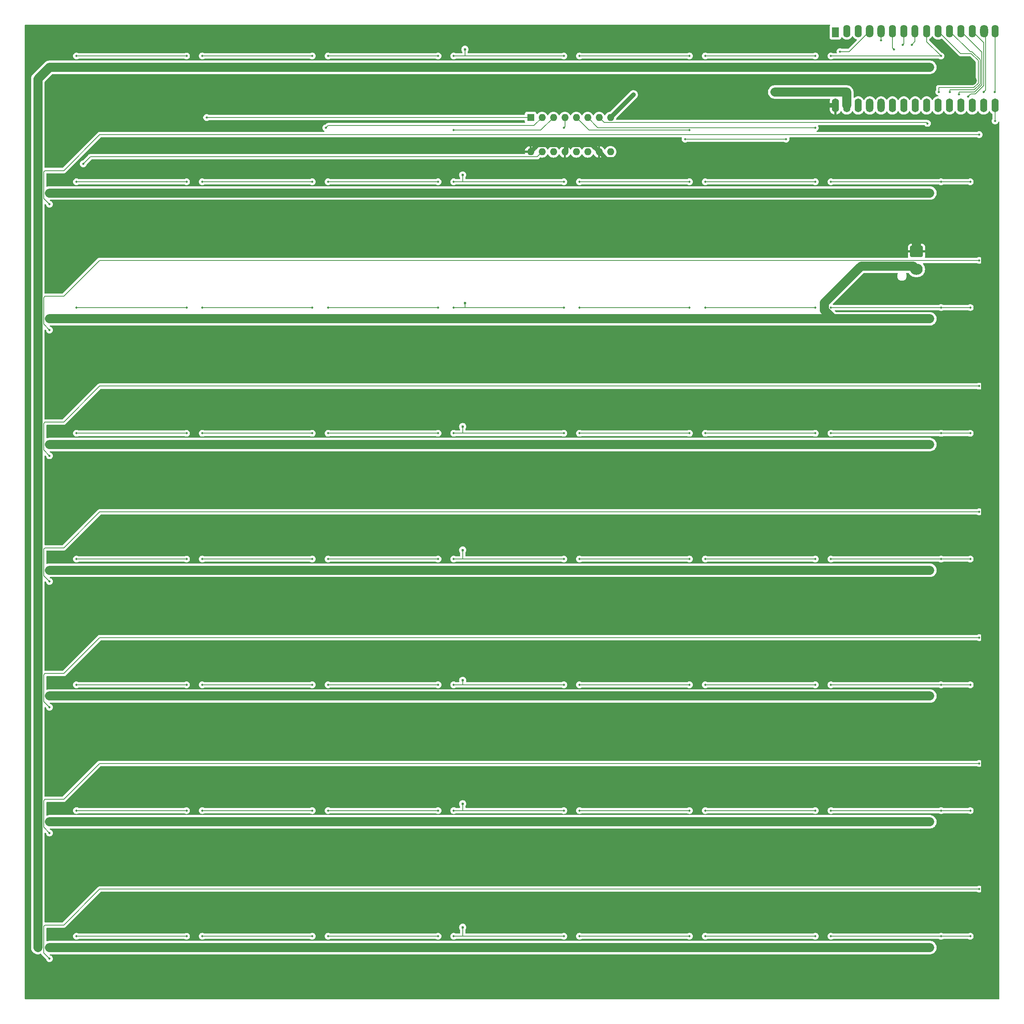
<source format=gbl>
G04 #@! TF.GenerationSoftware,KiCad,Pcbnew,8.0.7*
G04 #@! TF.CreationDate,2025-03-27T18:08:51-05:00*
G04 #@! TF.ProjectId,Chess_board2,43686573-735f-4626-9f61-7264322e6b69,rev?*
G04 #@! TF.SameCoordinates,Original*
G04 #@! TF.FileFunction,Copper,L2,Bot*
G04 #@! TF.FilePolarity,Positive*
%FSLAX46Y46*%
G04 Gerber Fmt 4.6, Leading zero omitted, Abs format (unit mm)*
G04 Created by KiCad (PCBNEW 8.0.7) date 2025-03-27 18:08:51*
%MOMM*%
%LPD*%
G01*
G04 APERTURE LIST*
G04 Aperture macros list*
%AMRoundRect*
0 Rectangle with rounded corners*
0 $1 Rounding radius*
0 $2 $3 $4 $5 $6 $7 $8 $9 X,Y pos of 4 corners*
0 Add a 4 corners polygon primitive as box body*
4,1,4,$2,$3,$4,$5,$6,$7,$8,$9,$2,$3,0*
0 Add four circle primitives for the rounded corners*
1,1,$1+$1,$2,$3*
1,1,$1+$1,$4,$5*
1,1,$1+$1,$6,$7*
1,1,$1+$1,$8,$9*
0 Add four rect primitives between the rounded corners*
20,1,$1+$1,$2,$3,$4,$5,0*
20,1,$1+$1,$4,$5,$6,$7,0*
20,1,$1+$1,$6,$7,$8,$9,0*
20,1,$1+$1,$8,$9,$2,$3,0*%
G04 Aperture macros list end*
G04 #@! TA.AperFunction,ComponentPad*
%ADD10RoundRect,0.250000X-1.150000X0.980000X-1.150000X-0.980000X1.150000X-0.980000X1.150000X0.980000X0*%
G04 #@! TD*
G04 #@! TA.AperFunction,ComponentPad*
%ADD11O,2.800000X2.460000*%
G04 #@! TD*
G04 #@! TA.AperFunction,ComponentPad*
%ADD12R,1.600000X1.600000*%
G04 #@! TD*
G04 #@! TA.AperFunction,ComponentPad*
%ADD13O,1.600000X1.600000*%
G04 #@! TD*
G04 #@! TA.AperFunction,SMDPad,CuDef*
%ADD14R,1.600000X2.300000*%
G04 #@! TD*
G04 #@! TA.AperFunction,SMDPad,CuDef*
%ADD15O,1.600000X2.800000*%
G04 #@! TD*
G04 #@! TA.AperFunction,SMDPad,CuDef*
%ADD16O,1.680000X2.800000*%
G04 #@! TD*
G04 #@! TA.AperFunction,SMDPad,CuDef*
%ADD17O,1.640000X2.800000*%
G04 #@! TD*
G04 #@! TA.AperFunction,SMDPad,CuDef*
%ADD18O,1.520000X2.800000*%
G04 #@! TD*
G04 #@! TA.AperFunction,SMDPad,CuDef*
%ADD19O,1.780000X2.800000*%
G04 #@! TD*
G04 #@! TA.AperFunction,SMDPad,CuDef*
%ADD20O,1.600000X3.060000*%
G04 #@! TD*
G04 #@! TA.AperFunction,SMDPad,CuDef*
%ADD21O,1.640000X3.060000*%
G04 #@! TD*
G04 #@! TA.AperFunction,SMDPad,CuDef*
%ADD22O,1.680000X3.060000*%
G04 #@! TD*
G04 #@! TA.AperFunction,ViaPad*
%ADD23C,1.000000*%
G04 #@! TD*
G04 #@! TA.AperFunction,ViaPad*
%ADD24C,0.600000*%
G04 #@! TD*
G04 #@! TA.AperFunction,ViaPad*
%ADD25C,0.500000*%
G04 #@! TD*
G04 #@! TA.AperFunction,Conductor*
%ADD26C,1.000000*%
G04 #@! TD*
G04 #@! TA.AperFunction,Conductor*
%ADD27C,2.000000*%
G04 #@! TD*
G04 #@! TA.AperFunction,Conductor*
%ADD28C,0.200000*%
G04 #@! TD*
G04 APERTURE END LIST*
D10*
G04 #@! TO.P,J1,1,Pin_1*
G04 #@! TO.N,+5V*
X512050000Y-113020000D03*
D11*
G04 #@! TO.P,J1,2,Pin_2*
G04 #@! TO.N,GND*
X512050000Y-116980000D03*
G04 #@! TD*
D12*
G04 #@! TO.P,U65,1,QB*
G04 #@! TO.N,Net-(U10-VCC)*
X426125000Y-83200000D03*
D13*
G04 #@! TO.P,U65,2,QC*
G04 #@! TO.N,Net-(U11-VCC)*
X428665000Y-83200000D03*
G04 #@! TO.P,U65,3,QD*
G04 #@! TO.N,Net-(U12-VCC)*
X431205000Y-83200000D03*
G04 #@! TO.P,U65,4,QE*
G04 #@! TO.N,Net-(U13-VCC)*
X433745000Y-83200000D03*
G04 #@! TO.P,U65,5,QF*
G04 #@! TO.N,Net-(U14-VCC)*
X436285000Y-83200000D03*
G04 #@! TO.P,U65,6,QG*
G04 #@! TO.N,Net-(U15-VCC)*
X438825000Y-83200000D03*
G04 #@! TO.P,U65,7,QH*
G04 #@! TO.N,Net-(U16-VCC)*
X441365000Y-83200000D03*
G04 #@! TO.P,U65,8,GND*
G04 #@! TO.N,GND*
X443905000Y-83200000D03*
G04 #@! TO.P,U65,9,QH'*
G04 #@! TO.N,unconnected-(U65-QH'-Pad9)*
X443905000Y-90820000D03*
G04 #@! TO.P,U65,10,~{SRCLR}*
G04 #@! TO.N,+5V*
X441365000Y-90820000D03*
G04 #@! TO.P,U65,11,SRCLK*
G04 #@! TO.N,Net-(A1-D3)*
X438825000Y-90820000D03*
G04 #@! TO.P,U65,12,RCLK*
G04 #@! TO.N,Net-(A1-D4)*
X436285000Y-90820000D03*
G04 #@! TO.P,U65,13,~{OE}*
G04 #@! TO.N,+5V*
X433745000Y-90820000D03*
G04 #@! TO.P,U65,14,SER*
G04 #@! TO.N,Net-(A1-D2)*
X431205000Y-90820000D03*
G04 #@! TO.P,U65,15,QA*
G04 #@! TO.N,Net-(U1-VCC)*
X428665000Y-90820000D03*
G04 #@! TO.P,U65,16,VCC*
G04 #@! TO.N,+5V*
X426125000Y-90820000D03*
G04 #@! TD*
D14*
G04 #@! TO.P,A1,1,D1/TX*
G04 #@! TO.N,unconnected-(A1-D1{slash}TX-Pad1)*
X493980000Y-64180000D03*
D15*
G04 #@! TO.P,A1,2,D0/RX*
G04 #@! TO.N,unconnected-(A1-D0{slash}RX-Pad2)*
X496520000Y-63930000D03*
G04 #@! TO.P,A1,3,~{RESET}*
G04 #@! TO.N,unconnected-(A1-~{RESET}-Pad3)*
X499060000Y-63930000D03*
D16*
G04 #@! TO.P,A1,4,GND*
G04 #@! TO.N,GND*
X501640000Y-63930000D03*
D17*
G04 #@! TO.P,A1,5,D2*
G04 #@! TO.N,Net-(A1-D2)*
X504160000Y-63930000D03*
D15*
G04 #@! TO.P,A1,6,D3*
G04 #@! TO.N,Net-(A1-D3)*
X506680000Y-63930000D03*
G04 #@! TO.P,A1,7,D4*
G04 #@! TO.N,Net-(A1-D4)*
X509220000Y-63930000D03*
D18*
G04 #@! TO.P,A1,8,D5*
G04 #@! TO.N,Net-(A1-D5)*
X511720000Y-63930000D03*
D15*
G04 #@! TO.P,A1,9,D6*
G04 #@! TO.N,Net-(A1-D6)*
X514300000Y-63930000D03*
G04 #@! TO.P,A1,10,D7*
G04 #@! TO.N,Net-(A1-D7)*
X516840000Y-63930000D03*
G04 #@! TO.P,A1,11,D8*
G04 #@! TO.N,Net-(A1-D8)*
X519380000Y-63930000D03*
G04 #@! TO.P,A1,12,D9*
G04 #@! TO.N,Net-(A1-D9)*
X521920000Y-63930000D03*
G04 #@! TO.P,A1,13,D10/CS*
G04 #@! TO.N,Net-(A1-D10{slash}CS)*
X524460000Y-63930000D03*
D19*
G04 #@! TO.P,A1,14,D11/COPI*
G04 #@! TO.N,Net-(A1-D11{slash}COPI)*
X527090000Y-63930000D03*
D15*
G04 #@! TO.P,A1,15,D12/CIPO*
G04 #@! TO.N,Net-(A1-D12{slash}CIPO)*
X529540000Y-63930000D03*
D20*
G04 #@! TO.P,A1,16,D13/SCK*
G04 #@! TO.N,Net-(A1-D13{slash}SCK)*
X529540000Y-80500000D03*
G04 #@! TO.P,A1,17,3V3*
G04 #@! TO.N,unconnected-(A1-3V3-Pad17)*
X527000000Y-80500000D03*
G04 #@! TO.P,A1,18,B0*
G04 #@! TO.N,unconnected-(A1-B0-Pad18)*
X524460000Y-80500000D03*
G04 #@! TO.P,A1,19,A0*
G04 #@! TO.N,unconnected-(A1-A0-Pad19)*
X521920000Y-80500000D03*
G04 #@! TO.P,A1,20,A1*
G04 #@! TO.N,unconnected-(A1-A1-Pad20)*
X519380000Y-80500000D03*
G04 #@! TO.P,A1,21,A2*
G04 #@! TO.N,unconnected-(A1-A2-Pad21)*
X516840000Y-80500000D03*
G04 #@! TO.P,A1,22,A3*
G04 #@! TO.N,unconnected-(A1-A3-Pad22)*
X514300000Y-80500000D03*
G04 #@! TO.P,A1,23,SDA/A4*
G04 #@! TO.N,unconnected-(A1-SDA{slash}A4-Pad23)*
X511760000Y-80500000D03*
G04 #@! TO.P,A1,24,SCL/A5*
G04 #@! TO.N,unconnected-(A1-SCL{slash}A5-Pad24)*
X509220000Y-80500000D03*
G04 #@! TO.P,A1,25,A6*
G04 #@! TO.N,unconnected-(A1-A6-Pad25)*
X506680000Y-80500000D03*
D21*
G04 #@! TO.P,A1,26,A7*
G04 #@! TO.N,unconnected-(A1-A7-Pad26)*
X504160000Y-80500000D03*
D22*
G04 #@! TO.P,A1,27,VUSB/5V*
G04 #@! TO.N,unconnected-(A1-VUSB{slash}5V-Pad27)*
X501640000Y-80500000D03*
D20*
G04 #@! TO.P,A1,28,B1*
G04 #@! TO.N,unconnected-(A1-B1-Pad28)*
X499060000Y-80500000D03*
G04 #@! TO.P,A1,29,GND*
G04 #@! TO.N,GND*
X496520000Y-80500000D03*
G04 #@! TO.P,A1,30,VIN*
G04 #@! TO.N,+5V*
X493980000Y-80500000D03*
G04 #@! TD*
D23*
G04 #@! TO.N,+5V*
X384500000Y-75000000D03*
X412500000Y-271000000D03*
X384500000Y-271000000D03*
X440500000Y-187000000D03*
X440500000Y-131000000D03*
X496500000Y-243000000D03*
X524500000Y-75000000D03*
X524500000Y-215000000D03*
X440500000Y-103000000D03*
X468500000Y-243000000D03*
X496500000Y-131000000D03*
X468500000Y-75000000D03*
X328500000Y-187000000D03*
X328500000Y-75000000D03*
X524500000Y-187000000D03*
X496500000Y-187000000D03*
D24*
X492000000Y-92500000D03*
D23*
X440500000Y-243000000D03*
X412500000Y-159000000D03*
X328500000Y-131000000D03*
X496500000Y-215000000D03*
X496500000Y-159000000D03*
X468500000Y-187000000D03*
X328500000Y-159000000D03*
X412500000Y-243000000D03*
X524500000Y-271000000D03*
X384500000Y-131000000D03*
X496500000Y-103000000D03*
X384500000Y-243000000D03*
X468500000Y-159000000D03*
X356500000Y-159000000D03*
D24*
X492000000Y-80500000D03*
D23*
X440500000Y-271000000D03*
X328500000Y-271000000D03*
X356500000Y-131000000D03*
X524500000Y-243000000D03*
X384500000Y-103000000D03*
X468500000Y-215000000D03*
X384500000Y-159000000D03*
X440500000Y-159000000D03*
X328500000Y-243000000D03*
X328500000Y-215000000D03*
X468500000Y-103000000D03*
X384500000Y-187000000D03*
X524500000Y-159000000D03*
X356500000Y-271000000D03*
X412500000Y-103000000D03*
X356500000Y-187000000D03*
X356500000Y-103000000D03*
X412500000Y-187000000D03*
X412500000Y-75000000D03*
X496500000Y-271000000D03*
X328500000Y-103000000D03*
X384500000Y-215000000D03*
X412500000Y-215000000D03*
X524500000Y-103000000D03*
X440500000Y-75000000D03*
X356500000Y-75000000D03*
X524500000Y-131000000D03*
X440500000Y-215000000D03*
X356500000Y-243000000D03*
X468500000Y-131000000D03*
X496500000Y-75000000D03*
X356500000Y-215000000D03*
X468500000Y-271000000D03*
X412500000Y-131000000D03*
G04 #@! TO.N,GND*
X319000000Y-128000000D03*
X487000000Y-268000000D03*
X375000000Y-156000000D03*
X403000000Y-128000000D03*
X319000000Y-268000000D03*
X375000000Y-240000000D03*
X319000000Y-184000000D03*
X487000000Y-156000000D03*
X449000000Y-72000000D03*
X431000000Y-212000000D03*
X487000000Y-184000000D03*
X375000000Y-212000000D03*
X431000000Y-72000000D03*
X375000000Y-72000000D03*
X459000000Y-184000000D03*
X459000000Y-240000000D03*
X515000000Y-240000000D03*
X515000000Y-268000000D03*
X459000000Y-100000000D03*
D25*
X495000000Y-68500000D03*
D23*
X403000000Y-212000000D03*
X449000000Y-78105000D03*
X515000000Y-128000000D03*
X459000000Y-156000000D03*
X347000000Y-268000000D03*
X515000000Y-156000000D03*
X316500000Y-184000000D03*
X487000000Y-212000000D03*
X319000000Y-212000000D03*
X431000000Y-268000000D03*
X431000000Y-128000000D03*
X480500000Y-72000000D03*
X347000000Y-128000000D03*
X431000000Y-100000000D03*
X316400000Y-268000000D03*
X316500000Y-212000000D03*
X487000000Y-240000000D03*
X375000000Y-184000000D03*
X515000000Y-100000000D03*
X459000000Y-212000000D03*
X319000000Y-240000000D03*
X459000000Y-128000000D03*
X515000000Y-212000000D03*
X347000000Y-72000000D03*
X316500000Y-240000000D03*
X431000000Y-156000000D03*
X403000000Y-240000000D03*
X347000000Y-212000000D03*
X515000000Y-184000000D03*
X487000000Y-72000000D03*
X316500000Y-128000000D03*
X375000000Y-100000000D03*
X515000000Y-72000000D03*
X319000000Y-156000000D03*
X403000000Y-268000000D03*
X347000000Y-240000000D03*
X480500000Y-77500000D03*
X431000000Y-184000000D03*
X459000000Y-72000000D03*
X319000000Y-72000000D03*
X459000000Y-268000000D03*
X431000000Y-240000000D03*
X487000000Y-100000000D03*
X487000000Y-128000000D03*
X403000000Y-72000000D03*
X403000000Y-184000000D03*
X403000000Y-100000000D03*
X375000000Y-128000000D03*
X403000000Y-156000000D03*
X319000000Y-100000000D03*
X316500000Y-100000000D03*
X347000000Y-100000000D03*
X375000000Y-268000000D03*
X347000000Y-156000000D03*
X316500000Y-156000000D03*
X347000000Y-184000000D03*
D25*
G04 #@! TO.N,Net-(D8-DO)*
X319000000Y-102500000D03*
X526000000Y-87000000D03*
G04 #@! TO.N,Net-(D16-DO)*
X526000000Y-115000000D03*
X319000000Y-130500000D03*
G04 #@! TO.N,Net-(D24-DO)*
X526000000Y-143000000D03*
X319000000Y-158500000D03*
G04 #@! TO.N,Net-(D32-DO)*
X319000000Y-186500000D03*
X526000000Y-171000000D03*
G04 #@! TO.N,Net-(D40-DO)*
X319000000Y-214500000D03*
X526000000Y-199000000D03*
G04 #@! TO.N,Net-(D48-DO)*
X526000000Y-227000000D03*
X319000000Y-242500000D03*
G04 #@! TO.N,Net-(D56-DO)*
X319000000Y-270500000D03*
X526000000Y-255000000D03*
G04 #@! TO.N,Net-(A1-D5)*
X511000000Y-67000000D03*
G04 #@! TO.N,Net-(A1-D3)*
X460500000Y-88000000D03*
X483000000Y-88000000D03*
X507000000Y-68000000D03*
G04 #@! TO.N,Net-(A1-D8)*
X353000000Y-125500000D03*
X524000000Y-125500000D03*
X517500000Y-125500000D03*
X325000000Y-125500000D03*
X437000000Y-125500000D03*
X405500000Y-125500000D03*
X377500000Y-125500000D03*
X493000000Y-125500000D03*
X489500000Y-125500000D03*
X433500000Y-125500000D03*
D24*
X411500000Y-124500000D03*
D25*
X465000000Y-125500000D03*
X381000000Y-125500000D03*
X349500000Y-125500000D03*
X461500000Y-125500000D03*
X409000000Y-125500000D03*
X519500000Y-77500000D03*
G04 #@! TO.N,Net-(A1-D13{slash}SCK)*
X493000000Y-265500000D03*
X524000000Y-265500000D03*
X381000000Y-265500000D03*
X489500000Y-265500000D03*
X517500000Y-265500000D03*
X465000000Y-265500000D03*
X409000000Y-265500000D03*
D24*
X411000000Y-263500000D03*
D25*
X405500000Y-265500000D03*
X461500000Y-265500000D03*
X353000000Y-265500000D03*
X437000000Y-265500000D03*
X433500000Y-265500000D03*
X325000000Y-265500000D03*
X377500000Y-265500000D03*
X529540000Y-83960000D03*
X349500000Y-265500000D03*
G04 #@! TO.N,Net-(A1-D6)*
X433500000Y-69500000D03*
X517500000Y-69500000D03*
X409000000Y-69500000D03*
X437000000Y-69500000D03*
X461500000Y-69500000D03*
D24*
X411500000Y-68000000D03*
D25*
X493000000Y-69500000D03*
X353000000Y-69500000D03*
X349500000Y-69500000D03*
X405500000Y-69500000D03*
X381000000Y-69500000D03*
X377500000Y-69500000D03*
X325000000Y-69500000D03*
X465000000Y-69500000D03*
X489500000Y-69500000D03*
G04 #@! TO.N,Net-(A1-D7)*
X517500000Y-97500000D03*
X465000000Y-97500000D03*
X489500000Y-97500000D03*
X493000000Y-97500000D03*
X353000000Y-97500000D03*
X437000000Y-97500000D03*
X517000000Y-77500000D03*
X524000000Y-97500000D03*
X433500000Y-97500000D03*
X325000000Y-97500000D03*
X377500000Y-97500000D03*
X409000000Y-97500000D03*
X461500000Y-97500000D03*
X405500000Y-97500000D03*
X349500000Y-97500000D03*
X381000000Y-97500000D03*
D24*
X411000000Y-96000000D03*
D25*
G04 #@! TO.N,Net-(A1-D10{slash}CS)*
X353000000Y-181500000D03*
X409000000Y-181500000D03*
X493000000Y-181500000D03*
X349500000Y-181500000D03*
D24*
X411000000Y-179500000D03*
D25*
X524000000Y-181500000D03*
X405500000Y-181500000D03*
X325000000Y-181500000D03*
X461500000Y-181500000D03*
X489500000Y-181500000D03*
X465000000Y-181500000D03*
X523500000Y-78500000D03*
X377500000Y-181500000D03*
X433500000Y-181500000D03*
X517500000Y-181500000D03*
X437000000Y-181500000D03*
X381000000Y-181500000D03*
G04 #@! TO.N,Net-(A1-D4)*
X509000000Y-67000000D03*
G04 #@! TO.N,Net-(A1-D2)*
X504140000Y-66000000D03*
G04 #@! TO.N,Net-(A1-D11{slash}COPI)*
X377500000Y-209500000D03*
X353000000Y-209500000D03*
X437000000Y-209500000D03*
X409000000Y-209500000D03*
X493000000Y-209500000D03*
X461500000Y-209500000D03*
X325000000Y-209500000D03*
X524000000Y-209500000D03*
D24*
X411000000Y-208500000D03*
D25*
X517500000Y-209500000D03*
X527000000Y-77500000D03*
X405500000Y-209500000D03*
X349500000Y-209500000D03*
X381000000Y-209500000D03*
X489500000Y-209500000D03*
X433500000Y-209500000D03*
X465000000Y-209500000D03*
G04 #@! TO.N,Net-(A1-D12{slash}CIPO)*
X409000000Y-237500000D03*
X529500000Y-77500000D03*
X353000000Y-237500000D03*
X489500000Y-237500000D03*
X433500000Y-237500000D03*
X461500000Y-237500000D03*
X325000000Y-237500000D03*
X381000000Y-237500000D03*
X493000000Y-237500000D03*
X405500000Y-237500000D03*
X465000000Y-237500000D03*
X349500000Y-237500000D03*
X377500000Y-237500000D03*
X517500000Y-237500000D03*
X437000000Y-237500000D03*
X524000000Y-237500000D03*
D24*
X411000000Y-236000000D03*
D25*
G04 #@! TO.N,Net-(A1-D9)*
X437000000Y-153500000D03*
X409000000Y-153500000D03*
X349500000Y-153500000D03*
X461500000Y-153500000D03*
D24*
X411000000Y-152000000D03*
D25*
X524000000Y-153500000D03*
X521500000Y-78000000D03*
X377500000Y-153500000D03*
X465000000Y-153500000D03*
X489500000Y-153500000D03*
X405500000Y-153500000D03*
X517500000Y-153500000D03*
X381000000Y-153500000D03*
X493000000Y-153500000D03*
X433500000Y-153500000D03*
X325000000Y-153500000D03*
X353000000Y-153500000D03*
G04 #@! TO.N,Net-(U1-VCC)*
X326500000Y-93500000D03*
G04 #@! TO.N,Net-(U10-VCC)*
X354000000Y-83200000D03*
G04 #@! TO.N,Net-(U11-VCC)*
X380500000Y-85500000D03*
G04 #@! TO.N,Net-(U12-VCC)*
X409000000Y-86000000D03*
G04 #@! TO.N,Net-(U13-VCC)*
X433500000Y-85500000D03*
G04 #@! TO.N,Net-(U14-VCC)*
X461500000Y-86000000D03*
G04 #@! TO.N,Net-(U15-VCC)*
X489500000Y-85500000D03*
G04 #@! TO.N,Net-(U16-VCC)*
X514500000Y-84500000D03*
G04 #@! TD*
D26*
G04 #@! TO.N,+5V*
X434000000Y-90565000D02*
X433745000Y-90820000D01*
D27*
X511500000Y-103000000D02*
X524500000Y-103000000D01*
D26*
X426125000Y-90820000D02*
X427625000Y-89320000D01*
D27*
X527450000Y-128050000D02*
X524500000Y-131000000D01*
X524500000Y-131000000D02*
X527450000Y-133950000D01*
X527450000Y-240050000D02*
X524500000Y-243000000D01*
X524500000Y-159000000D02*
X527450000Y-161950000D01*
X527450000Y-189950000D02*
X527450000Y-212050000D01*
X328500000Y-75000000D02*
X524500000Y-75000000D01*
X328500000Y-187000000D02*
X524500000Y-187000000D01*
X527450000Y-161950000D02*
X527450000Y-184050000D01*
D26*
X434000000Y-89320000D02*
X439865000Y-89320000D01*
D27*
X527450000Y-217950000D02*
X527450000Y-240050000D01*
X328500000Y-159000000D02*
X524500000Y-159000000D01*
D26*
X492000000Y-80500000D02*
X493980000Y-80500000D01*
D27*
X328500000Y-271000000D02*
X524500000Y-271000000D01*
D26*
X443045000Y-92500000D02*
X441365000Y-90820000D01*
D27*
X509500000Y-103000000D02*
X511500000Y-103000000D01*
X328500000Y-243000000D02*
X524500000Y-243000000D01*
X527450000Y-133950000D02*
X527450000Y-156050000D01*
X524500000Y-187000000D02*
X527450000Y-189950000D01*
X512050000Y-103550000D02*
X512050000Y-113020000D01*
X524500000Y-215000000D02*
X527450000Y-217950000D01*
X527450000Y-105950000D02*
X527450000Y-128050000D01*
D26*
X427625000Y-89320000D02*
X434000000Y-89320000D01*
D27*
X328500000Y-131000000D02*
X524500000Y-131000000D01*
X527450000Y-212050000D02*
X524500000Y-215000000D01*
X328500000Y-103000000D02*
X509500000Y-103000000D01*
X527450000Y-245950000D02*
X527450000Y-268050000D01*
X511500000Y-103000000D02*
X512050000Y-103550000D01*
X527450000Y-184050000D02*
X524500000Y-187000000D01*
D26*
X492000000Y-92500000D02*
X443045000Y-92500000D01*
X439865000Y-89320000D02*
X441365000Y-90820000D01*
D27*
X527450000Y-268050000D02*
X524500000Y-271000000D01*
X527450000Y-156050000D02*
X524500000Y-159000000D01*
X524500000Y-243000000D02*
X527450000Y-245950000D01*
X328500000Y-215000000D02*
X524500000Y-215000000D01*
D26*
X434000000Y-89320000D02*
X434000000Y-90565000D01*
D27*
X524500000Y-103000000D02*
X527450000Y-105950000D01*
G04 #@! TO.N,GND*
X319000000Y-240000000D02*
X515000000Y-240000000D01*
X494000000Y-128000000D02*
X493449390Y-128000000D01*
X316400000Y-74600000D02*
X316400000Y-268000000D01*
X319000000Y-128000000D02*
X494000000Y-128000000D01*
X509000000Y-128000000D02*
X515000000Y-128000000D01*
X491550000Y-126100610D02*
X491550000Y-124450000D01*
X511370000Y-116300000D02*
X512050000Y-116980000D01*
X496520000Y-80500000D02*
X496520000Y-77520000D01*
X491550000Y-124450000D02*
X499700000Y-116300000D01*
X499700000Y-116300000D02*
X511370000Y-116300000D01*
X319000000Y-268000000D02*
X515000000Y-268000000D01*
X319000000Y-184000000D02*
X515000000Y-184000000D01*
D28*
X497070000Y-68500000D02*
X495000000Y-68500000D01*
D27*
X494000000Y-128000000D02*
X509000000Y-128000000D01*
X496520000Y-77520000D02*
X496500000Y-77500000D01*
X319000000Y-72000000D02*
X316400000Y-74600000D01*
X493449390Y-128000000D02*
X491550000Y-126100610D01*
X319000000Y-72000000D02*
X515000000Y-72000000D01*
D26*
X443905000Y-83200000D02*
X449000000Y-78105000D01*
D27*
X319000000Y-156000000D02*
X515000000Y-156000000D01*
X319000000Y-212000000D02*
X515000000Y-212000000D01*
X496500000Y-77500000D02*
X480500000Y-77500000D01*
X319000000Y-100000000D02*
X515000000Y-100000000D01*
D28*
X501640000Y-63930000D02*
X497070000Y-68500000D01*
G04 #@! TO.N,Net-(D8-DO)*
X318000000Y-95000000D02*
X317700000Y-95300000D01*
X526000000Y-87000000D02*
X330161522Y-87000000D01*
X317700000Y-95300000D02*
X317700000Y-101200000D01*
X330161522Y-87000000D02*
X322161522Y-95000000D01*
X317700000Y-101200000D02*
X319000000Y-102500000D01*
X322161522Y-95000000D02*
X318000000Y-95000000D01*
G04 #@! TO.N,Net-(D16-DO)*
X318000000Y-123000000D02*
X317700000Y-123300000D01*
X330161522Y-115000000D02*
X322161522Y-123000000D01*
X317700000Y-129200000D02*
X319000000Y-130500000D01*
X317700000Y-123300000D02*
X317700000Y-129200000D01*
X526000000Y-115000000D02*
X330161522Y-115000000D01*
X322161522Y-123000000D02*
X318000000Y-123000000D01*
G04 #@! TO.N,Net-(D24-DO)*
X318000000Y-151000000D02*
X317700000Y-151300000D01*
X317700000Y-157200000D02*
X319000000Y-158500000D01*
X526000000Y-143000000D02*
X330161522Y-143000000D01*
X317700000Y-151300000D02*
X317700000Y-157200000D01*
X322161522Y-151000000D02*
X318000000Y-151000000D01*
X330161522Y-143000000D02*
X322161522Y-151000000D01*
G04 #@! TO.N,Net-(D32-DO)*
X317700000Y-185200000D02*
X319000000Y-186500000D01*
X322161522Y-179000000D02*
X318000000Y-179000000D01*
X330161522Y-171000000D02*
X322161522Y-179000000D01*
X526000000Y-171000000D02*
X330161522Y-171000000D01*
X317700000Y-179300000D02*
X317700000Y-185200000D01*
X318000000Y-179000000D02*
X317700000Y-179300000D01*
G04 #@! TO.N,Net-(D40-DO)*
X318000000Y-207000000D02*
X317700000Y-207300000D01*
X317700000Y-207300000D02*
X317700000Y-213200000D01*
X317700000Y-213200000D02*
X319000000Y-214500000D01*
X526000000Y-199000000D02*
X330161522Y-199000000D01*
X330161522Y-199000000D02*
X322161522Y-207000000D01*
X322161522Y-207000000D02*
X318000000Y-207000000D01*
G04 #@! TO.N,Net-(D48-DO)*
X318000000Y-235000000D02*
X317700000Y-235300000D01*
X526000000Y-227000000D02*
X330161522Y-227000000D01*
X330161522Y-227000000D02*
X322161522Y-235000000D01*
X317700000Y-235300000D02*
X317700000Y-241200000D01*
X322161522Y-235000000D02*
X318000000Y-235000000D01*
X317700000Y-241200000D02*
X319000000Y-242500000D01*
G04 #@! TO.N,Net-(D56-DO)*
X317700000Y-269200000D02*
X319000000Y-270500000D01*
X318000000Y-263000000D02*
X317700000Y-263300000D01*
X330161522Y-255000000D02*
X322161522Y-263000000D01*
X526000000Y-255000000D02*
X330161522Y-255000000D01*
X322161522Y-263000000D02*
X318000000Y-263000000D01*
X317700000Y-263300000D02*
X317700000Y-269200000D01*
G04 #@! TO.N,Net-(A1-D5)*
X511720000Y-66280000D02*
X511000000Y-67000000D01*
X511720000Y-63930000D02*
X511720000Y-66280000D01*
G04 #@! TO.N,Net-(A1-D3)*
X507000000Y-68000000D02*
X506680000Y-67680000D01*
X506680000Y-67680000D02*
X506680000Y-63930000D01*
X460500000Y-88000000D02*
X483000000Y-88000000D01*
G04 #@! TO.N,Net-(A1-D8)*
X381000000Y-125500000D02*
X405500000Y-125500000D01*
X409000000Y-125500000D02*
X411500000Y-125500000D01*
X519500000Y-77000000D02*
X519500000Y-77500000D01*
X437000000Y-125500000D02*
X461500000Y-125500000D01*
X524904164Y-77000000D02*
X519500000Y-77000000D01*
X519380000Y-63930000D02*
X524000000Y-68550000D01*
X526200000Y-75704164D02*
X524904164Y-77000000D01*
X493000000Y-125500000D02*
X517500000Y-125500000D01*
X411500000Y-124500000D02*
X411500000Y-125500000D01*
X353000000Y-125500000D02*
X377500000Y-125500000D01*
X325000000Y-125500000D02*
X349500000Y-125500000D01*
X517500000Y-125500000D02*
X524000000Y-125500000D01*
X465000000Y-125500000D02*
X489500000Y-125500000D01*
X411500000Y-125500000D02*
X433500000Y-125500000D01*
X524393504Y-68550000D02*
X526200000Y-70356496D01*
X526200000Y-70356496D02*
X526200000Y-75704164D01*
X524000000Y-68550000D02*
X524393504Y-68550000D01*
G04 #@! TO.N,Net-(A1-D13{slash}SCK)*
X465000000Y-265500000D02*
X489500000Y-265500000D01*
X493000000Y-265500000D02*
X517500000Y-265500000D01*
X411000000Y-265500000D02*
X433500000Y-265500000D01*
X517500000Y-265500000D02*
X524000000Y-265500000D01*
X381000000Y-265500000D02*
X405500000Y-265500000D01*
X437000000Y-265500000D02*
X461500000Y-265500000D01*
X409000000Y-265500000D02*
X411000000Y-265500000D01*
X325000000Y-265500000D02*
X349500000Y-265500000D01*
X411000000Y-263500000D02*
X411000000Y-265500000D01*
X529540000Y-80500000D02*
X529540000Y-83960000D01*
X353000000Y-265500000D02*
X377500000Y-265500000D01*
G04 #@! TO.N,Net-(A1-D6)*
X353000000Y-69500000D02*
X377500000Y-69500000D01*
X437000000Y-69500000D02*
X461500000Y-69500000D01*
X411500000Y-69500000D02*
X433500000Y-69500000D01*
X465000000Y-69500000D02*
X489500000Y-69500000D01*
X514300000Y-63930000D02*
X514300000Y-66300000D01*
X381000000Y-69500000D02*
X405500000Y-69500000D01*
X325000000Y-69500000D02*
X349500000Y-69500000D01*
X409000000Y-69500000D02*
X411500000Y-69500000D01*
X411500000Y-68000000D02*
X411500000Y-69500000D01*
X493000000Y-69500000D02*
X517500000Y-69500000D01*
X514300000Y-66300000D02*
X517500000Y-69500000D01*
G04 #@! TO.N,Net-(A1-D7)*
X493000000Y-97500000D02*
X517500000Y-97500000D01*
X409000000Y-97500000D02*
X411000000Y-97500000D01*
X517000000Y-76500000D02*
X517000000Y-77500000D01*
X517500000Y-97500000D02*
X524000000Y-97500000D01*
X465000000Y-97500000D02*
X489500000Y-97500000D01*
X353000000Y-97500000D02*
X377500000Y-97500000D01*
X516840000Y-63930000D02*
X521860000Y-68950000D01*
X524227818Y-68950000D02*
X525800000Y-70522182D01*
X381000000Y-97500000D02*
X405500000Y-97500000D01*
X525800000Y-70522182D02*
X525800000Y-75538478D01*
X521860000Y-68950000D02*
X524227818Y-68950000D01*
X411000000Y-97500000D02*
X433500000Y-97500000D01*
X411000000Y-96000000D02*
X411000000Y-97500000D01*
X325000000Y-97500000D02*
X349500000Y-97500000D01*
X524838478Y-76500000D02*
X517000000Y-76500000D01*
X437000000Y-97500000D02*
X461500000Y-97500000D01*
X525800000Y-75538478D02*
X524838478Y-76500000D01*
G04 #@! TO.N,Net-(A1-D10{slash}CS)*
X437000000Y-181500000D02*
X461500000Y-181500000D01*
X524100000Y-77900000D02*
X523500000Y-78500000D01*
X411000000Y-181500000D02*
X433500000Y-181500000D01*
X465000000Y-181500000D02*
X489500000Y-181500000D01*
X411000000Y-179500000D02*
X411000000Y-181500000D01*
X524460000Y-63930000D02*
X527000000Y-66470000D01*
X409000000Y-181500000D02*
X411000000Y-181500000D01*
X381000000Y-181500000D02*
X405500000Y-181500000D01*
X325000000Y-181500000D02*
X349500000Y-181500000D01*
X527000000Y-66470000D02*
X527000000Y-76035536D01*
X527000000Y-76035536D02*
X525135536Y-77900000D01*
X524500000Y-77900000D02*
X524100000Y-77900000D01*
X525135536Y-77900000D02*
X524500000Y-77900000D01*
X353000000Y-181500000D02*
X377500000Y-181500000D01*
X493000000Y-181500000D02*
X517500000Y-181500000D01*
X517500000Y-181500000D02*
X524000000Y-181500000D01*
G04 #@! TO.N,Net-(A1-D4)*
X509220000Y-66780000D02*
X509000000Y-67000000D01*
X509220000Y-63930000D02*
X509220000Y-66780000D01*
G04 #@! TO.N,Net-(A1-D2)*
X504140000Y-66000000D02*
X504140000Y-64530000D01*
G04 #@! TO.N,Net-(A1-D11{slash}COPI)*
X411000000Y-208500000D02*
X411000000Y-209500000D01*
X409000000Y-209500000D02*
X411000000Y-209500000D01*
X517500000Y-209500000D02*
X524000000Y-209500000D01*
X527400000Y-64240000D02*
X527400000Y-77100000D01*
X437000000Y-209500000D02*
X461500000Y-209500000D01*
X527400000Y-77100000D02*
X527000000Y-77500000D01*
X493000000Y-209500000D02*
X517500000Y-209500000D01*
X527090000Y-63930000D02*
X527400000Y-64240000D01*
X411000000Y-209500000D02*
X433500000Y-209500000D01*
X353000000Y-209500000D02*
X377500000Y-209500000D01*
X381000000Y-209500000D02*
X405500000Y-209500000D01*
X325000000Y-209500000D02*
X349500000Y-209500000D01*
X465000000Y-209500000D02*
X489500000Y-209500000D01*
G04 #@! TO.N,Net-(A1-D12{slash}CIPO)*
X529540000Y-77460000D02*
X529500000Y-77500000D01*
X493000000Y-237500000D02*
X517500000Y-237500000D01*
X411000000Y-237500000D02*
X433500000Y-237500000D01*
X529540000Y-64530000D02*
X529540000Y-77460000D01*
X381000000Y-237500000D02*
X405500000Y-237500000D01*
X411000000Y-236000000D02*
X411000000Y-237500000D01*
X409000000Y-237500000D02*
X411000000Y-237500000D01*
X325000000Y-237500000D02*
X349500000Y-237500000D01*
X353000000Y-237500000D02*
X377500000Y-237500000D01*
X437000000Y-237500000D02*
X461500000Y-237500000D01*
X517500000Y-237500000D02*
X524000000Y-237500000D01*
X465000000Y-237500000D02*
X489500000Y-237500000D01*
G04 #@! TO.N,Net-(A1-D9)*
X325000000Y-153500000D02*
X349500000Y-153500000D01*
X465000000Y-153500000D02*
X489500000Y-153500000D01*
X493000000Y-153500000D02*
X517500000Y-153500000D01*
X526600000Y-68610000D02*
X526600000Y-75869850D01*
X409000000Y-153500000D02*
X411000000Y-153500000D01*
X411000000Y-153500000D02*
X433500000Y-153500000D01*
X437000000Y-153500000D02*
X461500000Y-153500000D01*
X521920000Y-63930000D02*
X526600000Y-68610000D01*
X517500000Y-153500000D02*
X524000000Y-153500000D01*
X411000000Y-152000000D02*
X411000000Y-153500000D01*
X526600000Y-75869850D02*
X524969850Y-77500000D01*
X381000000Y-153500000D02*
X405500000Y-153500000D01*
X524969850Y-77500000D02*
X521500000Y-77500000D01*
X521500000Y-77500000D02*
X521500000Y-78000000D01*
X353000000Y-153500000D02*
X377500000Y-153500000D01*
G04 #@! TO.N,Net-(U1-VCC)*
X428665000Y-90820000D02*
X427565000Y-91920000D01*
X427565000Y-91920000D02*
X328080000Y-91920000D01*
X328080000Y-91920000D02*
X326500000Y-93500000D01*
G04 #@! TO.N,Net-(U10-VCC)*
X354000000Y-83200000D02*
X353800000Y-83200000D01*
X426125000Y-83200000D02*
X354000000Y-83200000D01*
G04 #@! TO.N,Net-(U11-VCC)*
X381000000Y-85000000D02*
X380500000Y-85500000D01*
X426865000Y-85000000D02*
X381000000Y-85000000D01*
X428665000Y-83200000D02*
X426865000Y-85000000D01*
G04 #@! TO.N,Net-(U12-VCC)*
X428405000Y-86000000D02*
X409000000Y-86000000D01*
X431205000Y-83200000D02*
X428405000Y-86000000D01*
G04 #@! TO.N,Net-(U13-VCC)*
X433745000Y-85255000D02*
X433500000Y-85500000D01*
X433745000Y-83200000D02*
X433745000Y-85255000D01*
G04 #@! TO.N,Net-(U14-VCC)*
X439085000Y-86000000D02*
X461500000Y-86000000D01*
X436285000Y-83200000D02*
X439085000Y-86000000D01*
G04 #@! TO.N,Net-(U15-VCC)*
X489450000Y-85450000D02*
X489500000Y-85500000D01*
X438825000Y-83200000D02*
X441075000Y-85450000D01*
X441075000Y-85450000D02*
X489450000Y-85450000D01*
G04 #@! TO.N,Net-(U16-VCC)*
X441365000Y-83200000D02*
X442465000Y-84300000D01*
X442465000Y-84300000D02*
X514300000Y-84300000D01*
X514300000Y-84300000D02*
X514500000Y-84500000D01*
G04 #@! TD*
G04 #@! TA.AperFunction,Conductor*
G04 #@! TO.N,+5V*
G36*
X492770496Y-62520185D02*
G01*
X492816251Y-62572989D01*
X492826195Y-62642147D01*
X492802723Y-62698810D01*
X492772843Y-62738724D01*
X492736204Y-62787668D01*
X492736202Y-62787671D01*
X492685908Y-62922517D01*
X492679501Y-62982116D01*
X492679500Y-62982135D01*
X492679500Y-65377870D01*
X492679501Y-65377876D01*
X492685908Y-65437483D01*
X492736202Y-65572328D01*
X492736206Y-65572335D01*
X492822452Y-65687544D01*
X492822455Y-65687547D01*
X492937664Y-65773793D01*
X492937671Y-65773797D01*
X493072517Y-65824091D01*
X493072516Y-65824091D01*
X493079444Y-65824835D01*
X493132127Y-65830500D01*
X494827872Y-65830499D01*
X494887483Y-65824091D01*
X495022331Y-65773796D01*
X495137546Y-65687546D01*
X495223796Y-65572331D01*
X495274091Y-65437483D01*
X495278061Y-65400556D01*
X495304796Y-65336011D01*
X495362188Y-65296161D01*
X495432013Y-65293666D01*
X495492102Y-65329317D01*
X495501667Y-65340929D01*
X495528032Y-65377217D01*
X495672786Y-65521971D01*
X495809150Y-65621043D01*
X495838390Y-65642287D01*
X495927212Y-65687544D01*
X496020776Y-65735218D01*
X496020778Y-65735218D01*
X496020781Y-65735220D01*
X496095818Y-65759601D01*
X496215465Y-65798477D01*
X496316557Y-65814488D01*
X496417648Y-65830500D01*
X496417649Y-65830500D01*
X496622351Y-65830500D01*
X496622352Y-65830500D01*
X496824534Y-65798477D01*
X497019219Y-65735220D01*
X497201610Y-65642287D01*
X497299173Y-65571404D01*
X497367213Y-65521971D01*
X497367215Y-65521968D01*
X497367219Y-65521966D01*
X497511966Y-65377219D01*
X497511968Y-65377215D01*
X497511971Y-65377213D01*
X497632284Y-65211614D01*
X497632286Y-65211611D01*
X497632287Y-65211610D01*
X497679516Y-65118917D01*
X497727489Y-65068123D01*
X497795310Y-65051328D01*
X497861445Y-65073865D01*
X497900483Y-65118917D01*
X497916613Y-65150573D01*
X497947715Y-65211614D01*
X498068028Y-65377213D01*
X498212786Y-65521971D01*
X498349150Y-65621043D01*
X498378390Y-65642287D01*
X498560781Y-65735220D01*
X498679506Y-65773796D01*
X498688930Y-65776858D01*
X498746606Y-65816296D01*
X498773804Y-65880654D01*
X498761889Y-65949501D01*
X498738293Y-65982470D01*
X496857584Y-67863181D01*
X496796261Y-67896666D01*
X496769903Y-67899500D01*
X495490663Y-67899500D01*
X495424691Y-67880494D01*
X495327692Y-67819545D01*
X495327691Y-67819544D01*
X495327690Y-67819544D01*
X495289370Y-67806135D01*
X495168056Y-67763685D01*
X495000003Y-67744751D01*
X494999997Y-67744751D01*
X494831943Y-67763685D01*
X494672305Y-67819545D01*
X494672302Y-67819547D01*
X494529115Y-67909518D01*
X494529109Y-67909523D01*
X494409523Y-68029109D01*
X494409518Y-68029115D01*
X494319547Y-68172302D01*
X494319545Y-68172305D01*
X494263685Y-68331943D01*
X494244751Y-68499997D01*
X494244751Y-68500002D01*
X494263686Y-68668057D01*
X494286951Y-68734546D01*
X494290512Y-68804325D01*
X494255783Y-68864952D01*
X494193789Y-68897179D01*
X494169909Y-68899500D01*
X493490663Y-68899500D01*
X493424691Y-68880494D01*
X493423610Y-68879815D01*
X493364286Y-68842539D01*
X493327692Y-68819545D01*
X493327691Y-68819544D01*
X493327690Y-68819544D01*
X493284196Y-68804325D01*
X493168056Y-68763685D01*
X493000003Y-68744751D01*
X492999997Y-68744751D01*
X492831943Y-68763685D01*
X492672305Y-68819545D01*
X492672302Y-68819547D01*
X492529115Y-68909518D01*
X492529109Y-68909523D01*
X492409523Y-69029109D01*
X492409518Y-69029115D01*
X492319547Y-69172302D01*
X492319545Y-69172305D01*
X492263685Y-69331943D01*
X492244751Y-69499997D01*
X492244751Y-69500002D01*
X492263685Y-69668056D01*
X492319545Y-69827694D01*
X492319547Y-69827697D01*
X492409518Y-69970884D01*
X492409523Y-69970890D01*
X492529109Y-70090476D01*
X492529115Y-70090481D01*
X492672302Y-70180452D01*
X492672305Y-70180454D01*
X492672309Y-70180455D01*
X492672310Y-70180456D01*
X492831941Y-70236313D01*
X492831944Y-70236314D01*
X492973646Y-70252280D01*
X492996779Y-70262000D01*
X493005302Y-70256523D01*
X493026354Y-70252280D01*
X493168055Y-70236314D01*
X493168057Y-70236313D01*
X493168059Y-70236313D01*
X493327690Y-70180456D01*
X493424691Y-70119505D01*
X493490663Y-70100500D01*
X517009337Y-70100500D01*
X517075308Y-70119505D01*
X517172310Y-70180456D01*
X517293621Y-70222904D01*
X517331943Y-70236314D01*
X517499997Y-70255249D01*
X517500000Y-70255249D01*
X517500003Y-70255249D01*
X517668056Y-70236314D01*
X517668059Y-70236313D01*
X517827690Y-70180456D01*
X517827692Y-70180454D01*
X517827694Y-70180454D01*
X517827697Y-70180452D01*
X517970884Y-70090481D01*
X517970885Y-70090480D01*
X517970890Y-70090477D01*
X518090477Y-69970890D01*
X518180452Y-69827697D01*
X518180454Y-69827694D01*
X518180454Y-69827692D01*
X518180456Y-69827690D01*
X518236313Y-69668059D01*
X518236313Y-69668058D01*
X518236314Y-69668056D01*
X518255249Y-69500002D01*
X518255249Y-69499997D01*
X518236314Y-69331943D01*
X518180454Y-69172305D01*
X518180452Y-69172302D01*
X518090481Y-69029115D01*
X518090476Y-69029109D01*
X517970890Y-68909523D01*
X517970884Y-68909518D01*
X517827697Y-68819547D01*
X517827692Y-68819544D01*
X517721269Y-68782306D01*
X517668059Y-68763687D01*
X517649031Y-68761542D01*
X517584619Y-68734474D01*
X517575239Y-68726004D01*
X514936819Y-66087584D01*
X514903334Y-66026261D01*
X514900500Y-65999903D01*
X514900500Y-65759601D01*
X514920185Y-65692562D01*
X514968206Y-65649116D01*
X514981610Y-65642287D01*
X515147219Y-65521966D01*
X515291966Y-65377219D01*
X515291968Y-65377215D01*
X515291971Y-65377213D01*
X515412284Y-65211614D01*
X515412286Y-65211611D01*
X515412287Y-65211610D01*
X515459516Y-65118917D01*
X515507489Y-65068123D01*
X515575310Y-65051328D01*
X515641445Y-65073865D01*
X515680483Y-65118917D01*
X515696613Y-65150573D01*
X515727715Y-65211614D01*
X515848028Y-65377213D01*
X515992786Y-65521971D01*
X516129150Y-65621043D01*
X516158390Y-65642287D01*
X516247212Y-65687544D01*
X516340776Y-65735218D01*
X516340778Y-65735218D01*
X516340781Y-65735220D01*
X516415818Y-65759601D01*
X516535465Y-65798477D01*
X516636557Y-65814488D01*
X516737648Y-65830500D01*
X516737649Y-65830500D01*
X516942351Y-65830500D01*
X516942352Y-65830500D01*
X517144534Y-65798477D01*
X517339219Y-65735220D01*
X517521610Y-65642287D01*
X517541019Y-65628185D01*
X517606821Y-65604705D01*
X517674875Y-65620527D01*
X517701586Y-65640821D01*
X521375139Y-69314374D01*
X521375149Y-69314385D01*
X521379479Y-69318715D01*
X521379480Y-69318716D01*
X521491284Y-69430520D01*
X521578095Y-69480639D01*
X521578097Y-69480641D01*
X521611628Y-69500000D01*
X521628215Y-69509577D01*
X521780943Y-69550500D01*
X523927721Y-69550500D01*
X523994760Y-69570185D01*
X524015402Y-69586819D01*
X525163181Y-70734598D01*
X525196666Y-70795921D01*
X525199500Y-70822279D01*
X525199500Y-75238381D01*
X525179815Y-75305420D01*
X525163181Y-75326062D01*
X524626062Y-75863181D01*
X524564739Y-75896666D01*
X524538381Y-75899500D01*
X516920943Y-75899500D01*
X516768216Y-75940423D01*
X516768209Y-75940426D01*
X516631290Y-76019475D01*
X516631282Y-76019481D01*
X516519481Y-76131282D01*
X516519475Y-76131290D01*
X516440426Y-76268209D01*
X516440423Y-76268216D01*
X516399500Y-76420943D01*
X516399500Y-77009336D01*
X516380494Y-77075308D01*
X516319545Y-77172307D01*
X516263685Y-77331943D01*
X516244751Y-77499997D01*
X516244751Y-77500002D01*
X516263685Y-77668056D01*
X516319545Y-77827694D01*
X516319547Y-77827697D01*
X516409518Y-77970884D01*
X516409523Y-77970890D01*
X516529109Y-78090476D01*
X516529115Y-78090481D01*
X516672302Y-78180452D01*
X516672305Y-78180454D01*
X516672309Y-78180455D01*
X516672310Y-78180456D01*
X516681141Y-78183546D01*
X516809493Y-78228458D01*
X516866269Y-78269180D01*
X516892016Y-78334133D01*
X516878560Y-78402694D01*
X516830173Y-78453097D01*
X516768538Y-78469500D01*
X516737648Y-78469500D01*
X516713329Y-78473351D01*
X516535465Y-78501522D01*
X516340776Y-78564781D01*
X516158386Y-78657715D01*
X515992786Y-78778028D01*
X515848028Y-78922786D01*
X515727715Y-79088386D01*
X515680485Y-79181080D01*
X515632510Y-79231876D01*
X515564689Y-79248671D01*
X515498554Y-79226134D01*
X515459515Y-79181080D01*
X515443386Y-79149426D01*
X515412287Y-79088390D01*
X515339500Y-78988206D01*
X515291971Y-78922786D01*
X515147213Y-78778028D01*
X514981613Y-78657715D01*
X514981612Y-78657714D01*
X514981610Y-78657713D01*
X514897601Y-78614908D01*
X514799223Y-78564781D01*
X514604534Y-78501522D01*
X514429995Y-78473878D01*
X514402352Y-78469500D01*
X514197648Y-78469500D01*
X514173329Y-78473351D01*
X513995465Y-78501522D01*
X513800776Y-78564781D01*
X513618386Y-78657715D01*
X513452786Y-78778028D01*
X513308028Y-78922786D01*
X513187715Y-79088386D01*
X513140485Y-79181080D01*
X513092510Y-79231876D01*
X513024689Y-79248671D01*
X512958554Y-79226134D01*
X512919515Y-79181080D01*
X512903386Y-79149426D01*
X512872287Y-79088390D01*
X512799500Y-78988206D01*
X512751971Y-78922786D01*
X512607213Y-78778028D01*
X512441613Y-78657715D01*
X512441612Y-78657714D01*
X512441610Y-78657713D01*
X512357601Y-78614908D01*
X512259223Y-78564781D01*
X512064534Y-78501522D01*
X511889995Y-78473878D01*
X511862352Y-78469500D01*
X511657648Y-78469500D01*
X511633329Y-78473351D01*
X511455465Y-78501522D01*
X511260776Y-78564781D01*
X511078386Y-78657715D01*
X510912786Y-78778028D01*
X510768028Y-78922786D01*
X510647715Y-79088386D01*
X510600485Y-79181080D01*
X510552510Y-79231876D01*
X510484689Y-79248671D01*
X510418554Y-79226134D01*
X510379515Y-79181080D01*
X510363386Y-79149426D01*
X510332287Y-79088390D01*
X510259500Y-78988206D01*
X510211971Y-78922786D01*
X510067213Y-78778028D01*
X509901613Y-78657715D01*
X509901612Y-78657714D01*
X509901610Y-78657713D01*
X509817601Y-78614908D01*
X509719223Y-78564781D01*
X509524534Y-78501522D01*
X509349995Y-78473878D01*
X509322352Y-78469500D01*
X509117648Y-78469500D01*
X509093329Y-78473351D01*
X508915465Y-78501522D01*
X508720776Y-78564781D01*
X508538386Y-78657715D01*
X508372786Y-78778028D01*
X508228028Y-78922786D01*
X508107715Y-79088386D01*
X508060485Y-79181080D01*
X508012510Y-79231876D01*
X507944689Y-79248671D01*
X507878554Y-79226134D01*
X507839515Y-79181080D01*
X507823386Y-79149426D01*
X507792287Y-79088390D01*
X507719500Y-78988206D01*
X507671971Y-78922786D01*
X507527213Y-78778028D01*
X507361613Y-78657715D01*
X507361612Y-78657714D01*
X507361610Y-78657713D01*
X507277601Y-78614908D01*
X507179223Y-78564781D01*
X506984534Y-78501522D01*
X506809995Y-78473878D01*
X506782352Y-78469500D01*
X506577648Y-78469500D01*
X506553329Y-78473351D01*
X506375465Y-78501522D01*
X506180776Y-78564781D01*
X505998386Y-78657715D01*
X505832786Y-78778028D01*
X505688028Y-78922786D01*
X505567713Y-79088388D01*
X505536612Y-79149427D01*
X505488637Y-79200222D01*
X505420816Y-79217017D01*
X505354682Y-79194479D01*
X505315643Y-79149426D01*
X505311934Y-79142147D01*
X505289393Y-79097907D01*
X505167221Y-78929752D01*
X505020248Y-78782779D01*
X504852093Y-78660607D01*
X504666896Y-78566245D01*
X504469218Y-78502015D01*
X504469216Y-78502014D01*
X504469214Y-78502014D01*
X504263931Y-78469500D01*
X504263926Y-78469500D01*
X504056074Y-78469500D01*
X504056069Y-78469500D01*
X503850785Y-78502014D01*
X503653101Y-78566246D01*
X503467906Y-78660607D01*
X503390886Y-78716566D01*
X503299752Y-78782779D01*
X503299750Y-78782781D01*
X503299749Y-78782781D01*
X503152781Y-78929749D01*
X503152781Y-78929750D01*
X503152779Y-78929752D01*
X503091693Y-79013829D01*
X503030605Y-79097909D01*
X503016610Y-79125375D01*
X502968635Y-79176169D01*
X502900813Y-79192963D01*
X502834679Y-79170424D01*
X502795642Y-79125371D01*
X502786499Y-79107426D01*
X502755492Y-79064749D01*
X502662476Y-78936723D01*
X502513277Y-78787524D01*
X502342575Y-78663502D01*
X502331217Y-78657715D01*
X502154570Y-78567708D01*
X501953904Y-78502508D01*
X501790485Y-78476625D01*
X501745500Y-78469500D01*
X501534500Y-78469500D01*
X501483915Y-78477512D01*
X501326097Y-78502508D01*
X501326094Y-78502508D01*
X501125429Y-78567708D01*
X500937424Y-78663502D01*
X500766720Y-78787526D01*
X500617526Y-78936720D01*
X500493500Y-79107427D01*
X500448227Y-79196279D01*
X500400252Y-79247074D01*
X500332431Y-79263869D01*
X500266296Y-79241331D01*
X500227258Y-79196277D01*
X500225569Y-79192963D01*
X500172287Y-79088390D01*
X500172286Y-79088388D01*
X500051971Y-78922786D01*
X499907213Y-78778028D01*
X499741613Y-78657715D01*
X499741612Y-78657714D01*
X499741610Y-78657713D01*
X499657601Y-78614908D01*
X499559223Y-78564781D01*
X499364534Y-78501522D01*
X499189995Y-78473878D01*
X499162352Y-78469500D01*
X498957648Y-78469500D01*
X498933329Y-78473351D01*
X498755465Y-78501522D01*
X498560776Y-78564781D01*
X498378386Y-78657715D01*
X498217385Y-78774688D01*
X498151578Y-78798168D01*
X498083525Y-78782342D01*
X498034830Y-78732236D01*
X498020500Y-78674370D01*
X498020500Y-77401902D01*
X497995240Y-77242420D01*
X497983553Y-77168632D01*
X497983552Y-77168628D01*
X497983552Y-77168627D01*
X497938219Y-77029110D01*
X497910568Y-76944008D01*
X497908741Y-76940423D01*
X497803343Y-76733566D01*
X497664517Y-76542490D01*
X497477510Y-76355483D01*
X497286434Y-76216657D01*
X497075996Y-76109433D01*
X496851368Y-76036446D01*
X496618097Y-75999500D01*
X496618092Y-75999500D01*
X480381908Y-75999500D01*
X480381903Y-75999500D01*
X480148631Y-76036446D01*
X479924003Y-76109433D01*
X479713566Y-76216657D01*
X479642612Y-76268209D01*
X479522490Y-76355483D01*
X479522488Y-76355485D01*
X479522487Y-76355485D01*
X479355485Y-76522487D01*
X479355485Y-76522488D01*
X479355483Y-76522490D01*
X479295862Y-76604550D01*
X479216657Y-76713566D01*
X479109433Y-76924003D01*
X479036446Y-77148631D01*
X478999500Y-77381902D01*
X478999500Y-77618097D01*
X479036446Y-77851368D01*
X479109433Y-78075996D01*
X479194639Y-78243221D01*
X479216657Y-78286433D01*
X479355483Y-78477510D01*
X479522490Y-78644517D01*
X479713567Y-78783343D01*
X479800603Y-78827690D01*
X479924003Y-78890566D01*
X479924005Y-78890566D01*
X479924008Y-78890568D01*
X480023171Y-78922788D01*
X480148631Y-78963553D01*
X480381903Y-79000500D01*
X480381908Y-79000500D01*
X492710706Y-79000500D01*
X492777745Y-79020185D01*
X492823500Y-79072989D01*
X492833444Y-79142147D01*
X492821191Y-79180795D01*
X492775244Y-79270968D01*
X492712009Y-79465582D01*
X492680000Y-79667682D01*
X492680000Y-80250000D01*
X493856000Y-80250000D01*
X493923039Y-80269685D01*
X493968794Y-80322489D01*
X493980000Y-80374000D01*
X493980000Y-80500000D01*
X494106000Y-80500000D01*
X494173039Y-80519685D01*
X494218794Y-80572489D01*
X494230000Y-80624000D01*
X494230000Y-82506606D01*
X494284421Y-82497988D01*
X494479031Y-82434754D01*
X494661349Y-82341859D01*
X494826894Y-82221582D01*
X494826895Y-82221582D01*
X494971582Y-82076895D01*
X494971582Y-82076894D01*
X495091861Y-81911347D01*
X495139234Y-81818371D01*
X495187208Y-81767575D01*
X495255028Y-81750779D01*
X495321164Y-81773316D01*
X495360203Y-81818369D01*
X495407713Y-81911611D01*
X495528028Y-82077213D01*
X495672786Y-82221971D01*
X495827749Y-82334556D01*
X495838390Y-82342287D01*
X495919499Y-82383614D01*
X496020776Y-82435218D01*
X496020778Y-82435218D01*
X496020781Y-82435220D01*
X496125137Y-82469127D01*
X496215465Y-82498477D01*
X496316557Y-82514488D01*
X496417648Y-82530500D01*
X496417649Y-82530500D01*
X496622351Y-82530500D01*
X496622352Y-82530500D01*
X496824534Y-82498477D01*
X497019219Y-82435220D01*
X497201610Y-82342287D01*
X497314933Y-82259954D01*
X497367213Y-82221971D01*
X497367215Y-82221968D01*
X497367219Y-82221966D01*
X497511966Y-82077219D01*
X497511968Y-82077215D01*
X497511971Y-82077213D01*
X497632284Y-81911614D01*
X497632286Y-81911611D01*
X497632287Y-81911610D01*
X497679516Y-81818917D01*
X497727489Y-81768123D01*
X497795310Y-81751328D01*
X497861445Y-81773865D01*
X497900483Y-81818917D01*
X497905912Y-81829571D01*
X497947715Y-81911614D01*
X498068028Y-82077213D01*
X498212786Y-82221971D01*
X498367749Y-82334556D01*
X498378390Y-82342287D01*
X498459499Y-82383614D01*
X498560776Y-82435218D01*
X498560778Y-82435218D01*
X498560781Y-82435220D01*
X498665137Y-82469127D01*
X498755465Y-82498477D01*
X498856557Y-82514488D01*
X498957648Y-82530500D01*
X498957649Y-82530500D01*
X499162351Y-82530500D01*
X499162352Y-82530500D01*
X499364534Y-82498477D01*
X499559219Y-82435220D01*
X499741610Y-82342287D01*
X499854933Y-82259954D01*
X499907213Y-82221971D01*
X499907215Y-82221968D01*
X499907219Y-82221966D01*
X500051966Y-82077219D01*
X500051968Y-82077215D01*
X500051971Y-82077213D01*
X500139889Y-81956202D01*
X500172287Y-81911610D01*
X500227259Y-81803720D01*
X500275232Y-81752926D01*
X500343053Y-81736130D01*
X500409188Y-81758667D01*
X500448227Y-81803720D01*
X500493500Y-81892573D01*
X500552124Y-81973261D01*
X500617524Y-82063277D01*
X500766723Y-82212476D01*
X500937425Y-82336498D01*
X501071391Y-82404757D01*
X501125429Y-82432291D01*
X501326095Y-82497491D01*
X501326096Y-82497491D01*
X501326099Y-82497492D01*
X501534500Y-82530500D01*
X501534501Y-82530500D01*
X501745499Y-82530500D01*
X501745500Y-82530500D01*
X501953901Y-82497492D01*
X501953904Y-82497491D01*
X501953905Y-82497491D01*
X502154570Y-82432291D01*
X502154570Y-82432290D01*
X502154573Y-82432290D01*
X502342575Y-82336498D01*
X502513277Y-82212476D01*
X502662476Y-82063277D01*
X502786498Y-81892575D01*
X502795641Y-81874628D01*
X502843613Y-81823833D01*
X502911434Y-81807036D01*
X502977570Y-81829571D01*
X503016611Y-81874626D01*
X503029286Y-81899501D01*
X503030607Y-81902093D01*
X503152779Y-82070248D01*
X503299752Y-82217221D01*
X503467907Y-82339393D01*
X503653104Y-82433755D01*
X503850782Y-82497985D01*
X503927766Y-82510178D01*
X504056069Y-82530500D01*
X504056074Y-82530500D01*
X504263931Y-82530500D01*
X504377977Y-82512436D01*
X504469218Y-82497985D01*
X504666896Y-82433755D01*
X504852093Y-82339393D01*
X505020248Y-82217221D01*
X505167221Y-82070248D01*
X505289393Y-81902093D01*
X505315643Y-81850573D01*
X505363617Y-81799778D01*
X505431437Y-81782982D01*
X505497573Y-81805519D01*
X505536613Y-81850573D01*
X505565158Y-81906596D01*
X505567715Y-81911613D01*
X505688028Y-82077213D01*
X505832786Y-82221971D01*
X505987749Y-82334556D01*
X505998390Y-82342287D01*
X506079499Y-82383614D01*
X506180776Y-82435218D01*
X506180778Y-82435218D01*
X506180781Y-82435220D01*
X506285137Y-82469127D01*
X506375465Y-82498477D01*
X506476557Y-82514488D01*
X506577648Y-82530500D01*
X506577649Y-82530500D01*
X506782351Y-82530500D01*
X506782352Y-82530500D01*
X506984534Y-82498477D01*
X507179219Y-82435220D01*
X507361610Y-82342287D01*
X507474933Y-82259954D01*
X507527213Y-82221971D01*
X507527215Y-82221968D01*
X507527219Y-82221966D01*
X507671966Y-82077219D01*
X507671968Y-82077215D01*
X507671971Y-82077213D01*
X507792284Y-81911614D01*
X507792286Y-81911611D01*
X507792287Y-81911610D01*
X507839516Y-81818917D01*
X507887489Y-81768123D01*
X507955310Y-81751328D01*
X508021445Y-81773865D01*
X508060483Y-81818917D01*
X508065912Y-81829571D01*
X508107715Y-81911614D01*
X508228028Y-82077213D01*
X508372786Y-82221971D01*
X508527749Y-82334556D01*
X508538390Y-82342287D01*
X508619499Y-82383614D01*
X508720776Y-82435218D01*
X508720778Y-82435218D01*
X508720781Y-82435220D01*
X508825137Y-82469127D01*
X508915465Y-82498477D01*
X509016557Y-82514488D01*
X509117648Y-82530500D01*
X509117649Y-82530500D01*
X509322351Y-82530500D01*
X509322352Y-82530500D01*
X509524534Y-82498477D01*
X509719219Y-82435220D01*
X509901610Y-82342287D01*
X510014933Y-82259954D01*
X510067213Y-82221971D01*
X510067215Y-82221968D01*
X510067219Y-82221966D01*
X510211966Y-82077219D01*
X510211968Y-82077215D01*
X510211971Y-82077213D01*
X510332284Y-81911614D01*
X510332286Y-81911611D01*
X510332287Y-81911610D01*
X510379516Y-81818917D01*
X510427489Y-81768123D01*
X510495310Y-81751328D01*
X510561445Y-81773865D01*
X510600483Y-81818917D01*
X510605912Y-81829571D01*
X510647715Y-81911614D01*
X510768028Y-82077213D01*
X510912786Y-82221971D01*
X511067749Y-82334556D01*
X511078390Y-82342287D01*
X511159499Y-82383614D01*
X511260776Y-82435218D01*
X511260778Y-82435218D01*
X511260781Y-82435220D01*
X511365137Y-82469127D01*
X511455465Y-82498477D01*
X511556557Y-82514488D01*
X511657648Y-82530500D01*
X511657649Y-82530500D01*
X511862351Y-82530500D01*
X511862352Y-82530500D01*
X512064534Y-82498477D01*
X512259219Y-82435220D01*
X512441610Y-82342287D01*
X512554933Y-82259954D01*
X512607213Y-82221971D01*
X512607215Y-82221968D01*
X512607219Y-82221966D01*
X512751966Y-82077219D01*
X512751968Y-82077215D01*
X512751971Y-82077213D01*
X512872284Y-81911614D01*
X512872286Y-81911611D01*
X512872287Y-81911610D01*
X512919516Y-81818917D01*
X512967489Y-81768123D01*
X513035310Y-81751328D01*
X513101445Y-81773865D01*
X513140483Y-81818917D01*
X513145912Y-81829571D01*
X513187715Y-81911614D01*
X513308028Y-82077213D01*
X513452786Y-82221971D01*
X513607749Y-82334556D01*
X513618390Y-82342287D01*
X513699499Y-82383614D01*
X513800776Y-82435218D01*
X513800778Y-82435218D01*
X513800781Y-82435220D01*
X513905137Y-82469127D01*
X513995465Y-82498477D01*
X514096557Y-82514488D01*
X514197648Y-82530500D01*
X514197649Y-82530500D01*
X514402351Y-82530500D01*
X514402352Y-82530500D01*
X514604534Y-82498477D01*
X514799219Y-82435220D01*
X514981610Y-82342287D01*
X515094933Y-82259954D01*
X515147213Y-82221971D01*
X515147215Y-82221968D01*
X515147219Y-82221966D01*
X515291966Y-82077219D01*
X515291968Y-82077215D01*
X515291971Y-82077213D01*
X515412284Y-81911614D01*
X515412286Y-81911611D01*
X515412287Y-81911610D01*
X515459516Y-81818917D01*
X515507489Y-81768123D01*
X515575310Y-81751328D01*
X515641445Y-81773865D01*
X515680483Y-81818917D01*
X515685912Y-81829571D01*
X515727715Y-81911614D01*
X515848028Y-82077213D01*
X515992786Y-82221971D01*
X516147749Y-82334556D01*
X516158390Y-82342287D01*
X516239499Y-82383614D01*
X516340776Y-82435218D01*
X516340778Y-82435218D01*
X516340781Y-82435220D01*
X516445137Y-82469127D01*
X516535465Y-82498477D01*
X516636557Y-82514488D01*
X516737648Y-82530500D01*
X516737649Y-82530500D01*
X516942351Y-82530500D01*
X516942352Y-82530500D01*
X517144534Y-82498477D01*
X517339219Y-82435220D01*
X517521610Y-82342287D01*
X517634933Y-82259954D01*
X517687213Y-82221971D01*
X517687215Y-82221968D01*
X517687219Y-82221966D01*
X517831966Y-82077219D01*
X517831968Y-82077215D01*
X517831971Y-82077213D01*
X517952284Y-81911614D01*
X517952286Y-81911611D01*
X517952287Y-81911610D01*
X517999516Y-81818917D01*
X518047489Y-81768123D01*
X518115310Y-81751328D01*
X518181445Y-81773865D01*
X518220483Y-81818917D01*
X518225912Y-81829571D01*
X518267715Y-81911614D01*
X518388028Y-82077213D01*
X518532786Y-82221971D01*
X518687749Y-82334556D01*
X518698390Y-82342287D01*
X518779499Y-82383614D01*
X518880776Y-82435218D01*
X518880778Y-82435218D01*
X518880781Y-82435220D01*
X518985137Y-82469127D01*
X519075465Y-82498477D01*
X519176557Y-82514488D01*
X519277648Y-82530500D01*
X519277649Y-82530500D01*
X519482351Y-82530500D01*
X519482352Y-82530500D01*
X519684534Y-82498477D01*
X519879219Y-82435220D01*
X520061610Y-82342287D01*
X520174933Y-82259954D01*
X520227213Y-82221971D01*
X520227215Y-82221968D01*
X520227219Y-82221966D01*
X520371966Y-82077219D01*
X520371968Y-82077215D01*
X520371971Y-82077213D01*
X520492284Y-81911614D01*
X520492286Y-81911611D01*
X520492287Y-81911610D01*
X520539516Y-81818917D01*
X520587489Y-81768123D01*
X520655310Y-81751328D01*
X520721445Y-81773865D01*
X520760483Y-81818917D01*
X520765912Y-81829571D01*
X520807715Y-81911614D01*
X520928028Y-82077213D01*
X521072786Y-82221971D01*
X521227749Y-82334556D01*
X521238390Y-82342287D01*
X521319499Y-82383614D01*
X521420776Y-82435218D01*
X521420778Y-82435218D01*
X521420781Y-82435220D01*
X521525137Y-82469127D01*
X521615465Y-82498477D01*
X521716557Y-82514488D01*
X521817648Y-82530500D01*
X521817649Y-82530500D01*
X522022351Y-82530500D01*
X522022352Y-82530500D01*
X522224534Y-82498477D01*
X522419219Y-82435220D01*
X522601610Y-82342287D01*
X522714933Y-82259954D01*
X522767213Y-82221971D01*
X522767215Y-82221968D01*
X522767219Y-82221966D01*
X522911966Y-82077219D01*
X522911968Y-82077215D01*
X522911971Y-82077213D01*
X523032284Y-81911614D01*
X523032286Y-81911611D01*
X523032287Y-81911610D01*
X523079516Y-81818917D01*
X523127489Y-81768123D01*
X523195310Y-81751328D01*
X523261445Y-81773865D01*
X523300483Y-81818917D01*
X523305912Y-81829571D01*
X523347715Y-81911614D01*
X523468028Y-82077213D01*
X523612786Y-82221971D01*
X523767749Y-82334556D01*
X523778390Y-82342287D01*
X523859499Y-82383614D01*
X523960776Y-82435218D01*
X523960778Y-82435218D01*
X523960781Y-82435220D01*
X524065137Y-82469127D01*
X524155465Y-82498477D01*
X524256557Y-82514488D01*
X524357648Y-82530500D01*
X524357649Y-82530500D01*
X524562351Y-82530500D01*
X524562352Y-82530500D01*
X524764534Y-82498477D01*
X524959219Y-82435220D01*
X525141610Y-82342287D01*
X525254933Y-82259954D01*
X525307213Y-82221971D01*
X525307215Y-82221968D01*
X525307219Y-82221966D01*
X525451966Y-82077219D01*
X525451968Y-82077215D01*
X525451971Y-82077213D01*
X525572284Y-81911614D01*
X525572286Y-81911611D01*
X525572287Y-81911610D01*
X525619516Y-81818917D01*
X525667489Y-81768123D01*
X525735310Y-81751328D01*
X525801445Y-81773865D01*
X525840483Y-81818917D01*
X525845912Y-81829571D01*
X525887715Y-81911614D01*
X526008028Y-82077213D01*
X526152786Y-82221971D01*
X526307749Y-82334556D01*
X526318390Y-82342287D01*
X526399499Y-82383614D01*
X526500776Y-82435218D01*
X526500778Y-82435218D01*
X526500781Y-82435220D01*
X526605137Y-82469127D01*
X526695465Y-82498477D01*
X526796557Y-82514488D01*
X526897648Y-82530500D01*
X526897649Y-82530500D01*
X527102351Y-82530500D01*
X527102352Y-82530500D01*
X527304534Y-82498477D01*
X527499219Y-82435220D01*
X527681610Y-82342287D01*
X527794933Y-82259954D01*
X527847213Y-82221971D01*
X527847215Y-82221968D01*
X527847219Y-82221966D01*
X527991966Y-82077219D01*
X527991968Y-82077215D01*
X527991971Y-82077213D01*
X528112284Y-81911614D01*
X528112286Y-81911611D01*
X528112287Y-81911610D01*
X528159516Y-81818917D01*
X528207489Y-81768123D01*
X528275310Y-81751328D01*
X528341445Y-81773865D01*
X528380483Y-81818917D01*
X528385912Y-81829571D01*
X528427715Y-81911614D01*
X528548028Y-82077213D01*
X528548034Y-82077219D01*
X528692781Y-82221966D01*
X528858390Y-82342287D01*
X528871793Y-82349116D01*
X528922589Y-82397088D01*
X528939500Y-82459601D01*
X528939500Y-83469336D01*
X528920494Y-83535308D01*
X528859545Y-83632307D01*
X528803685Y-83791943D01*
X528784751Y-83959997D01*
X528784751Y-83960002D01*
X528803685Y-84128056D01*
X528859545Y-84287694D01*
X528859547Y-84287697D01*
X528949518Y-84430884D01*
X528949523Y-84430890D01*
X529069109Y-84550476D01*
X529069115Y-84550481D01*
X529212302Y-84640452D01*
X529212305Y-84640454D01*
X529212309Y-84640455D01*
X529212310Y-84640456D01*
X529234170Y-84648105D01*
X529371943Y-84696314D01*
X529539997Y-84715249D01*
X529540000Y-84715249D01*
X529540003Y-84715249D01*
X529708056Y-84696314D01*
X529713320Y-84694472D01*
X529867690Y-84640456D01*
X529867692Y-84640454D01*
X529867694Y-84640454D01*
X529867697Y-84640452D01*
X530010884Y-84550481D01*
X530010885Y-84550480D01*
X530010890Y-84550477D01*
X530130477Y-84430890D01*
X530150201Y-84399500D01*
X530220452Y-84287697D01*
X530220455Y-84287691D01*
X530220456Y-84287690D01*
X530258458Y-84179086D01*
X530299180Y-84122309D01*
X530364133Y-84096562D01*
X530432694Y-84110018D01*
X530483097Y-84158405D01*
X530499500Y-84220040D01*
X530499500Y-279375500D01*
X530479815Y-279442539D01*
X530427011Y-279488294D01*
X530375500Y-279499500D01*
X313624500Y-279499500D01*
X313557461Y-279479815D01*
X313511706Y-279427011D01*
X313500500Y-279375500D01*
X313500500Y-74481902D01*
X314899500Y-74481902D01*
X314899500Y-268118097D01*
X314936446Y-268351368D01*
X315009433Y-268575996D01*
X315116657Y-268786433D01*
X315255483Y-268977510D01*
X315422490Y-269144517D01*
X315613567Y-269283343D01*
X315689047Y-269321802D01*
X315824003Y-269390566D01*
X315824005Y-269390566D01*
X315824008Y-269390568D01*
X315944412Y-269429689D01*
X316048631Y-269463553D01*
X316281903Y-269500500D01*
X316281908Y-269500500D01*
X316518097Y-269500500D01*
X316751368Y-269463553D01*
X316975992Y-269390568D01*
X316975998Y-269390565D01*
X316979810Y-269388623D01*
X317048479Y-269375725D01*
X317113220Y-269401999D01*
X317143494Y-269437104D01*
X317169358Y-269481900D01*
X317169359Y-269481904D01*
X317169360Y-269481904D01*
X317219479Y-269568714D01*
X317219481Y-269568717D01*
X317338349Y-269687585D01*
X317338355Y-269687590D01*
X318226004Y-270575240D01*
X318259489Y-270636563D01*
X318261543Y-270649033D01*
X318263687Y-270668057D01*
X318263687Y-270668059D01*
X318319544Y-270827692D01*
X318319547Y-270827697D01*
X318409518Y-270970884D01*
X318409523Y-270970890D01*
X318529109Y-271090476D01*
X318529115Y-271090481D01*
X318672302Y-271180452D01*
X318672305Y-271180454D01*
X318672309Y-271180455D01*
X318672310Y-271180456D01*
X318744913Y-271205860D01*
X318831943Y-271236314D01*
X318999997Y-271255249D01*
X319000000Y-271255249D01*
X319000003Y-271255249D01*
X319168056Y-271236314D01*
X319168059Y-271236313D01*
X319327690Y-271180456D01*
X319327692Y-271180454D01*
X319327694Y-271180454D01*
X319327697Y-271180452D01*
X319470884Y-271090481D01*
X319470885Y-271090480D01*
X319470890Y-271090477D01*
X319590477Y-270970890D01*
X319680452Y-270827697D01*
X319680454Y-270827694D01*
X319680454Y-270827692D01*
X319680456Y-270827690D01*
X319736313Y-270668059D01*
X319736313Y-270668058D01*
X319736314Y-270668056D01*
X319755249Y-270500002D01*
X319755249Y-270499997D01*
X319736314Y-270331943D01*
X319680454Y-270172305D01*
X319680452Y-270172302D01*
X319590481Y-270029115D01*
X319590476Y-270029109D01*
X319470890Y-269909523D01*
X319470884Y-269909518D01*
X319327697Y-269819547D01*
X319327692Y-269819544D01*
X319221269Y-269782306D01*
X319168059Y-269763687D01*
X319155748Y-269762299D01*
X319149033Y-269761543D01*
X319084620Y-269734474D01*
X319075240Y-269726004D01*
X319061417Y-269712181D01*
X319027932Y-269650858D01*
X319032916Y-269581166D01*
X319074788Y-269525233D01*
X319140252Y-269500816D01*
X319149098Y-269500500D01*
X515118097Y-269500500D01*
X515351368Y-269463553D01*
X515432769Y-269437104D01*
X515575992Y-269390568D01*
X515786433Y-269283343D01*
X515977510Y-269144517D01*
X516144517Y-268977510D01*
X516283343Y-268786433D01*
X516390568Y-268575992D01*
X516463553Y-268351368D01*
X516500500Y-268118097D01*
X516500500Y-267881902D01*
X516463553Y-267648631D01*
X516390566Y-267424003D01*
X516283342Y-267213566D01*
X516144517Y-267022490D01*
X515977510Y-266855483D01*
X515786433Y-266716657D01*
X515575996Y-266609433D01*
X515351368Y-266536446D01*
X515118097Y-266499500D01*
X515118092Y-266499500D01*
X493040237Y-266499500D01*
X493000816Y-266487924D01*
X492981157Y-266497640D01*
X492959763Y-266499500D01*
X489540237Y-266499500D01*
X489500816Y-266487924D01*
X489481157Y-266497640D01*
X489459763Y-266499500D01*
X465040237Y-266499500D01*
X465000816Y-266487924D01*
X464981157Y-266497640D01*
X464959763Y-266499500D01*
X461540237Y-266499500D01*
X461500816Y-266487924D01*
X461481157Y-266497640D01*
X461459763Y-266499500D01*
X437040237Y-266499500D01*
X437000816Y-266487924D01*
X436981157Y-266497640D01*
X436959763Y-266499500D01*
X433540237Y-266499500D01*
X433500816Y-266487924D01*
X433481157Y-266497640D01*
X433459763Y-266499500D01*
X409040237Y-266499500D01*
X409000816Y-266487924D01*
X408981157Y-266497640D01*
X408959763Y-266499500D01*
X405540237Y-266499500D01*
X405500816Y-266487924D01*
X405481157Y-266497640D01*
X405459763Y-266499500D01*
X381040237Y-266499500D01*
X381000816Y-266487924D01*
X380981157Y-266497640D01*
X380959763Y-266499500D01*
X377540237Y-266499500D01*
X377500816Y-266487924D01*
X377481157Y-266497640D01*
X377459763Y-266499500D01*
X353040237Y-266499500D01*
X353000816Y-266487924D01*
X352981157Y-266497640D01*
X352959763Y-266499500D01*
X349540237Y-266499500D01*
X349500816Y-266487924D01*
X349481157Y-266497640D01*
X349459763Y-266499500D01*
X325040237Y-266499500D01*
X325000816Y-266487924D01*
X324981157Y-266497640D01*
X324959763Y-266499500D01*
X318881903Y-266499500D01*
X318648630Y-266536447D01*
X318648627Y-266536447D01*
X318462818Y-266596821D01*
X318392977Y-266598816D01*
X318333144Y-266562736D01*
X318302316Y-266500035D01*
X318300500Y-266478890D01*
X318300500Y-265499997D01*
X324244751Y-265499997D01*
X324244751Y-265500002D01*
X324263685Y-265668056D01*
X324319545Y-265827694D01*
X324319547Y-265827697D01*
X324409518Y-265970884D01*
X324409523Y-265970890D01*
X324529109Y-266090476D01*
X324529115Y-266090481D01*
X324672302Y-266180452D01*
X324672305Y-266180454D01*
X324672309Y-266180455D01*
X324672310Y-266180456D01*
X324831941Y-266236313D01*
X324831944Y-266236314D01*
X324973646Y-266252280D01*
X324996779Y-266262000D01*
X325005302Y-266256523D01*
X325026354Y-266252280D01*
X325168055Y-266236314D01*
X325168057Y-266236313D01*
X325168059Y-266236313D01*
X325327690Y-266180456D01*
X325424691Y-266119505D01*
X325490663Y-266100500D01*
X349009337Y-266100500D01*
X349075308Y-266119505D01*
X349172310Y-266180456D01*
X349331941Y-266236313D01*
X349331944Y-266236314D01*
X349473646Y-266252280D01*
X349496779Y-266262000D01*
X349505302Y-266256523D01*
X349526354Y-266252280D01*
X349668055Y-266236314D01*
X349668057Y-266236313D01*
X349668059Y-266236313D01*
X349827690Y-266180456D01*
X349827692Y-266180454D01*
X349827694Y-266180454D01*
X349827697Y-266180452D01*
X349970884Y-266090481D01*
X349970885Y-266090480D01*
X349970890Y-266090477D01*
X350090477Y-265970890D01*
X350180452Y-265827697D01*
X350180454Y-265827694D01*
X350180454Y-265827692D01*
X350180456Y-265827690D01*
X350236313Y-265668059D01*
X350236313Y-265668058D01*
X350236314Y-265668056D01*
X350255249Y-265500002D01*
X350255249Y-265499997D01*
X352244751Y-265499997D01*
X352244751Y-265500002D01*
X352263685Y-265668056D01*
X352319545Y-265827694D01*
X352319547Y-265827697D01*
X352409518Y-265970884D01*
X352409523Y-265970890D01*
X352529109Y-266090476D01*
X352529115Y-266090481D01*
X352672302Y-266180452D01*
X352672305Y-266180454D01*
X352672309Y-266180455D01*
X352672310Y-266180456D01*
X352831941Y-266236313D01*
X352831944Y-266236314D01*
X352973646Y-266252280D01*
X352996779Y-266262000D01*
X353005302Y-266256523D01*
X353026354Y-266252280D01*
X353168055Y-266236314D01*
X353168057Y-266236313D01*
X353168059Y-266236313D01*
X353327690Y-266180456D01*
X353424691Y-266119505D01*
X353490663Y-266100500D01*
X377009337Y-266100500D01*
X377075308Y-266119505D01*
X377172310Y-266180456D01*
X377331941Y-266236313D01*
X377331944Y-266236314D01*
X377473646Y-266252280D01*
X377496779Y-266262000D01*
X377505302Y-266256523D01*
X377526354Y-266252280D01*
X377668055Y-266236314D01*
X377668057Y-266236313D01*
X377668059Y-266236313D01*
X377827690Y-266180456D01*
X377827692Y-266180454D01*
X377827694Y-266180454D01*
X377827697Y-266180452D01*
X377970884Y-266090481D01*
X377970885Y-266090480D01*
X377970890Y-266090477D01*
X378090477Y-265970890D01*
X378180452Y-265827697D01*
X378180454Y-265827694D01*
X378180454Y-265827692D01*
X378180456Y-265827690D01*
X378236313Y-265668059D01*
X378236313Y-265668058D01*
X378236314Y-265668056D01*
X378255249Y-265500002D01*
X378255249Y-265499997D01*
X380244751Y-265499997D01*
X380244751Y-265500002D01*
X380263685Y-265668056D01*
X380319545Y-265827694D01*
X380319547Y-265827697D01*
X380409518Y-265970884D01*
X380409523Y-265970890D01*
X380529109Y-266090476D01*
X380529115Y-266090481D01*
X380672302Y-266180452D01*
X380672305Y-266180454D01*
X380672309Y-266180455D01*
X380672310Y-266180456D01*
X380831941Y-266236313D01*
X380831944Y-266236314D01*
X380973646Y-266252280D01*
X380996779Y-266262000D01*
X381005302Y-266256523D01*
X381026354Y-266252280D01*
X381168055Y-266236314D01*
X381168057Y-266236313D01*
X381168059Y-266236313D01*
X381327690Y-266180456D01*
X381424691Y-266119505D01*
X381490663Y-266100500D01*
X405009337Y-266100500D01*
X405075308Y-266119505D01*
X405172310Y-266180456D01*
X405331941Y-266236313D01*
X405331944Y-266236314D01*
X405473646Y-266252280D01*
X405496779Y-266262000D01*
X405505302Y-266256523D01*
X405526354Y-266252280D01*
X405668055Y-266236314D01*
X405668057Y-266236313D01*
X405668059Y-266236313D01*
X405827690Y-266180456D01*
X405827692Y-266180454D01*
X405827694Y-266180454D01*
X405827697Y-266180452D01*
X405970884Y-266090481D01*
X405970885Y-266090480D01*
X405970890Y-266090477D01*
X406090477Y-265970890D01*
X406180452Y-265827697D01*
X406180454Y-265827694D01*
X406180454Y-265827692D01*
X406180456Y-265827690D01*
X406236313Y-265668059D01*
X406236313Y-265668058D01*
X406236314Y-265668056D01*
X406255249Y-265500002D01*
X406255249Y-265499997D01*
X408244751Y-265499997D01*
X408244751Y-265500002D01*
X408263685Y-265668056D01*
X408319545Y-265827694D01*
X408319547Y-265827697D01*
X408409518Y-265970884D01*
X408409523Y-265970890D01*
X408529109Y-266090476D01*
X408529115Y-266090481D01*
X408672302Y-266180452D01*
X408672305Y-266180454D01*
X408672309Y-266180455D01*
X408672310Y-266180456D01*
X408831941Y-266236313D01*
X408831944Y-266236314D01*
X408973646Y-266252280D01*
X408996779Y-266262000D01*
X409005302Y-266256523D01*
X409026354Y-266252280D01*
X409168055Y-266236314D01*
X409168057Y-266236313D01*
X409168059Y-266236313D01*
X409327690Y-266180456D01*
X409424691Y-266119505D01*
X409490663Y-266100500D01*
X410920943Y-266100500D01*
X411079057Y-266100500D01*
X433009337Y-266100500D01*
X433075308Y-266119505D01*
X433172310Y-266180456D01*
X433331941Y-266236313D01*
X433331944Y-266236314D01*
X433473646Y-266252280D01*
X433496779Y-266262000D01*
X433505302Y-266256523D01*
X433526354Y-266252280D01*
X433668055Y-266236314D01*
X433668057Y-266236313D01*
X433668059Y-266236313D01*
X433827690Y-266180456D01*
X433827692Y-266180454D01*
X433827694Y-266180454D01*
X433827697Y-266180452D01*
X433970884Y-266090481D01*
X433970885Y-266090480D01*
X433970890Y-266090477D01*
X434090477Y-265970890D01*
X434180452Y-265827697D01*
X434180454Y-265827694D01*
X434180454Y-265827692D01*
X434180456Y-265827690D01*
X434236313Y-265668059D01*
X434236313Y-265668058D01*
X434236314Y-265668056D01*
X434255249Y-265500002D01*
X434255249Y-265499997D01*
X436244751Y-265499997D01*
X436244751Y-265500002D01*
X436263685Y-265668056D01*
X436319545Y-265827694D01*
X436319547Y-265827697D01*
X436409518Y-265970884D01*
X436409523Y-265970890D01*
X436529109Y-266090476D01*
X436529115Y-266090481D01*
X436672302Y-266180452D01*
X436672305Y-266180454D01*
X436672309Y-266180455D01*
X436672310Y-266180456D01*
X436831941Y-266236313D01*
X436831944Y-266236314D01*
X436973646Y-266252280D01*
X436996779Y-266262000D01*
X437005302Y-266256523D01*
X437026354Y-266252280D01*
X437168055Y-266236314D01*
X437168057Y-266236313D01*
X437168059Y-266236313D01*
X437327690Y-266180456D01*
X437424691Y-266119505D01*
X437490663Y-266100500D01*
X461009337Y-266100500D01*
X461075308Y-266119505D01*
X461172310Y-266180456D01*
X461331941Y-266236313D01*
X461331944Y-266236314D01*
X461473646Y-266252280D01*
X461496779Y-266262000D01*
X461505302Y-266256523D01*
X461526354Y-266252280D01*
X461668055Y-266236314D01*
X461668057Y-266236313D01*
X461668059Y-266236313D01*
X461827690Y-266180456D01*
X461827692Y-266180454D01*
X461827694Y-266180454D01*
X461827697Y-266180452D01*
X461970884Y-266090481D01*
X461970885Y-266090480D01*
X461970890Y-266090477D01*
X462090477Y-265970890D01*
X462180452Y-265827697D01*
X462180454Y-265827694D01*
X462180454Y-265827692D01*
X462180456Y-265827690D01*
X462236313Y-265668059D01*
X462236313Y-265668058D01*
X462236314Y-265668056D01*
X462255249Y-265500002D01*
X462255249Y-265499997D01*
X464244751Y-265499997D01*
X464244751Y-265500002D01*
X464263685Y-265668056D01*
X464319545Y-265827694D01*
X464319547Y-265827697D01*
X464409518Y-265970884D01*
X464409523Y-265970890D01*
X464529109Y-266090476D01*
X464529115Y-266090481D01*
X464672302Y-266180452D01*
X464672305Y-266180454D01*
X464672309Y-266180455D01*
X464672310Y-266180456D01*
X464831941Y-266236313D01*
X464831944Y-266236314D01*
X464973646Y-266252280D01*
X464996779Y-266262000D01*
X465005302Y-266256523D01*
X465026354Y-266252280D01*
X465168055Y-266236314D01*
X465168057Y-266236313D01*
X465168059Y-266236313D01*
X465327690Y-266180456D01*
X465424691Y-266119505D01*
X465490663Y-266100500D01*
X489009337Y-266100500D01*
X489075308Y-266119505D01*
X489172310Y-266180456D01*
X489331941Y-266236313D01*
X489331944Y-266236314D01*
X489473646Y-266252280D01*
X489496779Y-266262000D01*
X489505302Y-266256523D01*
X489526354Y-266252280D01*
X489668055Y-266236314D01*
X489668057Y-266236313D01*
X489668059Y-266236313D01*
X489827690Y-266180456D01*
X489827692Y-266180454D01*
X489827694Y-266180454D01*
X489827697Y-266180452D01*
X489970884Y-266090481D01*
X489970885Y-266090480D01*
X489970890Y-266090477D01*
X490090477Y-265970890D01*
X490180452Y-265827697D01*
X490180454Y-265827694D01*
X490180454Y-265827692D01*
X490180456Y-265827690D01*
X490236313Y-265668059D01*
X490236313Y-265668058D01*
X490236314Y-265668056D01*
X490255249Y-265500002D01*
X490255249Y-265499997D01*
X492244751Y-265499997D01*
X492244751Y-265500002D01*
X492263685Y-265668056D01*
X492319545Y-265827694D01*
X492319547Y-265827697D01*
X492409518Y-265970884D01*
X492409523Y-265970890D01*
X492529109Y-266090476D01*
X492529115Y-266090481D01*
X492672302Y-266180452D01*
X492672305Y-266180454D01*
X492672309Y-266180455D01*
X492672310Y-266180456D01*
X492831941Y-266236313D01*
X492831944Y-266236314D01*
X492973646Y-266252280D01*
X492996779Y-266262000D01*
X493005302Y-266256523D01*
X493026354Y-266252280D01*
X493168055Y-266236314D01*
X493168057Y-266236313D01*
X493168059Y-266236313D01*
X493327690Y-266180456D01*
X493424691Y-266119505D01*
X493490663Y-266100500D01*
X517009337Y-266100500D01*
X517075308Y-266119505D01*
X517172310Y-266180456D01*
X517293621Y-266222904D01*
X517331943Y-266236314D01*
X517499997Y-266255249D01*
X517500000Y-266255249D01*
X517500003Y-266255249D01*
X517668056Y-266236314D01*
X517668059Y-266236313D01*
X517827690Y-266180456D01*
X517924691Y-266119505D01*
X517990663Y-266100500D01*
X523509337Y-266100500D01*
X523575308Y-266119505D01*
X523672310Y-266180456D01*
X523793621Y-266222904D01*
X523831943Y-266236314D01*
X523999997Y-266255249D01*
X524000000Y-266255249D01*
X524000003Y-266255249D01*
X524168056Y-266236314D01*
X524168059Y-266236313D01*
X524327690Y-266180456D01*
X524327692Y-266180454D01*
X524327694Y-266180454D01*
X524327697Y-266180452D01*
X524470884Y-266090481D01*
X524470885Y-266090480D01*
X524470890Y-266090477D01*
X524590477Y-265970890D01*
X524680452Y-265827697D01*
X524680454Y-265827694D01*
X524680454Y-265827692D01*
X524680456Y-265827690D01*
X524736313Y-265668059D01*
X524736313Y-265668058D01*
X524736314Y-265668056D01*
X524755249Y-265500002D01*
X524755249Y-265499997D01*
X524736314Y-265331943D01*
X524680454Y-265172305D01*
X524680452Y-265172302D01*
X524590481Y-265029115D01*
X524590476Y-265029109D01*
X524470890Y-264909523D01*
X524470884Y-264909518D01*
X524327697Y-264819547D01*
X524327694Y-264819545D01*
X524168056Y-264763685D01*
X524000003Y-264744751D01*
X523999997Y-264744751D01*
X523831943Y-264763685D01*
X523672307Y-264819545D01*
X523586436Y-264873501D01*
X523576390Y-264879815D01*
X523575309Y-264880494D01*
X523509337Y-264899500D01*
X517990663Y-264899500D01*
X517924691Y-264880494D01*
X517923610Y-264879815D01*
X517827690Y-264819544D01*
X517789370Y-264806135D01*
X517668056Y-264763685D01*
X517500003Y-264744751D01*
X517499997Y-264744751D01*
X517331943Y-264763685D01*
X517172307Y-264819545D01*
X517086436Y-264873501D01*
X517076390Y-264879815D01*
X517075309Y-264880494D01*
X517009337Y-264899500D01*
X493490663Y-264899500D01*
X493424691Y-264880494D01*
X493423610Y-264879815D01*
X493327690Y-264819544D01*
X493289370Y-264806135D01*
X493168056Y-264763685D01*
X493000003Y-264744751D01*
X492999997Y-264744751D01*
X492831943Y-264763685D01*
X492672305Y-264819545D01*
X492672302Y-264819547D01*
X492529115Y-264909518D01*
X492529109Y-264909523D01*
X492409523Y-265029109D01*
X492409518Y-265029115D01*
X492319547Y-265172302D01*
X492319545Y-265172305D01*
X492263685Y-265331943D01*
X492244751Y-265499997D01*
X490255249Y-265499997D01*
X490236314Y-265331943D01*
X490180454Y-265172305D01*
X490180452Y-265172302D01*
X490090481Y-265029115D01*
X490090476Y-265029109D01*
X489970890Y-264909523D01*
X489970884Y-264909518D01*
X489827697Y-264819547D01*
X489827694Y-264819545D01*
X489668056Y-264763685D01*
X489500003Y-264744751D01*
X489499997Y-264744751D01*
X489331943Y-264763685D01*
X489172307Y-264819545D01*
X489086436Y-264873501D01*
X489076390Y-264879815D01*
X489075309Y-264880494D01*
X489009337Y-264899500D01*
X465490663Y-264899500D01*
X465424691Y-264880494D01*
X465423610Y-264879815D01*
X465327690Y-264819544D01*
X465289370Y-264806135D01*
X465168056Y-264763685D01*
X465000003Y-264744751D01*
X464999997Y-264744751D01*
X464831943Y-264763685D01*
X464672305Y-264819545D01*
X464672302Y-264819547D01*
X464529115Y-264909518D01*
X464529109Y-264909523D01*
X464409523Y-265029109D01*
X464409518Y-265029115D01*
X464319547Y-265172302D01*
X464319545Y-265172305D01*
X464263685Y-265331943D01*
X464244751Y-265499997D01*
X462255249Y-265499997D01*
X462236314Y-265331943D01*
X462180454Y-265172305D01*
X462180452Y-265172302D01*
X462090481Y-265029115D01*
X462090476Y-265029109D01*
X461970890Y-264909523D01*
X461970884Y-264909518D01*
X461827697Y-264819547D01*
X461827694Y-264819545D01*
X461668056Y-264763685D01*
X461500003Y-264744751D01*
X461499997Y-264744751D01*
X461331943Y-264763685D01*
X461172307Y-264819545D01*
X461086436Y-264873501D01*
X461076390Y-264879815D01*
X461075309Y-264880494D01*
X461009337Y-264899500D01*
X437490663Y-264899500D01*
X437424691Y-264880494D01*
X437423610Y-264879815D01*
X437327690Y-264819544D01*
X437289370Y-264806135D01*
X437168056Y-264763685D01*
X437000003Y-264744751D01*
X436999997Y-264744751D01*
X436831943Y-264763685D01*
X436672305Y-264819545D01*
X436672302Y-264819547D01*
X436529115Y-264909518D01*
X436529109Y-264909523D01*
X436409523Y-265029109D01*
X436409518Y-265029115D01*
X436319547Y-265172302D01*
X436319545Y-265172305D01*
X436263685Y-265331943D01*
X436244751Y-265499997D01*
X434255249Y-265499997D01*
X434236314Y-265331943D01*
X434180454Y-265172305D01*
X434180452Y-265172302D01*
X434090481Y-265029115D01*
X434090476Y-265029109D01*
X433970890Y-264909523D01*
X433970884Y-264909518D01*
X433827697Y-264819547D01*
X433827694Y-264819545D01*
X433668056Y-264763685D01*
X433500003Y-264744751D01*
X433499997Y-264744751D01*
X433331943Y-264763685D01*
X433172307Y-264819545D01*
X433086436Y-264873501D01*
X433076390Y-264879815D01*
X433075309Y-264880494D01*
X433009337Y-264899500D01*
X411724500Y-264899500D01*
X411657461Y-264879815D01*
X411611706Y-264827011D01*
X411600500Y-264775500D01*
X411600500Y-264082412D01*
X411620185Y-264015373D01*
X411627555Y-264005097D01*
X411629810Y-264002267D01*
X411629816Y-264002262D01*
X411725789Y-263849522D01*
X411785368Y-263679255D01*
X411792979Y-263611706D01*
X411805565Y-263500003D01*
X411805565Y-263499996D01*
X411785369Y-263320750D01*
X411785368Y-263320745D01*
X411725788Y-263150476D01*
X411629815Y-262997737D01*
X411502262Y-262870184D01*
X411349523Y-262774211D01*
X411179254Y-262714631D01*
X411179249Y-262714630D01*
X411000004Y-262694435D01*
X410999996Y-262694435D01*
X410820750Y-262714630D01*
X410820745Y-262714631D01*
X410650476Y-262774211D01*
X410497737Y-262870184D01*
X410370184Y-262997737D01*
X410274211Y-263150476D01*
X410214631Y-263320745D01*
X410214630Y-263320750D01*
X410194435Y-263499996D01*
X410194435Y-263500003D01*
X410214630Y-263679249D01*
X410214631Y-263679254D01*
X410274211Y-263849523D01*
X410370185Y-264002263D01*
X410372445Y-264005097D01*
X410373334Y-264007275D01*
X410373889Y-264008158D01*
X410373734Y-264008255D01*
X410398855Y-264069783D01*
X410399500Y-264082412D01*
X410399500Y-264775500D01*
X410379815Y-264842539D01*
X410327011Y-264888294D01*
X410275500Y-264899500D01*
X409490663Y-264899500D01*
X409424691Y-264880494D01*
X409423610Y-264879815D01*
X409327690Y-264819544D01*
X409289370Y-264806135D01*
X409168056Y-264763685D01*
X409000003Y-264744751D01*
X408999997Y-264744751D01*
X408831943Y-264763685D01*
X408672305Y-264819545D01*
X408672302Y-264819547D01*
X408529115Y-264909518D01*
X408529109Y-264909523D01*
X408409523Y-265029109D01*
X408409518Y-265029115D01*
X408319547Y-265172302D01*
X408319545Y-265172305D01*
X408263685Y-265331943D01*
X408244751Y-265499997D01*
X406255249Y-265499997D01*
X406236314Y-265331943D01*
X406180454Y-265172305D01*
X406180452Y-265172302D01*
X406090481Y-265029115D01*
X406090476Y-265029109D01*
X405970890Y-264909523D01*
X405970884Y-264909518D01*
X405827697Y-264819547D01*
X405827694Y-264819545D01*
X405668056Y-264763685D01*
X405500003Y-264744751D01*
X405499997Y-264744751D01*
X405331943Y-264763685D01*
X405172307Y-264819545D01*
X405086436Y-264873501D01*
X405076390Y-264879815D01*
X405075309Y-264880494D01*
X405009337Y-264899500D01*
X381490663Y-264899500D01*
X381424691Y-264880494D01*
X381423610Y-264879815D01*
X381327690Y-264819544D01*
X381289370Y-264806135D01*
X381168056Y-264763685D01*
X381000003Y-264744751D01*
X380999997Y-264744751D01*
X380831943Y-264763685D01*
X380672305Y-264819545D01*
X380672302Y-264819547D01*
X380529115Y-264909518D01*
X380529109Y-264909523D01*
X380409523Y-265029109D01*
X380409518Y-265029115D01*
X380319547Y-265172302D01*
X380319545Y-265172305D01*
X380263685Y-265331943D01*
X380244751Y-265499997D01*
X378255249Y-265499997D01*
X378236314Y-265331943D01*
X378180454Y-265172305D01*
X378180452Y-265172302D01*
X378090481Y-265029115D01*
X378090476Y-265029109D01*
X377970890Y-264909523D01*
X377970884Y-264909518D01*
X377827697Y-264819547D01*
X377827694Y-264819545D01*
X377668056Y-264763685D01*
X377500003Y-264744751D01*
X377499997Y-264744751D01*
X377331943Y-264763685D01*
X377172307Y-264819545D01*
X377086436Y-264873501D01*
X377076390Y-264879815D01*
X377075309Y-264880494D01*
X377009337Y-264899500D01*
X353490663Y-264899500D01*
X353424691Y-264880494D01*
X353423610Y-264879815D01*
X353327690Y-264819544D01*
X353289370Y-264806135D01*
X353168056Y-264763685D01*
X353000003Y-264744751D01*
X352999997Y-264744751D01*
X352831943Y-264763685D01*
X352672305Y-264819545D01*
X352672302Y-264819547D01*
X352529115Y-264909518D01*
X352529109Y-264909523D01*
X352409523Y-265029109D01*
X352409518Y-265029115D01*
X352319547Y-265172302D01*
X352319545Y-265172305D01*
X352263685Y-265331943D01*
X352244751Y-265499997D01*
X350255249Y-265499997D01*
X350236314Y-265331943D01*
X350180454Y-265172305D01*
X350180452Y-265172302D01*
X350090481Y-265029115D01*
X350090476Y-265029109D01*
X349970890Y-264909523D01*
X349970884Y-264909518D01*
X349827697Y-264819547D01*
X349827694Y-264819545D01*
X349668056Y-264763685D01*
X349500003Y-264744751D01*
X349499997Y-264744751D01*
X349331943Y-264763685D01*
X349172307Y-264819545D01*
X349086436Y-264873501D01*
X349076390Y-264879815D01*
X349075309Y-264880494D01*
X349009337Y-264899500D01*
X325490663Y-264899500D01*
X325424691Y-264880494D01*
X325423610Y-264879815D01*
X325327690Y-264819544D01*
X325289370Y-264806135D01*
X325168056Y-264763685D01*
X325000003Y-264744751D01*
X324999997Y-264744751D01*
X324831943Y-264763685D01*
X324672305Y-264819545D01*
X324672302Y-264819547D01*
X324529115Y-264909518D01*
X324529109Y-264909523D01*
X324409523Y-265029109D01*
X324409518Y-265029115D01*
X324319547Y-265172302D01*
X324319545Y-265172305D01*
X324263685Y-265331943D01*
X324244751Y-265499997D01*
X318300500Y-265499997D01*
X318300500Y-263724500D01*
X318320185Y-263657461D01*
X318372989Y-263611706D01*
X318424500Y-263600500D01*
X322074853Y-263600500D01*
X322074869Y-263600501D01*
X322082465Y-263600501D01*
X322240576Y-263600501D01*
X322240579Y-263600501D01*
X322393307Y-263559577D01*
X322443426Y-263530639D01*
X322530238Y-263480520D01*
X322642042Y-263368716D01*
X322642042Y-263368714D01*
X322652250Y-263358507D01*
X322652251Y-263358504D01*
X330373938Y-255636819D01*
X330435261Y-255603334D01*
X330461619Y-255600500D01*
X525509337Y-255600500D01*
X525575308Y-255619505D01*
X525672310Y-255680456D01*
X525793621Y-255722904D01*
X525831943Y-255736314D01*
X525999997Y-255755249D01*
X526000000Y-255755249D01*
X526000003Y-255755249D01*
X526168056Y-255736314D01*
X526168059Y-255736313D01*
X526327690Y-255680456D01*
X526327692Y-255680454D01*
X526327694Y-255680454D01*
X526327697Y-255680452D01*
X526470884Y-255590481D01*
X526470885Y-255590480D01*
X526470890Y-255590477D01*
X526590477Y-255470890D01*
X526680452Y-255327697D01*
X526680454Y-255327694D01*
X526680454Y-255327692D01*
X526680456Y-255327690D01*
X526736313Y-255168059D01*
X526736313Y-255168058D01*
X526736314Y-255168056D01*
X526755249Y-255000002D01*
X526755249Y-254999997D01*
X526736314Y-254831943D01*
X526680454Y-254672305D01*
X526680452Y-254672302D01*
X526590481Y-254529115D01*
X526590476Y-254529109D01*
X526470890Y-254409523D01*
X526470884Y-254409518D01*
X526327697Y-254319547D01*
X526327694Y-254319545D01*
X526168056Y-254263685D01*
X526000003Y-254244751D01*
X525999997Y-254244751D01*
X525831943Y-254263685D01*
X525672307Y-254319545D01*
X525575309Y-254380494D01*
X525509337Y-254399500D01*
X330082462Y-254399500D01*
X330041541Y-254410464D01*
X330041541Y-254410465D01*
X330004273Y-254420451D01*
X329929736Y-254440423D01*
X329929731Y-254440426D01*
X329792812Y-254519475D01*
X329792804Y-254519481D01*
X329681000Y-254631286D01*
X321949106Y-262363181D01*
X321887783Y-262396666D01*
X321861425Y-262399500D01*
X318024500Y-262399500D01*
X317957461Y-262379815D01*
X317911706Y-262327011D01*
X317900500Y-262275500D01*
X317900500Y-242549097D01*
X317920185Y-242482058D01*
X317972989Y-242436303D01*
X318042147Y-242426359D01*
X318105703Y-242455384D01*
X318112158Y-242461394D01*
X318226006Y-242575242D01*
X318259489Y-242636563D01*
X318261543Y-242649033D01*
X318263687Y-242668057D01*
X318263687Y-242668059D01*
X318319544Y-242827692D01*
X318319547Y-242827697D01*
X318409518Y-242970884D01*
X318409523Y-242970890D01*
X318529109Y-243090476D01*
X318529115Y-243090481D01*
X318672302Y-243180452D01*
X318672305Y-243180454D01*
X318672309Y-243180455D01*
X318672310Y-243180456D01*
X318744913Y-243205860D01*
X318831943Y-243236314D01*
X318999997Y-243255249D01*
X319000000Y-243255249D01*
X319000003Y-243255249D01*
X319168056Y-243236314D01*
X319168059Y-243236313D01*
X319327690Y-243180456D01*
X319327692Y-243180454D01*
X319327694Y-243180454D01*
X319327697Y-243180452D01*
X319470884Y-243090481D01*
X319470885Y-243090480D01*
X319470890Y-243090477D01*
X319590477Y-242970890D01*
X319680452Y-242827697D01*
X319680454Y-242827694D01*
X319680454Y-242827692D01*
X319680456Y-242827690D01*
X319736313Y-242668059D01*
X319736313Y-242668058D01*
X319736314Y-242668056D01*
X319755249Y-242500002D01*
X319755249Y-242499997D01*
X319736314Y-242331943D01*
X319680454Y-242172305D01*
X319680452Y-242172302D01*
X319590481Y-242029115D01*
X319590476Y-242029109D01*
X319470890Y-241909523D01*
X319470884Y-241909518D01*
X319327697Y-241819547D01*
X319327692Y-241819544D01*
X319221269Y-241782306D01*
X319168059Y-241763687D01*
X319155748Y-241762299D01*
X319149033Y-241761543D01*
X319084620Y-241734474D01*
X319075240Y-241726004D01*
X319061417Y-241712181D01*
X319027932Y-241650858D01*
X319032916Y-241581166D01*
X319074788Y-241525233D01*
X319140252Y-241500816D01*
X319149098Y-241500500D01*
X515118097Y-241500500D01*
X515351368Y-241463553D01*
X515575992Y-241390568D01*
X515786433Y-241283343D01*
X515977510Y-241144517D01*
X516144517Y-240977510D01*
X516283343Y-240786433D01*
X516390568Y-240575992D01*
X516463553Y-240351368D01*
X516500500Y-240118097D01*
X516500500Y-239881902D01*
X516463553Y-239648631D01*
X516390566Y-239424003D01*
X516283342Y-239213566D01*
X516144517Y-239022490D01*
X515977510Y-238855483D01*
X515786433Y-238716657D01*
X515575996Y-238609433D01*
X515351368Y-238536446D01*
X515118097Y-238499500D01*
X515118092Y-238499500D01*
X493040237Y-238499500D01*
X493000816Y-238487924D01*
X492981157Y-238497640D01*
X492959763Y-238499500D01*
X489540237Y-238499500D01*
X489500816Y-238487924D01*
X489481157Y-238497640D01*
X489459763Y-238499500D01*
X465040237Y-238499500D01*
X465000816Y-238487924D01*
X464981157Y-238497640D01*
X464959763Y-238499500D01*
X461540237Y-238499500D01*
X461500816Y-238487924D01*
X461481157Y-238497640D01*
X461459763Y-238499500D01*
X437040237Y-238499500D01*
X437000816Y-238487924D01*
X436981157Y-238497640D01*
X436959763Y-238499500D01*
X433540237Y-238499500D01*
X433500816Y-238487924D01*
X433481157Y-238497640D01*
X433459763Y-238499500D01*
X409040237Y-238499500D01*
X409000816Y-238487924D01*
X408981157Y-238497640D01*
X408959763Y-238499500D01*
X405540237Y-238499500D01*
X405500816Y-238487924D01*
X405481157Y-238497640D01*
X405459763Y-238499500D01*
X381040237Y-238499500D01*
X381000816Y-238487924D01*
X380981157Y-238497640D01*
X380959763Y-238499500D01*
X377540237Y-238499500D01*
X377500816Y-238487924D01*
X377481157Y-238497640D01*
X377459763Y-238499500D01*
X353040237Y-238499500D01*
X353000816Y-238487924D01*
X352981157Y-238497640D01*
X352959763Y-238499500D01*
X349540237Y-238499500D01*
X349500816Y-238487924D01*
X349481157Y-238497640D01*
X349459763Y-238499500D01*
X325040237Y-238499500D01*
X325000816Y-238487924D01*
X324981157Y-238497640D01*
X324959763Y-238499500D01*
X318881903Y-238499500D01*
X318648630Y-238536447D01*
X318648627Y-238536447D01*
X318462818Y-238596821D01*
X318392977Y-238598816D01*
X318333144Y-238562736D01*
X318302316Y-238500035D01*
X318300500Y-238478890D01*
X318300500Y-237499997D01*
X324244751Y-237499997D01*
X324244751Y-237500002D01*
X324263685Y-237668056D01*
X324319545Y-237827694D01*
X324319547Y-237827697D01*
X324409518Y-237970884D01*
X324409523Y-237970890D01*
X324529109Y-238090476D01*
X324529115Y-238090481D01*
X324672302Y-238180452D01*
X324672305Y-238180454D01*
X324672309Y-238180455D01*
X324672310Y-238180456D01*
X324831941Y-238236313D01*
X324831944Y-238236314D01*
X324973646Y-238252280D01*
X324996779Y-238262000D01*
X325005302Y-238256523D01*
X325026354Y-238252280D01*
X325168055Y-238236314D01*
X325168057Y-238236313D01*
X325168059Y-238236313D01*
X325327690Y-238180456D01*
X325424691Y-238119505D01*
X325490663Y-238100500D01*
X349009337Y-238100500D01*
X349075308Y-238119505D01*
X349172310Y-238180456D01*
X349331941Y-238236313D01*
X349331944Y-238236314D01*
X349473646Y-238252280D01*
X349496779Y-238262000D01*
X349505302Y-238256523D01*
X349526354Y-238252280D01*
X349668055Y-238236314D01*
X349668057Y-238236313D01*
X349668059Y-238236313D01*
X349827690Y-238180456D01*
X349827692Y-238180454D01*
X349827694Y-238180454D01*
X349827697Y-238180452D01*
X349970884Y-238090481D01*
X349970885Y-238090480D01*
X349970890Y-238090477D01*
X350090477Y-237970890D01*
X350180452Y-237827697D01*
X350180454Y-237827694D01*
X350180454Y-237827692D01*
X350180456Y-237827690D01*
X350236313Y-237668059D01*
X350236313Y-237668058D01*
X350236314Y-237668056D01*
X350255249Y-237500002D01*
X350255249Y-237499997D01*
X352244751Y-237499997D01*
X352244751Y-237500002D01*
X352263685Y-237668056D01*
X352319545Y-237827694D01*
X352319547Y-237827697D01*
X352409518Y-237970884D01*
X352409523Y-237970890D01*
X352529109Y-238090476D01*
X352529115Y-238090481D01*
X352672302Y-238180452D01*
X352672305Y-238180454D01*
X352672309Y-238180455D01*
X352672310Y-238180456D01*
X352831941Y-238236313D01*
X352831944Y-238236314D01*
X352973646Y-238252280D01*
X352996779Y-238262000D01*
X353005302Y-238256523D01*
X353026354Y-238252280D01*
X353168055Y-238236314D01*
X353168057Y-238236313D01*
X353168059Y-238236313D01*
X353327690Y-238180456D01*
X353424691Y-238119505D01*
X353490663Y-238100500D01*
X377009337Y-238100500D01*
X377075308Y-238119505D01*
X377172310Y-238180456D01*
X377331941Y-238236313D01*
X377331944Y-238236314D01*
X377473646Y-238252280D01*
X377496779Y-238262000D01*
X377505302Y-238256523D01*
X377526354Y-238252280D01*
X377668055Y-238236314D01*
X377668057Y-238236313D01*
X377668059Y-238236313D01*
X377827690Y-238180456D01*
X377827692Y-238180454D01*
X377827694Y-238180454D01*
X377827697Y-238180452D01*
X377970884Y-238090481D01*
X377970885Y-238090480D01*
X377970890Y-238090477D01*
X378090477Y-237970890D01*
X378180452Y-237827697D01*
X378180454Y-237827694D01*
X378180454Y-237827692D01*
X378180456Y-237827690D01*
X378236313Y-237668059D01*
X378236313Y-237668058D01*
X378236314Y-237668056D01*
X378255249Y-237500002D01*
X378255249Y-237499997D01*
X380244751Y-237499997D01*
X380244751Y-237500002D01*
X380263685Y-237668056D01*
X380319545Y-237827694D01*
X380319547Y-237827697D01*
X380409518Y-237970884D01*
X380409523Y-237970890D01*
X380529109Y-238090476D01*
X380529115Y-238090481D01*
X380672302Y-238180452D01*
X380672305Y-238180454D01*
X380672309Y-238180455D01*
X380672310Y-238180456D01*
X380831941Y-238236313D01*
X380831944Y-238236314D01*
X380973646Y-238252280D01*
X380996779Y-238262000D01*
X381005302Y-238256523D01*
X381026354Y-238252280D01*
X381168055Y-238236314D01*
X381168057Y-238236313D01*
X381168059Y-238236313D01*
X381327690Y-238180456D01*
X381424691Y-238119505D01*
X381490663Y-238100500D01*
X405009337Y-238100500D01*
X405075308Y-238119505D01*
X405172310Y-238180456D01*
X405331941Y-238236313D01*
X405331944Y-238236314D01*
X405473646Y-238252280D01*
X405496779Y-238262000D01*
X405505302Y-238256523D01*
X405526354Y-238252280D01*
X405668055Y-238236314D01*
X405668057Y-238236313D01*
X405668059Y-238236313D01*
X405827690Y-238180456D01*
X405827692Y-238180454D01*
X405827694Y-238180454D01*
X405827697Y-238180452D01*
X405970884Y-238090481D01*
X405970885Y-238090480D01*
X405970890Y-238090477D01*
X406090477Y-237970890D01*
X406180452Y-237827697D01*
X406180454Y-237827694D01*
X406180454Y-237827692D01*
X406180456Y-237827690D01*
X406236313Y-237668059D01*
X406236313Y-237668058D01*
X406236314Y-237668056D01*
X406255249Y-237500002D01*
X406255249Y-237499997D01*
X408244751Y-237499997D01*
X408244751Y-237500002D01*
X408263685Y-237668056D01*
X408319545Y-237827694D01*
X408319547Y-237827697D01*
X408409518Y-237970884D01*
X408409523Y-237970890D01*
X408529109Y-238090476D01*
X408529115Y-238090481D01*
X408672302Y-238180452D01*
X408672305Y-238180454D01*
X408672309Y-238180455D01*
X408672310Y-238180456D01*
X408831941Y-238236313D01*
X408831944Y-238236314D01*
X408973646Y-238252280D01*
X408996779Y-238262000D01*
X409005302Y-238256523D01*
X409026354Y-238252280D01*
X409168055Y-238236314D01*
X409168057Y-238236313D01*
X409168059Y-238236313D01*
X409327690Y-238180456D01*
X409424691Y-238119505D01*
X409490663Y-238100500D01*
X410920943Y-238100500D01*
X411079057Y-238100500D01*
X433009337Y-238100500D01*
X433075308Y-238119505D01*
X433172310Y-238180456D01*
X433331941Y-238236313D01*
X433331944Y-238236314D01*
X433473646Y-238252280D01*
X433496779Y-238262000D01*
X433505302Y-238256523D01*
X433526354Y-238252280D01*
X433668055Y-238236314D01*
X433668057Y-238236313D01*
X433668059Y-238236313D01*
X433827690Y-238180456D01*
X433827692Y-238180454D01*
X433827694Y-238180454D01*
X433827697Y-238180452D01*
X433970884Y-238090481D01*
X433970885Y-238090480D01*
X433970890Y-238090477D01*
X434090477Y-237970890D01*
X434180452Y-237827697D01*
X434180454Y-237827694D01*
X434180454Y-237827692D01*
X434180456Y-237827690D01*
X434236313Y-237668059D01*
X434236313Y-237668058D01*
X434236314Y-237668056D01*
X434255249Y-237500002D01*
X434255249Y-237499997D01*
X436244751Y-237499997D01*
X436244751Y-237500002D01*
X436263685Y-237668056D01*
X436319545Y-237827694D01*
X436319547Y-237827697D01*
X436409518Y-237970884D01*
X436409523Y-237970890D01*
X436529109Y-238090476D01*
X436529115Y-238090481D01*
X436672302Y-238180452D01*
X436672305Y-238180454D01*
X436672309Y-238180455D01*
X436672310Y-238180456D01*
X436831941Y-238236313D01*
X436831944Y-238236314D01*
X436973646Y-238252280D01*
X436996779Y-238262000D01*
X437005302Y-238256523D01*
X437026354Y-238252280D01*
X437168055Y-238236314D01*
X437168057Y-238236313D01*
X437168059Y-238236313D01*
X437327690Y-238180456D01*
X437424691Y-238119505D01*
X437490663Y-238100500D01*
X461009337Y-238100500D01*
X461075308Y-238119505D01*
X461172310Y-238180456D01*
X461331941Y-238236313D01*
X461331944Y-238236314D01*
X461473646Y-238252280D01*
X461496779Y-238262000D01*
X461505302Y-238256523D01*
X461526354Y-238252280D01*
X461668055Y-238236314D01*
X461668057Y-238236313D01*
X461668059Y-238236313D01*
X461827690Y-238180456D01*
X461827692Y-238180454D01*
X461827694Y-238180454D01*
X461827697Y-238180452D01*
X461970884Y-238090481D01*
X461970885Y-238090480D01*
X461970890Y-238090477D01*
X462090477Y-237970890D01*
X462180452Y-237827697D01*
X462180454Y-237827694D01*
X462180454Y-237827692D01*
X462180456Y-237827690D01*
X462236313Y-237668059D01*
X462236313Y-237668058D01*
X462236314Y-237668056D01*
X462255249Y-237500002D01*
X462255249Y-237499997D01*
X464244751Y-237499997D01*
X464244751Y-237500002D01*
X464263685Y-237668056D01*
X464319545Y-237827694D01*
X464319547Y-237827697D01*
X464409518Y-237970884D01*
X464409523Y-237970890D01*
X464529109Y-238090476D01*
X464529115Y-238090481D01*
X464672302Y-238180452D01*
X464672305Y-238180454D01*
X464672309Y-238180455D01*
X464672310Y-238180456D01*
X464831941Y-238236313D01*
X464831944Y-238236314D01*
X464973646Y-238252280D01*
X464996779Y-238262000D01*
X465005302Y-238256523D01*
X465026354Y-238252280D01*
X465168055Y-238236314D01*
X465168057Y-238236313D01*
X465168059Y-238236313D01*
X465327690Y-238180456D01*
X465424691Y-238119505D01*
X465490663Y-238100500D01*
X489009337Y-238100500D01*
X489075308Y-238119505D01*
X489172310Y-238180456D01*
X489331941Y-238236313D01*
X489331944Y-238236314D01*
X489473646Y-238252280D01*
X489496779Y-238262000D01*
X489505302Y-238256523D01*
X489526354Y-238252280D01*
X489668055Y-238236314D01*
X489668057Y-238236313D01*
X489668059Y-238236313D01*
X489827690Y-238180456D01*
X489827692Y-238180454D01*
X489827694Y-238180454D01*
X489827697Y-238180452D01*
X489970884Y-238090481D01*
X489970885Y-238090480D01*
X489970890Y-238090477D01*
X490090477Y-237970890D01*
X490180452Y-237827697D01*
X490180454Y-237827694D01*
X490180454Y-237827692D01*
X490180456Y-237827690D01*
X490236313Y-237668059D01*
X490236313Y-237668058D01*
X490236314Y-237668056D01*
X490255249Y-237500002D01*
X490255249Y-237499997D01*
X492244751Y-237499997D01*
X492244751Y-237500002D01*
X492263685Y-237668056D01*
X492319545Y-237827694D01*
X492319547Y-237827697D01*
X492409518Y-237970884D01*
X492409523Y-237970890D01*
X492529109Y-238090476D01*
X492529115Y-238090481D01*
X492672302Y-238180452D01*
X492672305Y-238180454D01*
X492672309Y-238180455D01*
X492672310Y-238180456D01*
X492831941Y-238236313D01*
X492831944Y-238236314D01*
X492973646Y-238252280D01*
X492996779Y-238262000D01*
X493005302Y-238256523D01*
X493026354Y-238252280D01*
X493168055Y-238236314D01*
X493168057Y-238236313D01*
X493168059Y-238236313D01*
X493327690Y-238180456D01*
X493424691Y-238119505D01*
X493490663Y-238100500D01*
X517009337Y-238100500D01*
X517075308Y-238119505D01*
X517172310Y-238180456D01*
X517293621Y-238222904D01*
X517331943Y-238236314D01*
X517499997Y-238255249D01*
X517500000Y-238255249D01*
X517500003Y-238255249D01*
X517668056Y-238236314D01*
X517668059Y-238236313D01*
X517827690Y-238180456D01*
X517924691Y-238119505D01*
X517990663Y-238100500D01*
X523509337Y-238100500D01*
X523575308Y-238119505D01*
X523672310Y-238180456D01*
X523793621Y-238222904D01*
X523831943Y-238236314D01*
X523999997Y-238255249D01*
X524000000Y-238255249D01*
X524000003Y-238255249D01*
X524168056Y-238236314D01*
X524168059Y-238236313D01*
X524327690Y-238180456D01*
X524327692Y-238180454D01*
X524327694Y-238180454D01*
X524327697Y-238180452D01*
X524470884Y-238090481D01*
X524470885Y-238090480D01*
X524470890Y-238090477D01*
X524590477Y-237970890D01*
X524680452Y-237827697D01*
X524680454Y-237827694D01*
X524680454Y-237827692D01*
X524680456Y-237827690D01*
X524736313Y-237668059D01*
X524736313Y-237668058D01*
X524736314Y-237668056D01*
X524755249Y-237500002D01*
X524755249Y-237499997D01*
X524736314Y-237331943D01*
X524680454Y-237172305D01*
X524680452Y-237172302D01*
X524590481Y-237029115D01*
X524590476Y-237029109D01*
X524470890Y-236909523D01*
X524470884Y-236909518D01*
X524327697Y-236819547D01*
X524327694Y-236819545D01*
X524168056Y-236763685D01*
X524000003Y-236744751D01*
X523999997Y-236744751D01*
X523831943Y-236763685D01*
X523672307Y-236819545D01*
X523586436Y-236873501D01*
X523576390Y-236879815D01*
X523575309Y-236880494D01*
X523509337Y-236899500D01*
X517990663Y-236899500D01*
X517924691Y-236880494D01*
X517923610Y-236879815D01*
X517827690Y-236819544D01*
X517789370Y-236806135D01*
X517668056Y-236763685D01*
X517500003Y-236744751D01*
X517499997Y-236744751D01*
X517331943Y-236763685D01*
X517172307Y-236819545D01*
X517086436Y-236873501D01*
X517076390Y-236879815D01*
X517075309Y-236880494D01*
X517009337Y-236899500D01*
X493490663Y-236899500D01*
X493424691Y-236880494D01*
X493423610Y-236879815D01*
X493327690Y-236819544D01*
X493289370Y-236806135D01*
X493168056Y-236763685D01*
X493000003Y-236744751D01*
X492999997Y-236744751D01*
X492831943Y-236763685D01*
X492672305Y-236819545D01*
X492672302Y-236819547D01*
X492529115Y-236909518D01*
X492529109Y-236909523D01*
X492409523Y-237029109D01*
X492409518Y-237029115D01*
X492319547Y-237172302D01*
X492319545Y-237172305D01*
X492263685Y-237331943D01*
X492244751Y-237499997D01*
X490255249Y-237499997D01*
X490236314Y-237331943D01*
X490180454Y-237172305D01*
X490180452Y-237172302D01*
X490090481Y-237029115D01*
X490090476Y-237029109D01*
X489970890Y-236909523D01*
X489970884Y-236909518D01*
X489827697Y-236819547D01*
X489827694Y-236819545D01*
X489668056Y-236763685D01*
X489500003Y-236744751D01*
X489499997Y-236744751D01*
X489331943Y-236763685D01*
X489172307Y-236819545D01*
X489086436Y-236873501D01*
X489076390Y-236879815D01*
X489075309Y-236880494D01*
X489009337Y-236899500D01*
X465490663Y-236899500D01*
X465424691Y-236880494D01*
X465423610Y-236879815D01*
X465327690Y-236819544D01*
X465289370Y-236806135D01*
X465168056Y-236763685D01*
X465000003Y-236744751D01*
X464999997Y-236744751D01*
X464831943Y-236763685D01*
X464672305Y-236819545D01*
X464672302Y-236819547D01*
X464529115Y-236909518D01*
X464529109Y-236909523D01*
X464409523Y-237029109D01*
X464409518Y-237029115D01*
X464319547Y-237172302D01*
X464319545Y-237172305D01*
X464263685Y-237331943D01*
X464244751Y-237499997D01*
X462255249Y-237499997D01*
X462236314Y-237331943D01*
X462180454Y-237172305D01*
X462180452Y-237172302D01*
X462090481Y-237029115D01*
X462090476Y-237029109D01*
X461970890Y-236909523D01*
X461970884Y-236909518D01*
X461827697Y-236819547D01*
X461827694Y-236819545D01*
X461668056Y-236763685D01*
X461500003Y-236744751D01*
X461499997Y-236744751D01*
X461331943Y-236763685D01*
X461172307Y-236819545D01*
X461086436Y-236873501D01*
X461076390Y-236879815D01*
X461075309Y-236880494D01*
X461009337Y-236899500D01*
X437490663Y-236899500D01*
X437424691Y-236880494D01*
X437423610Y-236879815D01*
X437327690Y-236819544D01*
X437289370Y-236806135D01*
X437168056Y-236763685D01*
X437000003Y-236744751D01*
X436999997Y-236744751D01*
X436831943Y-236763685D01*
X436672305Y-236819545D01*
X436672302Y-236819547D01*
X436529115Y-236909518D01*
X436529109Y-236909523D01*
X436409523Y-237029109D01*
X436409518Y-237029115D01*
X436319547Y-237172302D01*
X436319545Y-237172305D01*
X436263685Y-237331943D01*
X436244751Y-237499997D01*
X434255249Y-237499997D01*
X434236314Y-237331943D01*
X434180454Y-237172305D01*
X434180452Y-237172302D01*
X434090481Y-237029115D01*
X434090476Y-237029109D01*
X433970890Y-236909523D01*
X433970884Y-236909518D01*
X433827697Y-236819547D01*
X433827694Y-236819545D01*
X433668056Y-236763685D01*
X433500003Y-236744751D01*
X433499997Y-236744751D01*
X433331943Y-236763685D01*
X433172307Y-236819545D01*
X433086436Y-236873501D01*
X433076390Y-236879815D01*
X433075309Y-236880494D01*
X433009337Y-236899500D01*
X411724500Y-236899500D01*
X411657461Y-236879815D01*
X411611706Y-236827011D01*
X411600500Y-236775500D01*
X411600500Y-236582412D01*
X411620185Y-236515373D01*
X411627555Y-236505097D01*
X411629810Y-236502267D01*
X411629816Y-236502262D01*
X411725789Y-236349522D01*
X411785368Y-236179255D01*
X411805565Y-236000000D01*
X411785368Y-235820745D01*
X411725789Y-235650478D01*
X411629816Y-235497738D01*
X411502262Y-235370184D01*
X411483669Y-235358501D01*
X411349523Y-235274211D01*
X411179254Y-235214631D01*
X411179249Y-235214630D01*
X411000004Y-235194435D01*
X410999996Y-235194435D01*
X410820750Y-235214630D01*
X410820745Y-235214631D01*
X410650476Y-235274211D01*
X410497737Y-235370184D01*
X410370184Y-235497737D01*
X410274211Y-235650476D01*
X410214631Y-235820745D01*
X410214630Y-235820750D01*
X410194435Y-235999996D01*
X410194435Y-236000003D01*
X410214630Y-236179249D01*
X410214631Y-236179254D01*
X410274211Y-236349523D01*
X410370185Y-236502263D01*
X410372445Y-236505097D01*
X410373334Y-236507275D01*
X410373889Y-236508158D01*
X410373734Y-236508255D01*
X410398855Y-236569783D01*
X410399500Y-236582412D01*
X410399500Y-236775500D01*
X410379815Y-236842539D01*
X410327011Y-236888294D01*
X410275500Y-236899500D01*
X409490663Y-236899500D01*
X409424691Y-236880494D01*
X409423610Y-236879815D01*
X409327690Y-236819544D01*
X409289370Y-236806135D01*
X409168056Y-236763685D01*
X409000003Y-236744751D01*
X408999997Y-236744751D01*
X408831943Y-236763685D01*
X408672305Y-236819545D01*
X408672302Y-236819547D01*
X408529115Y-236909518D01*
X408529109Y-236909523D01*
X408409523Y-237029109D01*
X408409518Y-237029115D01*
X408319547Y-237172302D01*
X408319545Y-237172305D01*
X408263685Y-237331943D01*
X408244751Y-237499997D01*
X406255249Y-237499997D01*
X406236314Y-237331943D01*
X406180454Y-237172305D01*
X406180452Y-237172302D01*
X406090481Y-237029115D01*
X406090476Y-237029109D01*
X405970890Y-236909523D01*
X405970884Y-236909518D01*
X405827697Y-236819547D01*
X405827694Y-236819545D01*
X405668056Y-236763685D01*
X405500003Y-236744751D01*
X405499997Y-236744751D01*
X405331943Y-236763685D01*
X405172307Y-236819545D01*
X405086436Y-236873501D01*
X405076390Y-236879815D01*
X405075309Y-236880494D01*
X405009337Y-236899500D01*
X381490663Y-236899500D01*
X381424691Y-236880494D01*
X381423610Y-236879815D01*
X381327690Y-236819544D01*
X381289370Y-236806135D01*
X381168056Y-236763685D01*
X381000003Y-236744751D01*
X380999997Y-236744751D01*
X380831943Y-236763685D01*
X380672305Y-236819545D01*
X380672302Y-236819547D01*
X380529115Y-236909518D01*
X380529109Y-236909523D01*
X380409523Y-237029109D01*
X380409518Y-237029115D01*
X380319547Y-237172302D01*
X380319545Y-237172305D01*
X380263685Y-237331943D01*
X380244751Y-237499997D01*
X378255249Y-237499997D01*
X378236314Y-237331943D01*
X378180454Y-237172305D01*
X378180452Y-237172302D01*
X378090481Y-237029115D01*
X378090476Y-237029109D01*
X377970890Y-236909523D01*
X377970884Y-236909518D01*
X377827697Y-236819547D01*
X377827694Y-236819545D01*
X377668056Y-236763685D01*
X377500003Y-236744751D01*
X377499997Y-236744751D01*
X377331943Y-236763685D01*
X377172307Y-236819545D01*
X377086436Y-236873501D01*
X377076390Y-236879815D01*
X377075309Y-236880494D01*
X377009337Y-236899500D01*
X353490663Y-236899500D01*
X353424691Y-236880494D01*
X353423610Y-236879815D01*
X353327690Y-236819544D01*
X353289370Y-236806135D01*
X353168056Y-236763685D01*
X353000003Y-236744751D01*
X352999997Y-236744751D01*
X352831943Y-236763685D01*
X352672305Y-236819545D01*
X352672302Y-236819547D01*
X352529115Y-236909518D01*
X352529109Y-236909523D01*
X352409523Y-237029109D01*
X352409518Y-237029115D01*
X352319547Y-237172302D01*
X352319545Y-237172305D01*
X352263685Y-237331943D01*
X352244751Y-237499997D01*
X350255249Y-237499997D01*
X350236314Y-237331943D01*
X350180454Y-237172305D01*
X350180452Y-237172302D01*
X350090481Y-237029115D01*
X350090476Y-237029109D01*
X349970890Y-236909523D01*
X349970884Y-236909518D01*
X349827697Y-236819547D01*
X349827694Y-236819545D01*
X349668056Y-236763685D01*
X349500003Y-236744751D01*
X349499997Y-236744751D01*
X349331943Y-236763685D01*
X349172307Y-236819545D01*
X349086436Y-236873501D01*
X349076390Y-236879815D01*
X349075309Y-236880494D01*
X349009337Y-236899500D01*
X325490663Y-236899500D01*
X325424691Y-236880494D01*
X325423610Y-236879815D01*
X325327690Y-236819544D01*
X325289370Y-236806135D01*
X325168056Y-236763685D01*
X325000003Y-236744751D01*
X324999997Y-236744751D01*
X324831943Y-236763685D01*
X324672305Y-236819545D01*
X324672302Y-236819547D01*
X324529115Y-236909518D01*
X324529109Y-236909523D01*
X324409523Y-237029109D01*
X324409518Y-237029115D01*
X324319547Y-237172302D01*
X324319545Y-237172305D01*
X324263685Y-237331943D01*
X324244751Y-237499997D01*
X318300500Y-237499997D01*
X318300500Y-235724500D01*
X318320185Y-235657461D01*
X318372989Y-235611706D01*
X318424500Y-235600500D01*
X322074853Y-235600500D01*
X322074869Y-235600501D01*
X322082465Y-235600501D01*
X322240576Y-235600501D01*
X322240579Y-235600501D01*
X322393307Y-235559577D01*
X322443426Y-235530639D01*
X322530238Y-235480520D01*
X322642042Y-235368716D01*
X322642042Y-235368714D01*
X322652250Y-235358507D01*
X322652251Y-235358504D01*
X330373938Y-227636819D01*
X330435261Y-227603334D01*
X330461619Y-227600500D01*
X525509337Y-227600500D01*
X525575308Y-227619505D01*
X525672310Y-227680456D01*
X525793621Y-227722904D01*
X525831943Y-227736314D01*
X525999997Y-227755249D01*
X526000000Y-227755249D01*
X526000003Y-227755249D01*
X526168056Y-227736314D01*
X526168059Y-227736313D01*
X526327690Y-227680456D01*
X526327692Y-227680454D01*
X526327694Y-227680454D01*
X526327697Y-227680452D01*
X526470884Y-227590481D01*
X526470885Y-227590480D01*
X526470890Y-227590477D01*
X526590477Y-227470890D01*
X526680452Y-227327697D01*
X526680454Y-227327694D01*
X526680454Y-227327692D01*
X526680456Y-227327690D01*
X526736313Y-227168059D01*
X526736313Y-227168058D01*
X526736314Y-227168056D01*
X526755249Y-227000002D01*
X526755249Y-226999997D01*
X526736314Y-226831943D01*
X526680454Y-226672305D01*
X526680452Y-226672302D01*
X526590481Y-226529115D01*
X526590476Y-226529109D01*
X526470890Y-226409523D01*
X526470884Y-226409518D01*
X526327697Y-226319547D01*
X526327694Y-226319545D01*
X526168056Y-226263685D01*
X526000003Y-226244751D01*
X525999997Y-226244751D01*
X525831943Y-226263685D01*
X525672307Y-226319545D01*
X525575309Y-226380494D01*
X525509337Y-226399500D01*
X330082462Y-226399500D01*
X330041541Y-226410464D01*
X330041541Y-226410465D01*
X330004273Y-226420451D01*
X329929736Y-226440423D01*
X329929731Y-226440426D01*
X329792812Y-226519475D01*
X329792804Y-226519481D01*
X329681000Y-226631286D01*
X321949106Y-234363181D01*
X321887783Y-234396666D01*
X321861425Y-234399500D01*
X318024500Y-234399500D01*
X317957461Y-234379815D01*
X317911706Y-234327011D01*
X317900500Y-234275500D01*
X317900500Y-214549097D01*
X317920185Y-214482058D01*
X317972989Y-214436303D01*
X318042147Y-214426359D01*
X318105703Y-214455384D01*
X318112158Y-214461394D01*
X318226006Y-214575242D01*
X318259489Y-214636563D01*
X318261543Y-214649033D01*
X318263687Y-214668057D01*
X318263687Y-214668059D01*
X318319544Y-214827692D01*
X318319547Y-214827697D01*
X318409518Y-214970884D01*
X318409523Y-214970890D01*
X318529109Y-215090476D01*
X318529115Y-215090481D01*
X318672302Y-215180452D01*
X318672305Y-215180454D01*
X318672309Y-215180455D01*
X318672310Y-215180456D01*
X318744913Y-215205860D01*
X318831943Y-215236314D01*
X318999997Y-215255249D01*
X319000000Y-215255249D01*
X319000003Y-215255249D01*
X319168056Y-215236314D01*
X319168059Y-215236313D01*
X319327690Y-215180456D01*
X319327692Y-215180454D01*
X319327694Y-215180454D01*
X319327697Y-215180452D01*
X319470884Y-215090481D01*
X319470885Y-215090480D01*
X319470890Y-215090477D01*
X319590477Y-214970890D01*
X319680452Y-214827697D01*
X319680454Y-214827694D01*
X319680454Y-214827692D01*
X319680456Y-214827690D01*
X319736313Y-214668059D01*
X319736313Y-214668058D01*
X319736314Y-214668056D01*
X319755249Y-214500002D01*
X319755249Y-214499997D01*
X319736314Y-214331943D01*
X319680454Y-214172305D01*
X319680452Y-214172302D01*
X319590481Y-214029115D01*
X319590476Y-214029109D01*
X319470890Y-213909523D01*
X319470884Y-213909518D01*
X319327697Y-213819547D01*
X319327692Y-213819544D01*
X319221269Y-213782306D01*
X319168059Y-213763687D01*
X319155748Y-213762299D01*
X319149033Y-213761543D01*
X319084620Y-213734474D01*
X319075240Y-213726004D01*
X319061417Y-213712181D01*
X319027932Y-213650858D01*
X319032916Y-213581166D01*
X319074788Y-213525233D01*
X319140252Y-213500816D01*
X319149098Y-213500500D01*
X515118097Y-213500500D01*
X515351368Y-213463553D01*
X515575992Y-213390568D01*
X515786433Y-213283343D01*
X515977510Y-213144517D01*
X516144517Y-212977510D01*
X516283343Y-212786433D01*
X516390568Y-212575992D01*
X516463553Y-212351368D01*
X516500500Y-212118097D01*
X516500500Y-211881902D01*
X516463553Y-211648631D01*
X516390566Y-211424003D01*
X516283342Y-211213566D01*
X516144517Y-211022490D01*
X515977510Y-210855483D01*
X515786433Y-210716657D01*
X515575996Y-210609433D01*
X515351368Y-210536446D01*
X515118097Y-210499500D01*
X515118092Y-210499500D01*
X493040237Y-210499500D01*
X493000816Y-210487924D01*
X492981157Y-210497640D01*
X492959763Y-210499500D01*
X489540237Y-210499500D01*
X489500816Y-210487924D01*
X489481157Y-210497640D01*
X489459763Y-210499500D01*
X465040237Y-210499500D01*
X465000816Y-210487924D01*
X464981157Y-210497640D01*
X464959763Y-210499500D01*
X461540237Y-210499500D01*
X461500816Y-210487924D01*
X461481157Y-210497640D01*
X461459763Y-210499500D01*
X437040237Y-210499500D01*
X437000816Y-210487924D01*
X436981157Y-210497640D01*
X436959763Y-210499500D01*
X433540237Y-210499500D01*
X433500816Y-210487924D01*
X433481157Y-210497640D01*
X433459763Y-210499500D01*
X409040237Y-210499500D01*
X409000816Y-210487924D01*
X408981157Y-210497640D01*
X408959763Y-210499500D01*
X405540237Y-210499500D01*
X405500816Y-210487924D01*
X405481157Y-210497640D01*
X405459763Y-210499500D01*
X381040237Y-210499500D01*
X381000816Y-210487924D01*
X380981157Y-210497640D01*
X380959763Y-210499500D01*
X377540237Y-210499500D01*
X377500816Y-210487924D01*
X377481157Y-210497640D01*
X377459763Y-210499500D01*
X353040237Y-210499500D01*
X353000816Y-210487924D01*
X352981157Y-210497640D01*
X352959763Y-210499500D01*
X349540237Y-210499500D01*
X349500816Y-210487924D01*
X349481157Y-210497640D01*
X349459763Y-210499500D01*
X325040237Y-210499500D01*
X325000816Y-210487924D01*
X324981157Y-210497640D01*
X324959763Y-210499500D01*
X318881903Y-210499500D01*
X318648630Y-210536447D01*
X318648627Y-210536447D01*
X318462818Y-210596821D01*
X318392977Y-210598816D01*
X318333144Y-210562736D01*
X318302316Y-210500035D01*
X318300500Y-210478890D01*
X318300500Y-209499997D01*
X324244751Y-209499997D01*
X324244751Y-209500002D01*
X324263685Y-209668056D01*
X324319545Y-209827694D01*
X324319547Y-209827697D01*
X324409518Y-209970884D01*
X324409523Y-209970890D01*
X324529109Y-210090476D01*
X324529115Y-210090481D01*
X324672302Y-210180452D01*
X324672305Y-210180454D01*
X324672309Y-210180455D01*
X324672310Y-210180456D01*
X324831941Y-210236313D01*
X324831944Y-210236314D01*
X324973646Y-210252280D01*
X324996779Y-210262000D01*
X325005302Y-210256523D01*
X325026354Y-210252280D01*
X325168055Y-210236314D01*
X325168057Y-210236313D01*
X325168059Y-210236313D01*
X325327690Y-210180456D01*
X325424691Y-210119505D01*
X325490663Y-210100500D01*
X349009337Y-210100500D01*
X349075308Y-210119505D01*
X349172310Y-210180456D01*
X349331941Y-210236313D01*
X349331944Y-210236314D01*
X349473646Y-210252280D01*
X349496779Y-210262000D01*
X349505302Y-210256523D01*
X349526354Y-210252280D01*
X349668055Y-210236314D01*
X349668057Y-210236313D01*
X349668059Y-210236313D01*
X349827690Y-210180456D01*
X349827692Y-210180454D01*
X349827694Y-210180454D01*
X349827697Y-210180452D01*
X349970884Y-210090481D01*
X349970885Y-210090480D01*
X349970890Y-210090477D01*
X350090477Y-209970890D01*
X350180452Y-209827697D01*
X350180454Y-209827694D01*
X350180454Y-209827692D01*
X350180456Y-209827690D01*
X350236313Y-209668059D01*
X350236313Y-209668058D01*
X350236314Y-209668056D01*
X350255249Y-209500002D01*
X350255249Y-209499997D01*
X352244751Y-209499997D01*
X352244751Y-209500002D01*
X352263685Y-209668056D01*
X352319545Y-209827694D01*
X352319547Y-209827697D01*
X352409518Y-209970884D01*
X352409523Y-209970890D01*
X352529109Y-210090476D01*
X352529115Y-210090481D01*
X352672302Y-210180452D01*
X352672305Y-210180454D01*
X352672309Y-210180455D01*
X352672310Y-210180456D01*
X352831941Y-210236313D01*
X352831944Y-210236314D01*
X352973646Y-210252280D01*
X352996779Y-210262000D01*
X353005302Y-210256523D01*
X353026354Y-210252280D01*
X353168055Y-210236314D01*
X353168057Y-210236313D01*
X353168059Y-210236313D01*
X353327690Y-210180456D01*
X353424691Y-210119505D01*
X353490663Y-210100500D01*
X377009337Y-210100500D01*
X377075308Y-210119505D01*
X377172310Y-210180456D01*
X377331941Y-210236313D01*
X377331944Y-210236314D01*
X377473646Y-210252280D01*
X377496779Y-210262000D01*
X377505302Y-210256523D01*
X377526354Y-210252280D01*
X377668055Y-210236314D01*
X377668057Y-210236313D01*
X377668059Y-210236313D01*
X377827690Y-210180456D01*
X377827692Y-210180454D01*
X377827694Y-210180454D01*
X377827697Y-210180452D01*
X377970884Y-210090481D01*
X377970885Y-210090480D01*
X377970890Y-210090477D01*
X378090477Y-209970890D01*
X378180452Y-209827697D01*
X378180454Y-209827694D01*
X378180454Y-209827692D01*
X378180456Y-209827690D01*
X378236313Y-209668059D01*
X378236313Y-209668058D01*
X378236314Y-209668056D01*
X378255249Y-209500002D01*
X378255249Y-209499997D01*
X380244751Y-209499997D01*
X380244751Y-209500002D01*
X380263685Y-209668056D01*
X380319545Y-209827694D01*
X380319547Y-209827697D01*
X380409518Y-209970884D01*
X380409523Y-209970890D01*
X380529109Y-210090476D01*
X380529115Y-210090481D01*
X380672302Y-210180452D01*
X380672305Y-210180454D01*
X380672309Y-210180455D01*
X380672310Y-210180456D01*
X380831941Y-210236313D01*
X380831944Y-210236314D01*
X380973646Y-210252280D01*
X380996779Y-210262000D01*
X381005302Y-210256523D01*
X381026354Y-210252280D01*
X381168055Y-210236314D01*
X381168057Y-210236313D01*
X381168059Y-210236313D01*
X381327690Y-210180456D01*
X381424691Y-210119505D01*
X381490663Y-210100500D01*
X405009337Y-210100500D01*
X405075308Y-210119505D01*
X405172310Y-210180456D01*
X405331941Y-210236313D01*
X405331944Y-210236314D01*
X405473646Y-210252280D01*
X405496779Y-210262000D01*
X405505302Y-210256523D01*
X405526354Y-210252280D01*
X405668055Y-210236314D01*
X405668057Y-210236313D01*
X405668059Y-210236313D01*
X405827690Y-210180456D01*
X405827692Y-210180454D01*
X405827694Y-210180454D01*
X405827697Y-210180452D01*
X405970884Y-210090481D01*
X405970885Y-210090480D01*
X405970890Y-210090477D01*
X406090477Y-209970890D01*
X406180452Y-209827697D01*
X406180454Y-209827694D01*
X406180454Y-209827692D01*
X406180456Y-209827690D01*
X406236313Y-209668059D01*
X406236313Y-209668058D01*
X406236314Y-209668056D01*
X406255249Y-209500002D01*
X406255249Y-209499997D01*
X408244751Y-209499997D01*
X408244751Y-209500002D01*
X408263685Y-209668056D01*
X408319545Y-209827694D01*
X408319547Y-209827697D01*
X408409518Y-209970884D01*
X408409523Y-209970890D01*
X408529109Y-210090476D01*
X408529115Y-210090481D01*
X408672302Y-210180452D01*
X408672305Y-210180454D01*
X408672309Y-210180455D01*
X408672310Y-210180456D01*
X408831941Y-210236313D01*
X408831944Y-210236314D01*
X408973646Y-210252280D01*
X408996779Y-210262000D01*
X409005302Y-210256523D01*
X409026354Y-210252280D01*
X409168055Y-210236314D01*
X409168057Y-210236313D01*
X409168059Y-210236313D01*
X409327690Y-210180456D01*
X409424691Y-210119505D01*
X409490663Y-210100500D01*
X410920943Y-210100500D01*
X433009337Y-210100500D01*
X433075308Y-210119505D01*
X433172310Y-210180456D01*
X433331941Y-210236313D01*
X433331944Y-210236314D01*
X433473646Y-210252280D01*
X433496779Y-210262000D01*
X433505302Y-210256523D01*
X433526354Y-210252280D01*
X433668055Y-210236314D01*
X433668057Y-210236313D01*
X433668059Y-210236313D01*
X433827690Y-210180456D01*
X433827692Y-210180454D01*
X433827694Y-210180454D01*
X433827697Y-210180452D01*
X433970884Y-210090481D01*
X433970885Y-210090480D01*
X433970890Y-210090477D01*
X434090477Y-209970890D01*
X434180452Y-209827697D01*
X434180454Y-209827694D01*
X434180454Y-209827692D01*
X434180456Y-209827690D01*
X434236313Y-209668059D01*
X434236313Y-209668058D01*
X434236314Y-209668056D01*
X434255249Y-209500002D01*
X434255249Y-209499997D01*
X436244751Y-209499997D01*
X436244751Y-209500002D01*
X436263685Y-209668056D01*
X436319545Y-209827694D01*
X436319547Y-209827697D01*
X436409518Y-209970884D01*
X436409523Y-209970890D01*
X436529109Y-210090476D01*
X436529115Y-210090481D01*
X436672302Y-210180452D01*
X436672305Y-210180454D01*
X436672309Y-210180455D01*
X436672310Y-210180456D01*
X436831941Y-210236313D01*
X436831944Y-210236314D01*
X436973646Y-210252280D01*
X436996779Y-210262000D01*
X437005302Y-210256523D01*
X437026354Y-210252280D01*
X437168055Y-210236314D01*
X437168057Y-210236313D01*
X437168059Y-210236313D01*
X437327690Y-210180456D01*
X437424691Y-210119505D01*
X437490663Y-210100500D01*
X461009337Y-210100500D01*
X461075308Y-210119505D01*
X461172310Y-210180456D01*
X461331941Y-210236313D01*
X461331944Y-210236314D01*
X461473646Y-210252280D01*
X461496779Y-210262000D01*
X461505302Y-210256523D01*
X461526354Y-210252280D01*
X461668055Y-210236314D01*
X461668057Y-210236313D01*
X461668059Y-210236313D01*
X461827690Y-210180456D01*
X461827692Y-210180454D01*
X461827694Y-210180454D01*
X461827697Y-210180452D01*
X461970884Y-210090481D01*
X461970885Y-210090480D01*
X461970890Y-210090477D01*
X462090477Y-209970890D01*
X462180452Y-209827697D01*
X462180454Y-209827694D01*
X462180454Y-209827692D01*
X462180456Y-209827690D01*
X462236313Y-209668059D01*
X462236313Y-209668058D01*
X462236314Y-209668056D01*
X462255249Y-209500002D01*
X462255249Y-209499997D01*
X464244751Y-209499997D01*
X464244751Y-209500002D01*
X464263685Y-209668056D01*
X464319545Y-209827694D01*
X464319547Y-209827697D01*
X464409518Y-209970884D01*
X464409523Y-209970890D01*
X464529109Y-210090476D01*
X464529115Y-210090481D01*
X464672302Y-210180452D01*
X464672305Y-210180454D01*
X464672309Y-210180455D01*
X464672310Y-210180456D01*
X464831941Y-210236313D01*
X464831944Y-210236314D01*
X464973646Y-210252280D01*
X464996779Y-210262000D01*
X465005302Y-210256523D01*
X465026354Y-210252280D01*
X465168055Y-210236314D01*
X465168057Y-210236313D01*
X465168059Y-210236313D01*
X465327690Y-210180456D01*
X465424691Y-210119505D01*
X465490663Y-210100500D01*
X489009337Y-210100500D01*
X489075308Y-210119505D01*
X489172310Y-210180456D01*
X489331941Y-210236313D01*
X489331944Y-210236314D01*
X489473646Y-210252280D01*
X489496779Y-210262000D01*
X489505302Y-210256523D01*
X489526354Y-210252280D01*
X489668055Y-210236314D01*
X489668057Y-210236313D01*
X489668059Y-210236313D01*
X489827690Y-210180456D01*
X489827692Y-210180454D01*
X489827694Y-210180454D01*
X489827697Y-210180452D01*
X489970884Y-210090481D01*
X489970885Y-210090480D01*
X489970890Y-210090477D01*
X490090477Y-209970890D01*
X490180452Y-209827697D01*
X490180454Y-209827694D01*
X490180454Y-209827692D01*
X490180456Y-209827690D01*
X490236313Y-209668059D01*
X490236313Y-209668058D01*
X490236314Y-209668056D01*
X490255249Y-209500002D01*
X490255249Y-209499997D01*
X492244751Y-209499997D01*
X492244751Y-209500002D01*
X492263685Y-209668056D01*
X492319545Y-209827694D01*
X492319547Y-209827697D01*
X492409518Y-209970884D01*
X492409523Y-209970890D01*
X492529109Y-210090476D01*
X492529115Y-210090481D01*
X492672302Y-210180452D01*
X492672305Y-210180454D01*
X492672309Y-210180455D01*
X492672310Y-210180456D01*
X492831941Y-210236313D01*
X492831944Y-210236314D01*
X492973646Y-210252280D01*
X492996779Y-210262000D01*
X493005302Y-210256523D01*
X493026354Y-210252280D01*
X493168055Y-210236314D01*
X493168057Y-210236313D01*
X493168059Y-210236313D01*
X493327690Y-210180456D01*
X493424691Y-210119505D01*
X493490663Y-210100500D01*
X517009337Y-210100500D01*
X517075308Y-210119505D01*
X517172310Y-210180456D01*
X517293621Y-210222904D01*
X517331943Y-210236314D01*
X517499997Y-210255249D01*
X517500000Y-210255249D01*
X517500003Y-210255249D01*
X517668056Y-210236314D01*
X517668059Y-210236313D01*
X517827690Y-210180456D01*
X517924691Y-210119505D01*
X517990663Y-210100500D01*
X523509337Y-210100500D01*
X523575308Y-210119505D01*
X523672310Y-210180456D01*
X523793621Y-210222904D01*
X523831943Y-210236314D01*
X523999997Y-210255249D01*
X524000000Y-210255249D01*
X524000003Y-210255249D01*
X524168056Y-210236314D01*
X524168059Y-210236313D01*
X524327690Y-210180456D01*
X524327692Y-210180454D01*
X524327694Y-210180454D01*
X524327697Y-210180452D01*
X524470884Y-210090481D01*
X524470885Y-210090480D01*
X524470890Y-210090477D01*
X524590477Y-209970890D01*
X524680452Y-209827697D01*
X524680454Y-209827694D01*
X524680454Y-209827692D01*
X524680456Y-209827690D01*
X524736313Y-209668059D01*
X524736313Y-209668058D01*
X524736314Y-209668056D01*
X524755249Y-209500002D01*
X524755249Y-209499997D01*
X524736314Y-209331943D01*
X524680454Y-209172305D01*
X524680452Y-209172302D01*
X524590481Y-209029115D01*
X524590476Y-209029109D01*
X524470890Y-208909523D01*
X524470884Y-208909518D01*
X524327697Y-208819547D01*
X524327694Y-208819545D01*
X524168056Y-208763685D01*
X524000003Y-208744751D01*
X523999997Y-208744751D01*
X523831943Y-208763685D01*
X523672307Y-208819545D01*
X523624600Y-208849522D01*
X523576390Y-208879815D01*
X523575309Y-208880494D01*
X523509337Y-208899500D01*
X517990663Y-208899500D01*
X517924691Y-208880494D01*
X517923610Y-208879815D01*
X517827690Y-208819544D01*
X517784194Y-208804324D01*
X517668056Y-208763685D01*
X517500003Y-208744751D01*
X517499997Y-208744751D01*
X517331943Y-208763685D01*
X517172307Y-208819545D01*
X517124600Y-208849522D01*
X517076390Y-208879815D01*
X517075309Y-208880494D01*
X517009337Y-208899500D01*
X493490663Y-208899500D01*
X493424691Y-208880494D01*
X493423610Y-208879815D01*
X493327690Y-208819544D01*
X493284194Y-208804324D01*
X493168056Y-208763685D01*
X493000003Y-208744751D01*
X492999997Y-208744751D01*
X492831943Y-208763685D01*
X492672305Y-208819545D01*
X492672302Y-208819547D01*
X492529115Y-208909518D01*
X492529109Y-208909523D01*
X492409523Y-209029109D01*
X492409518Y-209029115D01*
X492319547Y-209172302D01*
X492319545Y-209172305D01*
X492263685Y-209331943D01*
X492244751Y-209499997D01*
X490255249Y-209499997D01*
X490236314Y-209331943D01*
X490180454Y-209172305D01*
X490180452Y-209172302D01*
X490090481Y-209029115D01*
X490090476Y-209029109D01*
X489970890Y-208909523D01*
X489970884Y-208909518D01*
X489827697Y-208819547D01*
X489827694Y-208819545D01*
X489668056Y-208763685D01*
X489500003Y-208744751D01*
X489499997Y-208744751D01*
X489331943Y-208763685D01*
X489172307Y-208819545D01*
X489124600Y-208849522D01*
X489076390Y-208879815D01*
X489075309Y-208880494D01*
X489009337Y-208899500D01*
X465490663Y-208899500D01*
X465424691Y-208880494D01*
X465423610Y-208879815D01*
X465327690Y-208819544D01*
X465284194Y-208804324D01*
X465168056Y-208763685D01*
X465000003Y-208744751D01*
X464999997Y-208744751D01*
X464831943Y-208763685D01*
X464672305Y-208819545D01*
X464672302Y-208819547D01*
X464529115Y-208909518D01*
X464529109Y-208909523D01*
X464409523Y-209029109D01*
X464409518Y-209029115D01*
X464319547Y-209172302D01*
X464319545Y-209172305D01*
X464263685Y-209331943D01*
X464244751Y-209499997D01*
X462255249Y-209499997D01*
X462236314Y-209331943D01*
X462180454Y-209172305D01*
X462180452Y-209172302D01*
X462090481Y-209029115D01*
X462090476Y-209029109D01*
X461970890Y-208909523D01*
X461970884Y-208909518D01*
X461827697Y-208819547D01*
X461827694Y-208819545D01*
X461668056Y-208763685D01*
X461500003Y-208744751D01*
X461499997Y-208744751D01*
X461331943Y-208763685D01*
X461172307Y-208819545D01*
X461124600Y-208849522D01*
X461076390Y-208879815D01*
X461075309Y-208880494D01*
X461009337Y-208899500D01*
X437490663Y-208899500D01*
X437424691Y-208880494D01*
X437423610Y-208879815D01*
X437327690Y-208819544D01*
X437284194Y-208804324D01*
X437168056Y-208763685D01*
X437000003Y-208744751D01*
X436999997Y-208744751D01*
X436831943Y-208763685D01*
X436672305Y-208819545D01*
X436672302Y-208819547D01*
X436529115Y-208909518D01*
X436529109Y-208909523D01*
X436409523Y-209029109D01*
X436409518Y-209029115D01*
X436319547Y-209172302D01*
X436319545Y-209172305D01*
X436263685Y-209331943D01*
X436244751Y-209499997D01*
X434255249Y-209499997D01*
X434236314Y-209331943D01*
X434180454Y-209172305D01*
X434180452Y-209172302D01*
X434090481Y-209029115D01*
X434090476Y-209029109D01*
X433970890Y-208909523D01*
X433970884Y-208909518D01*
X433827697Y-208819547D01*
X433827694Y-208819545D01*
X433668056Y-208763685D01*
X433500003Y-208744751D01*
X433499997Y-208744751D01*
X433331943Y-208763685D01*
X433172307Y-208819545D01*
X433124600Y-208849522D01*
X433076390Y-208879815D01*
X433075309Y-208880494D01*
X433009337Y-208899500D01*
X411883063Y-208899500D01*
X411816024Y-208879815D01*
X411770269Y-208827011D01*
X411760325Y-208757853D01*
X411766022Y-208734545D01*
X411785366Y-208679262D01*
X411785369Y-208679249D01*
X411805565Y-208500003D01*
X411805565Y-208499996D01*
X411785369Y-208320750D01*
X411785368Y-208320745D01*
X411725788Y-208150476D01*
X411629815Y-207997737D01*
X411502262Y-207870184D01*
X411349523Y-207774211D01*
X411179254Y-207714631D01*
X411179249Y-207714630D01*
X411000004Y-207694435D01*
X410999996Y-207694435D01*
X410820750Y-207714630D01*
X410820745Y-207714631D01*
X410650476Y-207774211D01*
X410497737Y-207870184D01*
X410370184Y-207997737D01*
X410274211Y-208150476D01*
X410214631Y-208320745D01*
X410214630Y-208320750D01*
X410194435Y-208499996D01*
X410194435Y-208500003D01*
X410214630Y-208679249D01*
X410214633Y-208679262D01*
X410233978Y-208734545D01*
X410237540Y-208804324D01*
X410202812Y-208864951D01*
X410140818Y-208897179D01*
X410116937Y-208899500D01*
X409490663Y-208899500D01*
X409424691Y-208880494D01*
X409423610Y-208879815D01*
X409327690Y-208819544D01*
X409284194Y-208804324D01*
X409168056Y-208763685D01*
X409000003Y-208744751D01*
X408999997Y-208744751D01*
X408831943Y-208763685D01*
X408672305Y-208819545D01*
X408672302Y-208819547D01*
X408529115Y-208909518D01*
X408529109Y-208909523D01*
X408409523Y-209029109D01*
X408409518Y-209029115D01*
X408319547Y-209172302D01*
X408319545Y-209172305D01*
X408263685Y-209331943D01*
X408244751Y-209499997D01*
X406255249Y-209499997D01*
X406236314Y-209331943D01*
X406180454Y-209172305D01*
X406180452Y-209172302D01*
X406090481Y-209029115D01*
X406090476Y-209029109D01*
X405970890Y-208909523D01*
X405970884Y-208909518D01*
X405827697Y-208819547D01*
X405827694Y-208819545D01*
X405668056Y-208763685D01*
X405500003Y-208744751D01*
X405499997Y-208744751D01*
X405331943Y-208763685D01*
X405172307Y-208819545D01*
X405124600Y-208849522D01*
X405076390Y-208879815D01*
X405075309Y-208880494D01*
X405009337Y-208899500D01*
X381490663Y-208899500D01*
X381424691Y-208880494D01*
X381423610Y-208879815D01*
X381327690Y-208819544D01*
X381284194Y-208804324D01*
X381168056Y-208763685D01*
X381000003Y-208744751D01*
X380999997Y-208744751D01*
X380831943Y-208763685D01*
X380672305Y-208819545D01*
X380672302Y-208819547D01*
X380529115Y-208909518D01*
X380529109Y-208909523D01*
X380409523Y-209029109D01*
X380409518Y-209029115D01*
X380319547Y-209172302D01*
X380319545Y-209172305D01*
X380263685Y-209331943D01*
X380244751Y-209499997D01*
X378255249Y-209499997D01*
X378236314Y-209331943D01*
X378180454Y-209172305D01*
X378180452Y-209172302D01*
X378090481Y-209029115D01*
X378090476Y-209029109D01*
X377970890Y-208909523D01*
X377970884Y-208909518D01*
X377827697Y-208819547D01*
X377827694Y-208819545D01*
X377668056Y-208763685D01*
X377500003Y-208744751D01*
X377499997Y-208744751D01*
X377331943Y-208763685D01*
X377172307Y-208819545D01*
X377124600Y-208849522D01*
X377076390Y-208879815D01*
X377075309Y-208880494D01*
X377009337Y-208899500D01*
X353490663Y-208899500D01*
X353424691Y-208880494D01*
X353423610Y-208879815D01*
X353327690Y-208819544D01*
X353284194Y-208804324D01*
X353168056Y-208763685D01*
X353000003Y-208744751D01*
X352999997Y-208744751D01*
X352831943Y-208763685D01*
X352672305Y-208819545D01*
X352672302Y-208819547D01*
X352529115Y-208909518D01*
X352529109Y-208909523D01*
X352409523Y-209029109D01*
X352409518Y-209029115D01*
X352319547Y-209172302D01*
X352319545Y-209172305D01*
X352263685Y-209331943D01*
X352244751Y-209499997D01*
X350255249Y-209499997D01*
X350236314Y-209331943D01*
X350180454Y-209172305D01*
X350180452Y-209172302D01*
X350090481Y-209029115D01*
X350090476Y-209029109D01*
X349970890Y-208909523D01*
X349970884Y-208909518D01*
X349827697Y-208819547D01*
X349827694Y-208819545D01*
X349668056Y-208763685D01*
X349500003Y-208744751D01*
X349499997Y-208744751D01*
X349331943Y-208763685D01*
X349172307Y-208819545D01*
X349124600Y-208849522D01*
X349076390Y-208879815D01*
X349075309Y-208880494D01*
X349009337Y-208899500D01*
X325490663Y-208899500D01*
X325424691Y-208880494D01*
X325423610Y-208879815D01*
X325327690Y-208819544D01*
X325284194Y-208804324D01*
X325168056Y-208763685D01*
X325000003Y-208744751D01*
X324999997Y-208744751D01*
X324831943Y-208763685D01*
X324672305Y-208819545D01*
X324672302Y-208819547D01*
X324529115Y-208909518D01*
X324529109Y-208909523D01*
X324409523Y-209029109D01*
X324409518Y-209029115D01*
X324319547Y-209172302D01*
X324319545Y-209172305D01*
X324263685Y-209331943D01*
X324244751Y-209499997D01*
X318300500Y-209499997D01*
X318300500Y-207724500D01*
X318320185Y-207657461D01*
X318372989Y-207611706D01*
X318424500Y-207600500D01*
X322074853Y-207600500D01*
X322074869Y-207600501D01*
X322082465Y-207600501D01*
X322240576Y-207600501D01*
X322240579Y-207600501D01*
X322393307Y-207559577D01*
X322443426Y-207530639D01*
X322530238Y-207480520D01*
X322642042Y-207368716D01*
X322642042Y-207368714D01*
X322652250Y-207358507D01*
X322652251Y-207358504D01*
X330373938Y-199636819D01*
X330435261Y-199603334D01*
X330461619Y-199600500D01*
X525509337Y-199600500D01*
X525575308Y-199619505D01*
X525672310Y-199680456D01*
X525793621Y-199722904D01*
X525831943Y-199736314D01*
X525999997Y-199755249D01*
X526000000Y-199755249D01*
X526000003Y-199755249D01*
X526168056Y-199736314D01*
X526168059Y-199736313D01*
X526327690Y-199680456D01*
X526327692Y-199680454D01*
X526327694Y-199680454D01*
X526327697Y-199680452D01*
X526470884Y-199590481D01*
X526470885Y-199590480D01*
X526470890Y-199590477D01*
X526590477Y-199470890D01*
X526680452Y-199327697D01*
X526680454Y-199327694D01*
X526680454Y-199327692D01*
X526680456Y-199327690D01*
X526736313Y-199168059D01*
X526736313Y-199168058D01*
X526736314Y-199168056D01*
X526755249Y-199000002D01*
X526755249Y-198999997D01*
X526736314Y-198831943D01*
X526680454Y-198672305D01*
X526680452Y-198672302D01*
X526590481Y-198529115D01*
X526590476Y-198529109D01*
X526470890Y-198409523D01*
X526470884Y-198409518D01*
X526327697Y-198319547D01*
X526327694Y-198319545D01*
X526168056Y-198263685D01*
X526000003Y-198244751D01*
X525999997Y-198244751D01*
X525831943Y-198263685D01*
X525672307Y-198319545D01*
X525575309Y-198380494D01*
X525509337Y-198399500D01*
X330082462Y-198399500D01*
X330041541Y-198410464D01*
X330041541Y-198410465D01*
X330004273Y-198420451D01*
X329929736Y-198440423D01*
X329929731Y-198440426D01*
X329792812Y-198519475D01*
X329792804Y-198519481D01*
X329681000Y-198631286D01*
X321949106Y-206363181D01*
X321887783Y-206396666D01*
X321861425Y-206399500D01*
X318024500Y-206399500D01*
X317957461Y-206379815D01*
X317911706Y-206327011D01*
X317900500Y-206275500D01*
X317900500Y-186549097D01*
X317920185Y-186482058D01*
X317972989Y-186436303D01*
X318042147Y-186426359D01*
X318105703Y-186455384D01*
X318112158Y-186461394D01*
X318226006Y-186575242D01*
X318259489Y-186636563D01*
X318261543Y-186649033D01*
X318263687Y-186668057D01*
X318263687Y-186668059D01*
X318319544Y-186827692D01*
X318319547Y-186827697D01*
X318409518Y-186970884D01*
X318409523Y-186970890D01*
X318529109Y-187090476D01*
X318529115Y-187090481D01*
X318672302Y-187180452D01*
X318672305Y-187180454D01*
X318672309Y-187180455D01*
X318672310Y-187180456D01*
X318744913Y-187205860D01*
X318831943Y-187236314D01*
X318999997Y-187255249D01*
X319000000Y-187255249D01*
X319000003Y-187255249D01*
X319168056Y-187236314D01*
X319168059Y-187236313D01*
X319327690Y-187180456D01*
X319327692Y-187180454D01*
X319327694Y-187180454D01*
X319327697Y-187180452D01*
X319470884Y-187090481D01*
X319470885Y-187090480D01*
X319470890Y-187090477D01*
X319590477Y-186970890D01*
X319680452Y-186827697D01*
X319680454Y-186827694D01*
X319680454Y-186827692D01*
X319680456Y-186827690D01*
X319736313Y-186668059D01*
X319736313Y-186668058D01*
X319736314Y-186668056D01*
X319755249Y-186500002D01*
X319755249Y-186499997D01*
X319736314Y-186331943D01*
X319680454Y-186172305D01*
X319680452Y-186172302D01*
X319590481Y-186029115D01*
X319590476Y-186029109D01*
X319470890Y-185909523D01*
X319470884Y-185909518D01*
X319327697Y-185819547D01*
X319327692Y-185819544D01*
X319221269Y-185782306D01*
X319168059Y-185763687D01*
X319155748Y-185762299D01*
X319149033Y-185761543D01*
X319084620Y-185734474D01*
X319075240Y-185726004D01*
X319061417Y-185712181D01*
X319027932Y-185650858D01*
X319032916Y-185581166D01*
X319074788Y-185525233D01*
X319140252Y-185500816D01*
X319149098Y-185500500D01*
X515118097Y-185500500D01*
X515351368Y-185463553D01*
X515575992Y-185390568D01*
X515786433Y-185283343D01*
X515977510Y-185144517D01*
X516144517Y-184977510D01*
X516283343Y-184786433D01*
X516390568Y-184575992D01*
X516463553Y-184351368D01*
X516500500Y-184118097D01*
X516500500Y-183881902D01*
X516463553Y-183648631D01*
X516390566Y-183424003D01*
X516283342Y-183213566D01*
X516144517Y-183022490D01*
X515977510Y-182855483D01*
X515786433Y-182716657D01*
X515575996Y-182609433D01*
X515351368Y-182536446D01*
X515118097Y-182499500D01*
X515118092Y-182499500D01*
X493040237Y-182499500D01*
X493000816Y-182487924D01*
X492981157Y-182497640D01*
X492959763Y-182499500D01*
X489540237Y-182499500D01*
X489500816Y-182487924D01*
X489481157Y-182497640D01*
X489459763Y-182499500D01*
X465040237Y-182499500D01*
X465000816Y-182487924D01*
X464981157Y-182497640D01*
X464959763Y-182499500D01*
X461540237Y-182499500D01*
X461500816Y-182487924D01*
X461481157Y-182497640D01*
X461459763Y-182499500D01*
X437040237Y-182499500D01*
X437000816Y-182487924D01*
X436981157Y-182497640D01*
X436959763Y-182499500D01*
X433540237Y-182499500D01*
X433500816Y-182487924D01*
X433481157Y-182497640D01*
X433459763Y-182499500D01*
X409040237Y-182499500D01*
X409000816Y-182487924D01*
X408981157Y-182497640D01*
X408959763Y-182499500D01*
X405540237Y-182499500D01*
X405500816Y-182487924D01*
X405481157Y-182497640D01*
X405459763Y-182499500D01*
X381040237Y-182499500D01*
X381000816Y-182487924D01*
X380981157Y-182497640D01*
X380959763Y-182499500D01*
X377540237Y-182499500D01*
X377500816Y-182487924D01*
X377481157Y-182497640D01*
X377459763Y-182499500D01*
X353040237Y-182499500D01*
X353000816Y-182487924D01*
X352981157Y-182497640D01*
X352959763Y-182499500D01*
X349540237Y-182499500D01*
X349500816Y-182487924D01*
X349481157Y-182497640D01*
X349459763Y-182499500D01*
X325040237Y-182499500D01*
X325000816Y-182487924D01*
X324981157Y-182497640D01*
X324959763Y-182499500D01*
X318881903Y-182499500D01*
X318648630Y-182536447D01*
X318648627Y-182536447D01*
X318462818Y-182596821D01*
X318392977Y-182598816D01*
X318333144Y-182562736D01*
X318302316Y-182500035D01*
X318300500Y-182478890D01*
X318300500Y-181499997D01*
X324244751Y-181499997D01*
X324244751Y-181500002D01*
X324263685Y-181668056D01*
X324319545Y-181827694D01*
X324319547Y-181827697D01*
X324409518Y-181970884D01*
X324409523Y-181970890D01*
X324529109Y-182090476D01*
X324529115Y-182090481D01*
X324672302Y-182180452D01*
X324672305Y-182180454D01*
X324672309Y-182180455D01*
X324672310Y-182180456D01*
X324831941Y-182236313D01*
X324831944Y-182236314D01*
X324973646Y-182252280D01*
X324996779Y-182262000D01*
X325005302Y-182256523D01*
X325026354Y-182252280D01*
X325168055Y-182236314D01*
X325168057Y-182236313D01*
X325168059Y-182236313D01*
X325327690Y-182180456D01*
X325424691Y-182119505D01*
X325490663Y-182100500D01*
X349009337Y-182100500D01*
X349075308Y-182119505D01*
X349172310Y-182180456D01*
X349331941Y-182236313D01*
X349331944Y-182236314D01*
X349473646Y-182252280D01*
X349496779Y-182262000D01*
X349505302Y-182256523D01*
X349526354Y-182252280D01*
X349668055Y-182236314D01*
X349668057Y-182236313D01*
X349668059Y-182236313D01*
X349827690Y-182180456D01*
X349827692Y-182180454D01*
X349827694Y-182180454D01*
X349827697Y-182180452D01*
X349970884Y-182090481D01*
X349970885Y-182090480D01*
X349970890Y-182090477D01*
X350090477Y-181970890D01*
X350180452Y-181827697D01*
X350180454Y-181827694D01*
X350180454Y-181827692D01*
X350180456Y-181827690D01*
X350236313Y-181668059D01*
X350236313Y-181668058D01*
X350236314Y-181668056D01*
X350255249Y-181500002D01*
X350255249Y-181499997D01*
X352244751Y-181499997D01*
X352244751Y-181500002D01*
X352263685Y-181668056D01*
X352319545Y-181827694D01*
X352319547Y-181827697D01*
X352409518Y-181970884D01*
X352409523Y-181970890D01*
X352529109Y-182090476D01*
X352529115Y-182090481D01*
X352672302Y-182180452D01*
X352672305Y-182180454D01*
X352672309Y-182180455D01*
X352672310Y-182180456D01*
X352831941Y-182236313D01*
X352831944Y-182236314D01*
X352973646Y-182252280D01*
X352996779Y-182262000D01*
X353005302Y-182256523D01*
X353026354Y-182252280D01*
X353168055Y-182236314D01*
X353168057Y-182236313D01*
X353168059Y-182236313D01*
X353327690Y-182180456D01*
X353424691Y-182119505D01*
X353490663Y-182100500D01*
X377009337Y-182100500D01*
X377075308Y-182119505D01*
X377172310Y-182180456D01*
X377331941Y-182236313D01*
X377331944Y-182236314D01*
X377473646Y-182252280D01*
X377496779Y-182262000D01*
X377505302Y-182256523D01*
X377526354Y-182252280D01*
X377668055Y-182236314D01*
X377668057Y-182236313D01*
X377668059Y-182236313D01*
X377827690Y-182180456D01*
X377827692Y-182180454D01*
X377827694Y-182180454D01*
X377827697Y-182180452D01*
X377970884Y-182090481D01*
X377970885Y-182090480D01*
X377970890Y-182090477D01*
X378090477Y-181970890D01*
X378180452Y-181827697D01*
X378180454Y-181827694D01*
X378180454Y-181827692D01*
X378180456Y-181827690D01*
X378236313Y-181668059D01*
X378236313Y-181668058D01*
X378236314Y-181668056D01*
X378255249Y-181500002D01*
X378255249Y-181499997D01*
X380244751Y-181499997D01*
X380244751Y-181500002D01*
X380263685Y-181668056D01*
X380319545Y-181827694D01*
X380319547Y-181827697D01*
X380409518Y-181970884D01*
X380409523Y-181970890D01*
X380529109Y-182090476D01*
X380529115Y-182090481D01*
X380672302Y-182180452D01*
X380672305Y-182180454D01*
X380672309Y-182180455D01*
X380672310Y-182180456D01*
X380831941Y-182236313D01*
X380831944Y-182236314D01*
X380973646Y-182252280D01*
X380996779Y-182262000D01*
X381005302Y-182256523D01*
X381026354Y-182252280D01*
X381168055Y-182236314D01*
X381168057Y-182236313D01*
X381168059Y-182236313D01*
X381327690Y-182180456D01*
X381424691Y-182119505D01*
X381490663Y-182100500D01*
X405009337Y-182100500D01*
X405075308Y-182119505D01*
X405172310Y-182180456D01*
X405331941Y-182236313D01*
X405331944Y-182236314D01*
X405473646Y-182252280D01*
X405496779Y-182262000D01*
X405505302Y-182256523D01*
X405526354Y-182252280D01*
X405668055Y-182236314D01*
X405668057Y-182236313D01*
X405668059Y-182236313D01*
X405827690Y-182180456D01*
X405827692Y-182180454D01*
X405827694Y-182180454D01*
X405827697Y-182180452D01*
X405970884Y-182090481D01*
X405970885Y-182090480D01*
X405970890Y-182090477D01*
X406090477Y-181970890D01*
X406180452Y-181827697D01*
X406180454Y-181827694D01*
X406180454Y-181827692D01*
X406180456Y-181827690D01*
X406236313Y-181668059D01*
X406236313Y-181668058D01*
X406236314Y-181668056D01*
X406255249Y-181500002D01*
X406255249Y-181499997D01*
X408244751Y-181499997D01*
X408244751Y-181500002D01*
X408263685Y-181668056D01*
X408319545Y-181827694D01*
X408319547Y-181827697D01*
X408409518Y-181970884D01*
X408409523Y-181970890D01*
X408529109Y-182090476D01*
X408529115Y-182090481D01*
X408672302Y-182180452D01*
X408672305Y-182180454D01*
X408672309Y-182180455D01*
X408672310Y-182180456D01*
X408831941Y-182236313D01*
X408831944Y-182236314D01*
X408973646Y-182252280D01*
X408996779Y-182262000D01*
X409005302Y-182256523D01*
X409026354Y-182252280D01*
X409168055Y-182236314D01*
X409168057Y-182236313D01*
X409168059Y-182236313D01*
X409327690Y-182180456D01*
X409424691Y-182119505D01*
X409490663Y-182100500D01*
X410920943Y-182100500D01*
X411079057Y-182100500D01*
X433009337Y-182100500D01*
X433075308Y-182119505D01*
X433172310Y-182180456D01*
X433331941Y-182236313D01*
X433331944Y-182236314D01*
X433473646Y-182252280D01*
X433496779Y-182262000D01*
X433505302Y-182256523D01*
X433526354Y-182252280D01*
X433668055Y-182236314D01*
X433668057Y-182236313D01*
X433668059Y-182236313D01*
X433827690Y-182180456D01*
X433827692Y-182180454D01*
X433827694Y-182180454D01*
X433827697Y-182180452D01*
X433970884Y-182090481D01*
X433970885Y-182090480D01*
X433970890Y-182090477D01*
X434090477Y-181970890D01*
X434180452Y-181827697D01*
X434180454Y-181827694D01*
X434180454Y-181827692D01*
X434180456Y-181827690D01*
X434236313Y-181668059D01*
X434236313Y-181668058D01*
X434236314Y-181668056D01*
X434255249Y-181500002D01*
X434255249Y-181499997D01*
X436244751Y-181499997D01*
X436244751Y-181500002D01*
X436263685Y-181668056D01*
X436319545Y-181827694D01*
X436319547Y-181827697D01*
X436409518Y-181970884D01*
X436409523Y-181970890D01*
X436529109Y-182090476D01*
X436529115Y-182090481D01*
X436672302Y-182180452D01*
X436672305Y-182180454D01*
X436672309Y-182180455D01*
X436672310Y-182180456D01*
X436831941Y-182236313D01*
X436831944Y-182236314D01*
X436973646Y-182252280D01*
X436996779Y-182262000D01*
X437005302Y-182256523D01*
X437026354Y-182252280D01*
X437168055Y-182236314D01*
X437168057Y-182236313D01*
X437168059Y-182236313D01*
X437327690Y-182180456D01*
X437424691Y-182119505D01*
X437490663Y-182100500D01*
X461009337Y-182100500D01*
X461075308Y-182119505D01*
X461172310Y-182180456D01*
X461331941Y-182236313D01*
X461331944Y-182236314D01*
X461473646Y-182252280D01*
X461496779Y-182262000D01*
X461505302Y-182256523D01*
X461526354Y-182252280D01*
X461668055Y-182236314D01*
X461668057Y-182236313D01*
X461668059Y-182236313D01*
X461827690Y-182180456D01*
X461827692Y-182180454D01*
X461827694Y-182180454D01*
X461827697Y-182180452D01*
X461970884Y-182090481D01*
X461970885Y-182090480D01*
X461970890Y-182090477D01*
X462090477Y-181970890D01*
X462180452Y-181827697D01*
X462180454Y-181827694D01*
X462180454Y-181827692D01*
X462180456Y-181827690D01*
X462236313Y-181668059D01*
X462236313Y-181668058D01*
X462236314Y-181668056D01*
X462255249Y-181500002D01*
X462255249Y-181499997D01*
X464244751Y-181499997D01*
X464244751Y-181500002D01*
X464263685Y-181668056D01*
X464319545Y-181827694D01*
X464319547Y-181827697D01*
X464409518Y-181970884D01*
X464409523Y-181970890D01*
X464529109Y-182090476D01*
X464529115Y-182090481D01*
X464672302Y-182180452D01*
X464672305Y-182180454D01*
X464672309Y-182180455D01*
X464672310Y-182180456D01*
X464831941Y-182236313D01*
X464831944Y-182236314D01*
X464973646Y-182252280D01*
X464996779Y-182262000D01*
X465005302Y-182256523D01*
X465026354Y-182252280D01*
X465168055Y-182236314D01*
X465168057Y-182236313D01*
X465168059Y-182236313D01*
X465327690Y-182180456D01*
X465424691Y-182119505D01*
X465490663Y-182100500D01*
X489009337Y-182100500D01*
X489075308Y-182119505D01*
X489172310Y-182180456D01*
X489331941Y-182236313D01*
X489331944Y-182236314D01*
X489473646Y-182252280D01*
X489496779Y-182262000D01*
X489505302Y-182256523D01*
X489526354Y-182252280D01*
X489668055Y-182236314D01*
X489668057Y-182236313D01*
X489668059Y-182236313D01*
X489827690Y-182180456D01*
X489827692Y-182180454D01*
X489827694Y-182180454D01*
X489827697Y-182180452D01*
X489970884Y-182090481D01*
X489970885Y-182090480D01*
X489970890Y-182090477D01*
X490090477Y-181970890D01*
X490180452Y-181827697D01*
X490180454Y-181827694D01*
X490180454Y-181827692D01*
X490180456Y-181827690D01*
X490236313Y-181668059D01*
X490236313Y-181668058D01*
X490236314Y-181668056D01*
X490255249Y-181500002D01*
X490255249Y-181499997D01*
X492244751Y-181499997D01*
X492244751Y-181500002D01*
X492263685Y-181668056D01*
X492319545Y-181827694D01*
X492319547Y-181827697D01*
X492409518Y-181970884D01*
X492409523Y-181970890D01*
X492529109Y-182090476D01*
X492529115Y-182090481D01*
X492672302Y-182180452D01*
X492672305Y-182180454D01*
X492672309Y-182180455D01*
X492672310Y-182180456D01*
X492831941Y-182236313D01*
X492831944Y-182236314D01*
X492973646Y-182252280D01*
X492996779Y-182262000D01*
X493005302Y-182256523D01*
X493026354Y-182252280D01*
X493168055Y-182236314D01*
X493168057Y-182236313D01*
X493168059Y-182236313D01*
X493327690Y-182180456D01*
X493424691Y-182119505D01*
X493490663Y-182100500D01*
X517009337Y-182100500D01*
X517075308Y-182119505D01*
X517172310Y-182180456D01*
X517293621Y-182222904D01*
X517331943Y-182236314D01*
X517499997Y-182255249D01*
X517500000Y-182255249D01*
X517500003Y-182255249D01*
X517668056Y-182236314D01*
X517668059Y-182236313D01*
X517827690Y-182180456D01*
X517924691Y-182119505D01*
X517990663Y-182100500D01*
X523509337Y-182100500D01*
X523575308Y-182119505D01*
X523672310Y-182180456D01*
X523793621Y-182222904D01*
X523831943Y-182236314D01*
X523999997Y-182255249D01*
X524000000Y-182255249D01*
X524000003Y-182255249D01*
X524168056Y-182236314D01*
X524168059Y-182236313D01*
X524327690Y-182180456D01*
X524327692Y-182180454D01*
X524327694Y-182180454D01*
X524327697Y-182180452D01*
X524470884Y-182090481D01*
X524470885Y-182090480D01*
X524470890Y-182090477D01*
X524590477Y-181970890D01*
X524680452Y-181827697D01*
X524680454Y-181827694D01*
X524680454Y-181827692D01*
X524680456Y-181827690D01*
X524736313Y-181668059D01*
X524736313Y-181668058D01*
X524736314Y-181668056D01*
X524755249Y-181500002D01*
X524755249Y-181499997D01*
X524736314Y-181331943D01*
X524680454Y-181172305D01*
X524680452Y-181172302D01*
X524590481Y-181029115D01*
X524590476Y-181029109D01*
X524470890Y-180909523D01*
X524470884Y-180909518D01*
X524327697Y-180819547D01*
X524327694Y-180819545D01*
X524168056Y-180763685D01*
X524000003Y-180744751D01*
X523999997Y-180744751D01*
X523831943Y-180763685D01*
X523672307Y-180819545D01*
X523586436Y-180873501D01*
X523576390Y-180879815D01*
X523575309Y-180880494D01*
X523509337Y-180899500D01*
X517990663Y-180899500D01*
X517924691Y-180880494D01*
X517923610Y-180879815D01*
X517827690Y-180819544D01*
X517789370Y-180806135D01*
X517668056Y-180763685D01*
X517500003Y-180744751D01*
X517499997Y-180744751D01*
X517331943Y-180763685D01*
X517172307Y-180819545D01*
X517086436Y-180873501D01*
X517076390Y-180879815D01*
X517075309Y-180880494D01*
X517009337Y-180899500D01*
X493490663Y-180899500D01*
X493424691Y-180880494D01*
X493423610Y-180879815D01*
X493327690Y-180819544D01*
X493289370Y-180806135D01*
X493168056Y-180763685D01*
X493000003Y-180744751D01*
X492999997Y-180744751D01*
X492831943Y-180763685D01*
X492672305Y-180819545D01*
X492672302Y-180819547D01*
X492529115Y-180909518D01*
X492529109Y-180909523D01*
X492409523Y-181029109D01*
X492409518Y-181029115D01*
X492319547Y-181172302D01*
X492319545Y-181172305D01*
X492263685Y-181331943D01*
X492244751Y-181499997D01*
X490255249Y-181499997D01*
X490236314Y-181331943D01*
X490180454Y-181172305D01*
X490180452Y-181172302D01*
X490090481Y-181029115D01*
X490090476Y-181029109D01*
X489970890Y-180909523D01*
X489970884Y-180909518D01*
X489827697Y-180819547D01*
X489827694Y-180819545D01*
X489668056Y-180763685D01*
X489500003Y-180744751D01*
X489499997Y-180744751D01*
X489331943Y-180763685D01*
X489172307Y-180819545D01*
X489086436Y-180873501D01*
X489076390Y-180879815D01*
X489075309Y-180880494D01*
X489009337Y-180899500D01*
X465490663Y-180899500D01*
X465424691Y-180880494D01*
X465423610Y-180879815D01*
X465327690Y-180819544D01*
X465289370Y-180806135D01*
X465168056Y-180763685D01*
X465000003Y-180744751D01*
X464999997Y-180744751D01*
X464831943Y-180763685D01*
X464672305Y-180819545D01*
X464672302Y-180819547D01*
X464529115Y-180909518D01*
X464529109Y-180909523D01*
X464409523Y-181029109D01*
X464409518Y-181029115D01*
X464319547Y-181172302D01*
X464319545Y-181172305D01*
X464263685Y-181331943D01*
X464244751Y-181499997D01*
X462255249Y-181499997D01*
X462236314Y-181331943D01*
X462180454Y-181172305D01*
X462180452Y-181172302D01*
X462090481Y-181029115D01*
X462090476Y-181029109D01*
X461970890Y-180909523D01*
X461970884Y-180909518D01*
X461827697Y-180819547D01*
X461827694Y-180819545D01*
X461668056Y-180763685D01*
X461500003Y-180744751D01*
X461499997Y-180744751D01*
X461331943Y-180763685D01*
X461172307Y-180819545D01*
X461086436Y-180873501D01*
X461076390Y-180879815D01*
X461075309Y-180880494D01*
X461009337Y-180899500D01*
X437490663Y-180899500D01*
X437424691Y-180880494D01*
X437423610Y-180879815D01*
X437327690Y-180819544D01*
X437289370Y-180806135D01*
X437168056Y-180763685D01*
X437000003Y-180744751D01*
X436999997Y-180744751D01*
X436831943Y-180763685D01*
X436672305Y-180819545D01*
X436672302Y-180819547D01*
X436529115Y-180909518D01*
X436529109Y-180909523D01*
X436409523Y-181029109D01*
X436409518Y-181029115D01*
X436319547Y-181172302D01*
X436319545Y-181172305D01*
X436263685Y-181331943D01*
X436244751Y-181499997D01*
X434255249Y-181499997D01*
X434236314Y-181331943D01*
X434180454Y-181172305D01*
X434180452Y-181172302D01*
X434090481Y-181029115D01*
X434090476Y-181029109D01*
X433970890Y-180909523D01*
X433970884Y-180909518D01*
X433827697Y-180819547D01*
X433827694Y-180819545D01*
X433668056Y-180763685D01*
X433500003Y-180744751D01*
X433499997Y-180744751D01*
X433331943Y-180763685D01*
X433172307Y-180819545D01*
X433086436Y-180873501D01*
X433076390Y-180879815D01*
X433075309Y-180880494D01*
X433009337Y-180899500D01*
X411724500Y-180899500D01*
X411657461Y-180879815D01*
X411611706Y-180827011D01*
X411600500Y-180775500D01*
X411600500Y-180082412D01*
X411620185Y-180015373D01*
X411627555Y-180005097D01*
X411629810Y-180002267D01*
X411629816Y-180002262D01*
X411725789Y-179849522D01*
X411785368Y-179679255D01*
X411792979Y-179611706D01*
X411805565Y-179500003D01*
X411805565Y-179499996D01*
X411785369Y-179320750D01*
X411785368Y-179320745D01*
X411725788Y-179150476D01*
X411629815Y-178997737D01*
X411502262Y-178870184D01*
X411349523Y-178774211D01*
X411179254Y-178714631D01*
X411179249Y-178714630D01*
X411000004Y-178694435D01*
X410999996Y-178694435D01*
X410820750Y-178714630D01*
X410820745Y-178714631D01*
X410650476Y-178774211D01*
X410497737Y-178870184D01*
X410370184Y-178997737D01*
X410274211Y-179150476D01*
X410214631Y-179320745D01*
X410214630Y-179320750D01*
X410194435Y-179499996D01*
X410194435Y-179500003D01*
X410214630Y-179679249D01*
X410214631Y-179679254D01*
X410274211Y-179849523D01*
X410370185Y-180002263D01*
X410372445Y-180005097D01*
X410373334Y-180007275D01*
X410373889Y-180008158D01*
X410373734Y-180008255D01*
X410398855Y-180069783D01*
X410399500Y-180082412D01*
X410399500Y-180775500D01*
X410379815Y-180842539D01*
X410327011Y-180888294D01*
X410275500Y-180899500D01*
X409490663Y-180899500D01*
X409424691Y-180880494D01*
X409423610Y-180879815D01*
X409327690Y-180819544D01*
X409289370Y-180806135D01*
X409168056Y-180763685D01*
X409000003Y-180744751D01*
X408999997Y-180744751D01*
X408831943Y-180763685D01*
X408672305Y-180819545D01*
X408672302Y-180819547D01*
X408529115Y-180909518D01*
X408529109Y-180909523D01*
X408409523Y-181029109D01*
X408409518Y-181029115D01*
X408319547Y-181172302D01*
X408319545Y-181172305D01*
X408263685Y-181331943D01*
X408244751Y-181499997D01*
X406255249Y-181499997D01*
X406236314Y-181331943D01*
X406180454Y-181172305D01*
X406180452Y-181172302D01*
X406090481Y-181029115D01*
X406090476Y-181029109D01*
X405970890Y-180909523D01*
X405970884Y-180909518D01*
X405827697Y-180819547D01*
X405827694Y-180819545D01*
X405668056Y-180763685D01*
X405500003Y-180744751D01*
X405499997Y-180744751D01*
X405331943Y-180763685D01*
X405172307Y-180819545D01*
X405086436Y-180873501D01*
X405076390Y-180879815D01*
X405075309Y-180880494D01*
X405009337Y-180899500D01*
X381490663Y-180899500D01*
X381424691Y-180880494D01*
X381423610Y-180879815D01*
X381327690Y-180819544D01*
X381289370Y-180806135D01*
X381168056Y-180763685D01*
X381000003Y-180744751D01*
X380999997Y-180744751D01*
X380831943Y-180763685D01*
X380672305Y-180819545D01*
X380672302Y-180819547D01*
X380529115Y-180909518D01*
X380529109Y-180909523D01*
X380409523Y-181029109D01*
X380409518Y-181029115D01*
X380319547Y-181172302D01*
X380319545Y-181172305D01*
X380263685Y-181331943D01*
X380244751Y-181499997D01*
X378255249Y-181499997D01*
X378236314Y-181331943D01*
X378180454Y-181172305D01*
X378180452Y-181172302D01*
X378090481Y-181029115D01*
X378090476Y-181029109D01*
X377970890Y-180909523D01*
X377970884Y-180909518D01*
X377827697Y-180819547D01*
X377827694Y-180819545D01*
X377668056Y-180763685D01*
X377500003Y-180744751D01*
X377499997Y-180744751D01*
X377331943Y-180763685D01*
X377172307Y-180819545D01*
X377086436Y-180873501D01*
X377076390Y-180879815D01*
X377075309Y-180880494D01*
X377009337Y-180899500D01*
X353490663Y-180899500D01*
X353424691Y-180880494D01*
X353423610Y-180879815D01*
X353327690Y-180819544D01*
X353289370Y-180806135D01*
X353168056Y-180763685D01*
X353000003Y-180744751D01*
X352999997Y-180744751D01*
X352831943Y-180763685D01*
X352672305Y-180819545D01*
X352672302Y-180819547D01*
X352529115Y-180909518D01*
X352529109Y-180909523D01*
X352409523Y-181029109D01*
X352409518Y-181029115D01*
X352319547Y-181172302D01*
X352319545Y-181172305D01*
X352263685Y-181331943D01*
X352244751Y-181499997D01*
X350255249Y-181499997D01*
X350236314Y-181331943D01*
X350180454Y-181172305D01*
X350180452Y-181172302D01*
X350090481Y-181029115D01*
X350090476Y-181029109D01*
X349970890Y-180909523D01*
X349970884Y-180909518D01*
X349827697Y-180819547D01*
X349827694Y-180819545D01*
X349668056Y-180763685D01*
X349500003Y-180744751D01*
X349499997Y-180744751D01*
X349331943Y-180763685D01*
X349172307Y-180819545D01*
X349086436Y-180873501D01*
X349076390Y-180879815D01*
X349075309Y-180880494D01*
X349009337Y-180899500D01*
X325490663Y-180899500D01*
X325424691Y-180880494D01*
X325423610Y-180879815D01*
X325327690Y-180819544D01*
X325289370Y-180806135D01*
X325168056Y-180763685D01*
X325000003Y-180744751D01*
X324999997Y-180744751D01*
X324831943Y-180763685D01*
X324672305Y-180819545D01*
X324672302Y-180819547D01*
X324529115Y-180909518D01*
X324529109Y-180909523D01*
X324409523Y-181029109D01*
X324409518Y-181029115D01*
X324319547Y-181172302D01*
X324319545Y-181172305D01*
X324263685Y-181331943D01*
X324244751Y-181499997D01*
X318300500Y-181499997D01*
X318300500Y-179724500D01*
X318320185Y-179657461D01*
X318372989Y-179611706D01*
X318424500Y-179600500D01*
X322074853Y-179600500D01*
X322074869Y-179600501D01*
X322082465Y-179600501D01*
X322240576Y-179600501D01*
X322240579Y-179600501D01*
X322393307Y-179559577D01*
X322443426Y-179530639D01*
X322530238Y-179480520D01*
X322642042Y-179368716D01*
X322642042Y-179368714D01*
X322652250Y-179358507D01*
X322652251Y-179358504D01*
X330373938Y-171636819D01*
X330435261Y-171603334D01*
X330461619Y-171600500D01*
X525509337Y-171600500D01*
X525575308Y-171619505D01*
X525672310Y-171680456D01*
X525793621Y-171722904D01*
X525831943Y-171736314D01*
X525999997Y-171755249D01*
X526000000Y-171755249D01*
X526000003Y-171755249D01*
X526168056Y-171736314D01*
X526168059Y-171736313D01*
X526327690Y-171680456D01*
X526327692Y-171680454D01*
X526327694Y-171680454D01*
X526327697Y-171680452D01*
X526470884Y-171590481D01*
X526470885Y-171590480D01*
X526470890Y-171590477D01*
X526590477Y-171470890D01*
X526680452Y-171327697D01*
X526680454Y-171327694D01*
X526680454Y-171327692D01*
X526680456Y-171327690D01*
X526736313Y-171168059D01*
X526736313Y-171168058D01*
X526736314Y-171168056D01*
X526755249Y-171000002D01*
X526755249Y-170999997D01*
X526736314Y-170831943D01*
X526680454Y-170672305D01*
X526680452Y-170672302D01*
X526590481Y-170529115D01*
X526590476Y-170529109D01*
X526470890Y-170409523D01*
X526470884Y-170409518D01*
X526327697Y-170319547D01*
X526327694Y-170319545D01*
X526168056Y-170263685D01*
X526000003Y-170244751D01*
X525999997Y-170244751D01*
X525831943Y-170263685D01*
X525672307Y-170319545D01*
X525575309Y-170380494D01*
X525509337Y-170399500D01*
X330082462Y-170399500D01*
X330041541Y-170410464D01*
X330041541Y-170410465D01*
X330004273Y-170420451D01*
X329929736Y-170440423D01*
X329929731Y-170440426D01*
X329792812Y-170519475D01*
X329792804Y-170519481D01*
X329681000Y-170631286D01*
X321949106Y-178363181D01*
X321887783Y-178396666D01*
X321861425Y-178399500D01*
X318024500Y-178399500D01*
X317957461Y-178379815D01*
X317911706Y-178327011D01*
X317900500Y-178275500D01*
X317900500Y-158549097D01*
X317920185Y-158482058D01*
X317972989Y-158436303D01*
X318042147Y-158426359D01*
X318105703Y-158455384D01*
X318112158Y-158461394D01*
X318226006Y-158575242D01*
X318259489Y-158636563D01*
X318261543Y-158649033D01*
X318263687Y-158668057D01*
X318263687Y-158668059D01*
X318319544Y-158827692D01*
X318319547Y-158827697D01*
X318409518Y-158970884D01*
X318409523Y-158970890D01*
X318529109Y-159090476D01*
X318529115Y-159090481D01*
X318672302Y-159180452D01*
X318672305Y-159180454D01*
X318672309Y-159180455D01*
X318672310Y-159180456D01*
X318744913Y-159205860D01*
X318831943Y-159236314D01*
X318999997Y-159255249D01*
X319000000Y-159255249D01*
X319000003Y-159255249D01*
X319168056Y-159236314D01*
X319168059Y-159236313D01*
X319327690Y-159180456D01*
X319327692Y-159180454D01*
X319327694Y-159180454D01*
X319327697Y-159180452D01*
X319470884Y-159090481D01*
X319470885Y-159090480D01*
X319470890Y-159090477D01*
X319590477Y-158970890D01*
X319680452Y-158827697D01*
X319680454Y-158827694D01*
X319680454Y-158827692D01*
X319680456Y-158827690D01*
X319736313Y-158668059D01*
X319736313Y-158668058D01*
X319736314Y-158668056D01*
X319755249Y-158500002D01*
X319755249Y-158499997D01*
X319736314Y-158331943D01*
X319680454Y-158172305D01*
X319680452Y-158172302D01*
X319590481Y-158029115D01*
X319590476Y-158029109D01*
X319470890Y-157909523D01*
X319470884Y-157909518D01*
X319327697Y-157819547D01*
X319327692Y-157819544D01*
X319221269Y-157782306D01*
X319168059Y-157763687D01*
X319155748Y-157762299D01*
X319149033Y-157761543D01*
X319084620Y-157734474D01*
X319075240Y-157726004D01*
X319061417Y-157712181D01*
X319027932Y-157650858D01*
X319032916Y-157581166D01*
X319074788Y-157525233D01*
X319140252Y-157500816D01*
X319149098Y-157500500D01*
X515118097Y-157500500D01*
X515351368Y-157463553D01*
X515575992Y-157390568D01*
X515786433Y-157283343D01*
X515977510Y-157144517D01*
X516144517Y-156977510D01*
X516283343Y-156786433D01*
X516390568Y-156575992D01*
X516463553Y-156351368D01*
X516500500Y-156118097D01*
X516500500Y-155881902D01*
X516463553Y-155648631D01*
X516390566Y-155424003D01*
X516283342Y-155213566D01*
X516144517Y-155022490D01*
X515977510Y-154855483D01*
X515786433Y-154716657D01*
X515575996Y-154609433D01*
X515351368Y-154536446D01*
X515118097Y-154499500D01*
X515118092Y-154499500D01*
X493040237Y-154499500D01*
X493000816Y-154487924D01*
X492981157Y-154497640D01*
X492959763Y-154499500D01*
X489540237Y-154499500D01*
X489500816Y-154487924D01*
X489481157Y-154497640D01*
X489459763Y-154499500D01*
X465040237Y-154499500D01*
X465000816Y-154487924D01*
X464981157Y-154497640D01*
X464959763Y-154499500D01*
X461540237Y-154499500D01*
X461500816Y-154487924D01*
X461481157Y-154497640D01*
X461459763Y-154499500D01*
X437040237Y-154499500D01*
X437000816Y-154487924D01*
X436981157Y-154497640D01*
X436959763Y-154499500D01*
X433540237Y-154499500D01*
X433500816Y-154487924D01*
X433481157Y-154497640D01*
X433459763Y-154499500D01*
X409040237Y-154499500D01*
X409000816Y-154487924D01*
X408981157Y-154497640D01*
X408959763Y-154499500D01*
X405540237Y-154499500D01*
X405500816Y-154487924D01*
X405481157Y-154497640D01*
X405459763Y-154499500D01*
X381040237Y-154499500D01*
X381000816Y-154487924D01*
X380981157Y-154497640D01*
X380959763Y-154499500D01*
X377540237Y-154499500D01*
X377500816Y-154487924D01*
X377481157Y-154497640D01*
X377459763Y-154499500D01*
X353040237Y-154499500D01*
X353000816Y-154487924D01*
X352981157Y-154497640D01*
X352959763Y-154499500D01*
X349540237Y-154499500D01*
X349500816Y-154487924D01*
X349481157Y-154497640D01*
X349459763Y-154499500D01*
X325040237Y-154499500D01*
X325000816Y-154487924D01*
X324981157Y-154497640D01*
X324959763Y-154499500D01*
X318881903Y-154499500D01*
X318648630Y-154536447D01*
X318648627Y-154536447D01*
X318462818Y-154596821D01*
X318392977Y-154598816D01*
X318333144Y-154562736D01*
X318302316Y-154500035D01*
X318300500Y-154478890D01*
X318300500Y-153499997D01*
X324244751Y-153499997D01*
X324244751Y-153500002D01*
X324263685Y-153668056D01*
X324319545Y-153827694D01*
X324319547Y-153827697D01*
X324409518Y-153970884D01*
X324409523Y-153970890D01*
X324529109Y-154090476D01*
X324529115Y-154090481D01*
X324672302Y-154180452D01*
X324672305Y-154180454D01*
X324672309Y-154180455D01*
X324672310Y-154180456D01*
X324831941Y-154236313D01*
X324831944Y-154236314D01*
X324973646Y-154252280D01*
X324996779Y-154262000D01*
X325005302Y-154256523D01*
X325026354Y-154252280D01*
X325168055Y-154236314D01*
X325168057Y-154236313D01*
X325168059Y-154236313D01*
X325327690Y-154180456D01*
X325424691Y-154119505D01*
X325490663Y-154100500D01*
X349009337Y-154100500D01*
X349075308Y-154119505D01*
X349172310Y-154180456D01*
X349331941Y-154236313D01*
X349331944Y-154236314D01*
X349473646Y-154252280D01*
X349496779Y-154262000D01*
X349505302Y-154256523D01*
X349526354Y-154252280D01*
X349668055Y-154236314D01*
X349668057Y-154236313D01*
X349668059Y-154236313D01*
X349827690Y-154180456D01*
X349827692Y-154180454D01*
X349827694Y-154180454D01*
X349827697Y-154180452D01*
X349970884Y-154090481D01*
X349970885Y-154090480D01*
X349970890Y-154090477D01*
X350090477Y-153970890D01*
X350180452Y-153827697D01*
X350180454Y-153827694D01*
X350180454Y-153827692D01*
X350180456Y-153827690D01*
X350236313Y-153668059D01*
X350236313Y-153668058D01*
X350236314Y-153668056D01*
X350255249Y-153500002D01*
X350255249Y-153499997D01*
X352244751Y-153499997D01*
X352244751Y-153500002D01*
X352263685Y-153668056D01*
X352319545Y-153827694D01*
X352319547Y-153827697D01*
X352409518Y-153970884D01*
X352409523Y-153970890D01*
X352529109Y-154090476D01*
X352529115Y-154090481D01*
X352672302Y-154180452D01*
X352672305Y-154180454D01*
X352672309Y-154180455D01*
X352672310Y-154180456D01*
X352831941Y-154236313D01*
X352831944Y-154236314D01*
X352973646Y-154252280D01*
X352996779Y-154262000D01*
X353005302Y-154256523D01*
X353026354Y-154252280D01*
X353168055Y-154236314D01*
X353168057Y-154236313D01*
X353168059Y-154236313D01*
X353327690Y-154180456D01*
X353424691Y-154119505D01*
X353490663Y-154100500D01*
X377009337Y-154100500D01*
X377075308Y-154119505D01*
X377172310Y-154180456D01*
X377331941Y-154236313D01*
X377331944Y-154236314D01*
X377473646Y-154252280D01*
X377496779Y-154262000D01*
X377505302Y-154256523D01*
X377526354Y-154252280D01*
X377668055Y-154236314D01*
X377668057Y-154236313D01*
X377668059Y-154236313D01*
X377827690Y-154180456D01*
X377827692Y-154180454D01*
X377827694Y-154180454D01*
X377827697Y-154180452D01*
X377970884Y-154090481D01*
X377970885Y-154090480D01*
X377970890Y-154090477D01*
X378090477Y-153970890D01*
X378180452Y-153827697D01*
X378180454Y-153827694D01*
X378180454Y-153827692D01*
X378180456Y-153827690D01*
X378236313Y-153668059D01*
X378236313Y-153668058D01*
X378236314Y-153668056D01*
X378255249Y-153500002D01*
X378255249Y-153499997D01*
X380244751Y-153499997D01*
X380244751Y-153500002D01*
X380263685Y-153668056D01*
X380319545Y-153827694D01*
X380319547Y-153827697D01*
X380409518Y-153970884D01*
X380409523Y-153970890D01*
X380529109Y-154090476D01*
X380529115Y-154090481D01*
X380672302Y-154180452D01*
X380672305Y-154180454D01*
X380672309Y-154180455D01*
X380672310Y-154180456D01*
X380831941Y-154236313D01*
X380831944Y-154236314D01*
X380973646Y-154252280D01*
X380996779Y-154262000D01*
X381005302Y-154256523D01*
X381026354Y-154252280D01*
X381168055Y-154236314D01*
X381168057Y-154236313D01*
X381168059Y-154236313D01*
X381327690Y-154180456D01*
X381424691Y-154119505D01*
X381490663Y-154100500D01*
X405009337Y-154100500D01*
X405075308Y-154119505D01*
X405172310Y-154180456D01*
X405331941Y-154236313D01*
X405331944Y-154236314D01*
X405473646Y-154252280D01*
X405496779Y-154262000D01*
X405505302Y-154256523D01*
X405526354Y-154252280D01*
X405668055Y-154236314D01*
X405668057Y-154236313D01*
X405668059Y-154236313D01*
X405827690Y-154180456D01*
X405827692Y-154180454D01*
X405827694Y-154180454D01*
X405827697Y-154180452D01*
X405970884Y-154090481D01*
X405970885Y-154090480D01*
X405970890Y-154090477D01*
X406090477Y-153970890D01*
X406180452Y-153827697D01*
X406180454Y-153827694D01*
X406180454Y-153827692D01*
X406180456Y-153827690D01*
X406236313Y-153668059D01*
X406236313Y-153668058D01*
X406236314Y-153668056D01*
X406255249Y-153500002D01*
X406255249Y-153499997D01*
X408244751Y-153499997D01*
X408244751Y-153500002D01*
X408263685Y-153668056D01*
X408319545Y-153827694D01*
X408319547Y-153827697D01*
X408409518Y-153970884D01*
X408409523Y-153970890D01*
X408529109Y-154090476D01*
X408529115Y-154090481D01*
X408672302Y-154180452D01*
X408672305Y-154180454D01*
X408672309Y-154180455D01*
X408672310Y-154180456D01*
X408831941Y-154236313D01*
X408831944Y-154236314D01*
X408973646Y-154252280D01*
X408996779Y-154262000D01*
X409005302Y-154256523D01*
X409026354Y-154252280D01*
X409168055Y-154236314D01*
X409168057Y-154236313D01*
X409168059Y-154236313D01*
X409327690Y-154180456D01*
X409424691Y-154119505D01*
X409490663Y-154100500D01*
X410920943Y-154100500D01*
X411079057Y-154100500D01*
X433009337Y-154100500D01*
X433075308Y-154119505D01*
X433172310Y-154180456D01*
X433331941Y-154236313D01*
X433331944Y-154236314D01*
X433473646Y-154252280D01*
X433496779Y-154262000D01*
X433505302Y-154256523D01*
X433526354Y-154252280D01*
X433668055Y-154236314D01*
X433668057Y-154236313D01*
X433668059Y-154236313D01*
X433827690Y-154180456D01*
X433827692Y-154180454D01*
X433827694Y-154180454D01*
X433827697Y-154180452D01*
X433970884Y-154090481D01*
X433970885Y-154090480D01*
X433970890Y-154090477D01*
X434090477Y-153970890D01*
X434180452Y-153827697D01*
X434180454Y-153827694D01*
X434180454Y-153827692D01*
X434180456Y-153827690D01*
X434236313Y-153668059D01*
X434236313Y-153668058D01*
X434236314Y-153668056D01*
X434255249Y-153500002D01*
X434255249Y-153499997D01*
X436244751Y-153499997D01*
X436244751Y-153500002D01*
X436263685Y-153668056D01*
X436319545Y-153827694D01*
X436319547Y-153827697D01*
X436409518Y-153970884D01*
X436409523Y-153970890D01*
X436529109Y-154090476D01*
X436529115Y-154090481D01*
X436672302Y-154180452D01*
X436672305Y-154180454D01*
X436672309Y-154180455D01*
X436672310Y-154180456D01*
X436831941Y-154236313D01*
X436831944Y-154236314D01*
X436973646Y-154252280D01*
X436996779Y-154262000D01*
X437005302Y-154256523D01*
X437026354Y-154252280D01*
X437168055Y-154236314D01*
X437168057Y-154236313D01*
X437168059Y-154236313D01*
X437327690Y-154180456D01*
X437424691Y-154119505D01*
X437490663Y-154100500D01*
X461009337Y-154100500D01*
X461075308Y-154119505D01*
X461172310Y-154180456D01*
X461331941Y-154236313D01*
X461331944Y-154236314D01*
X461473646Y-154252280D01*
X461496779Y-154262000D01*
X461505302Y-154256523D01*
X461526354Y-154252280D01*
X461668055Y-154236314D01*
X461668057Y-154236313D01*
X461668059Y-154236313D01*
X461827690Y-154180456D01*
X461827692Y-154180454D01*
X461827694Y-154180454D01*
X461827697Y-154180452D01*
X461970884Y-154090481D01*
X461970885Y-154090480D01*
X461970890Y-154090477D01*
X462090477Y-153970890D01*
X462180452Y-153827697D01*
X462180454Y-153827694D01*
X462180454Y-153827692D01*
X462180456Y-153827690D01*
X462236313Y-153668059D01*
X462236313Y-153668058D01*
X462236314Y-153668056D01*
X462255249Y-153500002D01*
X462255249Y-153499997D01*
X464244751Y-153499997D01*
X464244751Y-153500002D01*
X464263685Y-153668056D01*
X464319545Y-153827694D01*
X464319547Y-153827697D01*
X464409518Y-153970884D01*
X464409523Y-153970890D01*
X464529109Y-154090476D01*
X464529115Y-154090481D01*
X464672302Y-154180452D01*
X464672305Y-154180454D01*
X464672309Y-154180455D01*
X464672310Y-154180456D01*
X464831941Y-154236313D01*
X464831944Y-154236314D01*
X464973646Y-154252280D01*
X464996779Y-154262000D01*
X465005302Y-154256523D01*
X465026354Y-154252280D01*
X465168055Y-154236314D01*
X465168057Y-154236313D01*
X465168059Y-154236313D01*
X465327690Y-154180456D01*
X465424691Y-154119505D01*
X465490663Y-154100500D01*
X489009337Y-154100500D01*
X489075308Y-154119505D01*
X489172310Y-154180456D01*
X489331941Y-154236313D01*
X489331944Y-154236314D01*
X489473646Y-154252280D01*
X489496779Y-154262000D01*
X489505302Y-154256523D01*
X489526354Y-154252280D01*
X489668055Y-154236314D01*
X489668057Y-154236313D01*
X489668059Y-154236313D01*
X489827690Y-154180456D01*
X489827692Y-154180454D01*
X489827694Y-154180454D01*
X489827697Y-154180452D01*
X489970884Y-154090481D01*
X489970885Y-154090480D01*
X489970890Y-154090477D01*
X490090477Y-153970890D01*
X490180452Y-153827697D01*
X490180454Y-153827694D01*
X490180454Y-153827692D01*
X490180456Y-153827690D01*
X490236313Y-153668059D01*
X490236313Y-153668058D01*
X490236314Y-153668056D01*
X490255249Y-153500002D01*
X490255249Y-153499997D01*
X492244751Y-153499997D01*
X492244751Y-153500002D01*
X492263685Y-153668056D01*
X492319545Y-153827694D01*
X492319547Y-153827697D01*
X492409518Y-153970884D01*
X492409523Y-153970890D01*
X492529109Y-154090476D01*
X492529115Y-154090481D01*
X492672302Y-154180452D01*
X492672305Y-154180454D01*
X492672309Y-154180455D01*
X492672310Y-154180456D01*
X492831941Y-154236313D01*
X492831944Y-154236314D01*
X492973646Y-154252280D01*
X492996779Y-154262000D01*
X493005302Y-154256523D01*
X493026354Y-154252280D01*
X493168055Y-154236314D01*
X493168057Y-154236313D01*
X493168059Y-154236313D01*
X493327690Y-154180456D01*
X493424691Y-154119505D01*
X493490663Y-154100500D01*
X517009337Y-154100500D01*
X517075308Y-154119505D01*
X517172310Y-154180456D01*
X517293621Y-154222904D01*
X517331943Y-154236314D01*
X517499997Y-154255249D01*
X517500000Y-154255249D01*
X517500003Y-154255249D01*
X517668056Y-154236314D01*
X517668059Y-154236313D01*
X517827690Y-154180456D01*
X517924691Y-154119505D01*
X517990663Y-154100500D01*
X523509337Y-154100500D01*
X523575308Y-154119505D01*
X523672310Y-154180456D01*
X523793621Y-154222904D01*
X523831943Y-154236314D01*
X523999997Y-154255249D01*
X524000000Y-154255249D01*
X524000003Y-154255249D01*
X524168056Y-154236314D01*
X524168059Y-154236313D01*
X524327690Y-154180456D01*
X524327692Y-154180454D01*
X524327694Y-154180454D01*
X524327697Y-154180452D01*
X524470884Y-154090481D01*
X524470885Y-154090480D01*
X524470890Y-154090477D01*
X524590477Y-153970890D01*
X524680452Y-153827697D01*
X524680454Y-153827694D01*
X524680454Y-153827692D01*
X524680456Y-153827690D01*
X524736313Y-153668059D01*
X524736313Y-153668058D01*
X524736314Y-153668056D01*
X524755249Y-153500002D01*
X524755249Y-153499997D01*
X524736314Y-153331943D01*
X524680454Y-153172305D01*
X524680452Y-153172302D01*
X524590481Y-153029115D01*
X524590476Y-153029109D01*
X524470890Y-152909523D01*
X524470884Y-152909518D01*
X524327697Y-152819547D01*
X524327694Y-152819545D01*
X524168056Y-152763685D01*
X524000003Y-152744751D01*
X523999997Y-152744751D01*
X523831943Y-152763685D01*
X523672307Y-152819545D01*
X523586436Y-152873501D01*
X523576390Y-152879815D01*
X523575309Y-152880494D01*
X523509337Y-152899500D01*
X517990663Y-152899500D01*
X517924691Y-152880494D01*
X517923610Y-152879815D01*
X517827690Y-152819544D01*
X517789370Y-152806135D01*
X517668056Y-152763685D01*
X517500003Y-152744751D01*
X517499997Y-152744751D01*
X517331943Y-152763685D01*
X517172307Y-152819545D01*
X517086436Y-152873501D01*
X517076390Y-152879815D01*
X517075309Y-152880494D01*
X517009337Y-152899500D01*
X493490663Y-152899500D01*
X493424691Y-152880494D01*
X493423610Y-152879815D01*
X493327690Y-152819544D01*
X493289370Y-152806135D01*
X493168056Y-152763685D01*
X493000003Y-152744751D01*
X492999997Y-152744751D01*
X492831943Y-152763685D01*
X492672305Y-152819545D01*
X492672302Y-152819547D01*
X492529115Y-152909518D01*
X492529109Y-152909523D01*
X492409523Y-153029109D01*
X492409518Y-153029115D01*
X492319547Y-153172302D01*
X492319545Y-153172305D01*
X492263685Y-153331943D01*
X492244751Y-153499997D01*
X490255249Y-153499997D01*
X490236314Y-153331943D01*
X490180454Y-153172305D01*
X490180452Y-153172302D01*
X490090481Y-153029115D01*
X490090476Y-153029109D01*
X489970890Y-152909523D01*
X489970884Y-152909518D01*
X489827697Y-152819547D01*
X489827694Y-152819545D01*
X489668056Y-152763685D01*
X489500003Y-152744751D01*
X489499997Y-152744751D01*
X489331943Y-152763685D01*
X489172307Y-152819545D01*
X489086436Y-152873501D01*
X489076390Y-152879815D01*
X489075309Y-152880494D01*
X489009337Y-152899500D01*
X465490663Y-152899500D01*
X465424691Y-152880494D01*
X465423610Y-152879815D01*
X465327690Y-152819544D01*
X465289370Y-152806135D01*
X465168056Y-152763685D01*
X465000003Y-152744751D01*
X464999997Y-152744751D01*
X464831943Y-152763685D01*
X464672305Y-152819545D01*
X464672302Y-152819547D01*
X464529115Y-152909518D01*
X464529109Y-152909523D01*
X464409523Y-153029109D01*
X464409518Y-153029115D01*
X464319547Y-153172302D01*
X464319545Y-153172305D01*
X464263685Y-153331943D01*
X464244751Y-153499997D01*
X462255249Y-153499997D01*
X462236314Y-153331943D01*
X462180454Y-153172305D01*
X462180452Y-153172302D01*
X462090481Y-153029115D01*
X462090476Y-153029109D01*
X461970890Y-152909523D01*
X461970884Y-152909518D01*
X461827697Y-152819547D01*
X461827694Y-152819545D01*
X461668056Y-152763685D01*
X461500003Y-152744751D01*
X461499997Y-152744751D01*
X461331943Y-152763685D01*
X461172307Y-152819545D01*
X461086436Y-152873501D01*
X461076390Y-152879815D01*
X461075309Y-152880494D01*
X461009337Y-152899500D01*
X437490663Y-152899500D01*
X437424691Y-152880494D01*
X437423610Y-152879815D01*
X437327690Y-152819544D01*
X437289370Y-152806135D01*
X437168056Y-152763685D01*
X437000003Y-152744751D01*
X436999997Y-152744751D01*
X436831943Y-152763685D01*
X436672305Y-152819545D01*
X436672302Y-152819547D01*
X436529115Y-152909518D01*
X436529109Y-152909523D01*
X436409523Y-153029109D01*
X436409518Y-153029115D01*
X436319547Y-153172302D01*
X436319545Y-153172305D01*
X436263685Y-153331943D01*
X436244751Y-153499997D01*
X434255249Y-153499997D01*
X434236314Y-153331943D01*
X434180454Y-153172305D01*
X434180452Y-153172302D01*
X434090481Y-153029115D01*
X434090476Y-153029109D01*
X433970890Y-152909523D01*
X433970884Y-152909518D01*
X433827697Y-152819547D01*
X433827694Y-152819545D01*
X433668056Y-152763685D01*
X433500003Y-152744751D01*
X433499997Y-152744751D01*
X433331943Y-152763685D01*
X433172307Y-152819545D01*
X433086436Y-152873501D01*
X433076390Y-152879815D01*
X433075309Y-152880494D01*
X433009337Y-152899500D01*
X411724500Y-152899500D01*
X411657461Y-152879815D01*
X411611706Y-152827011D01*
X411600500Y-152775500D01*
X411600500Y-152582412D01*
X411620185Y-152515373D01*
X411627555Y-152505097D01*
X411629810Y-152502267D01*
X411629816Y-152502262D01*
X411725789Y-152349522D01*
X411785368Y-152179255D01*
X411805565Y-152000000D01*
X411785368Y-151820745D01*
X411725789Y-151650478D01*
X411629816Y-151497738D01*
X411502262Y-151370184D01*
X411483669Y-151358501D01*
X411349523Y-151274211D01*
X411179254Y-151214631D01*
X411179249Y-151214630D01*
X411000004Y-151194435D01*
X410999996Y-151194435D01*
X410820750Y-151214630D01*
X410820745Y-151214631D01*
X410650476Y-151274211D01*
X410497737Y-151370184D01*
X410370184Y-151497737D01*
X410274211Y-151650476D01*
X410214631Y-151820745D01*
X410214630Y-151820750D01*
X410194435Y-151999996D01*
X410194435Y-152000003D01*
X410214630Y-152179249D01*
X410214631Y-152179254D01*
X410274211Y-152349523D01*
X410370185Y-152502263D01*
X410372445Y-152505097D01*
X410373334Y-152507275D01*
X410373889Y-152508158D01*
X410373734Y-152508255D01*
X410398855Y-152569783D01*
X410399500Y-152582412D01*
X410399500Y-152775500D01*
X410379815Y-152842539D01*
X410327011Y-152888294D01*
X410275500Y-152899500D01*
X409490663Y-152899500D01*
X409424691Y-152880494D01*
X409423610Y-152879815D01*
X409327690Y-152819544D01*
X409289370Y-152806135D01*
X409168056Y-152763685D01*
X409000003Y-152744751D01*
X408999997Y-152744751D01*
X408831943Y-152763685D01*
X408672305Y-152819545D01*
X408672302Y-152819547D01*
X408529115Y-152909518D01*
X408529109Y-152909523D01*
X408409523Y-153029109D01*
X408409518Y-153029115D01*
X408319547Y-153172302D01*
X408319545Y-153172305D01*
X408263685Y-153331943D01*
X408244751Y-153499997D01*
X406255249Y-153499997D01*
X406236314Y-153331943D01*
X406180454Y-153172305D01*
X406180452Y-153172302D01*
X406090481Y-153029115D01*
X406090476Y-153029109D01*
X405970890Y-152909523D01*
X405970884Y-152909518D01*
X405827697Y-152819547D01*
X405827694Y-152819545D01*
X405668056Y-152763685D01*
X405500003Y-152744751D01*
X405499997Y-152744751D01*
X405331943Y-152763685D01*
X405172307Y-152819545D01*
X405086436Y-152873501D01*
X405076390Y-152879815D01*
X405075309Y-152880494D01*
X405009337Y-152899500D01*
X381490663Y-152899500D01*
X381424691Y-152880494D01*
X381423610Y-152879815D01*
X381327690Y-152819544D01*
X381289370Y-152806135D01*
X381168056Y-152763685D01*
X381000003Y-152744751D01*
X380999997Y-152744751D01*
X380831943Y-152763685D01*
X380672305Y-152819545D01*
X380672302Y-152819547D01*
X380529115Y-152909518D01*
X380529109Y-152909523D01*
X380409523Y-153029109D01*
X380409518Y-153029115D01*
X380319547Y-153172302D01*
X380319545Y-153172305D01*
X380263685Y-153331943D01*
X380244751Y-153499997D01*
X378255249Y-153499997D01*
X378236314Y-153331943D01*
X378180454Y-153172305D01*
X378180452Y-153172302D01*
X378090481Y-153029115D01*
X378090476Y-153029109D01*
X377970890Y-152909523D01*
X377970884Y-152909518D01*
X377827697Y-152819547D01*
X377827694Y-152819545D01*
X377668056Y-152763685D01*
X377500003Y-152744751D01*
X377499997Y-152744751D01*
X377331943Y-152763685D01*
X377172307Y-152819545D01*
X377086436Y-152873501D01*
X377076390Y-152879815D01*
X377075309Y-152880494D01*
X377009337Y-152899500D01*
X353490663Y-152899500D01*
X353424691Y-152880494D01*
X353423610Y-152879815D01*
X353327690Y-152819544D01*
X353289370Y-152806135D01*
X353168056Y-152763685D01*
X353000003Y-152744751D01*
X352999997Y-152744751D01*
X352831943Y-152763685D01*
X352672305Y-152819545D01*
X352672302Y-152819547D01*
X352529115Y-152909518D01*
X352529109Y-152909523D01*
X352409523Y-153029109D01*
X352409518Y-153029115D01*
X352319547Y-153172302D01*
X352319545Y-153172305D01*
X352263685Y-153331943D01*
X352244751Y-153499997D01*
X350255249Y-153499997D01*
X350236314Y-153331943D01*
X350180454Y-153172305D01*
X350180452Y-153172302D01*
X350090481Y-153029115D01*
X350090476Y-153029109D01*
X349970890Y-152909523D01*
X349970884Y-152909518D01*
X349827697Y-152819547D01*
X349827694Y-152819545D01*
X349668056Y-152763685D01*
X349500003Y-152744751D01*
X349499997Y-152744751D01*
X349331943Y-152763685D01*
X349172307Y-152819545D01*
X349086436Y-152873501D01*
X349076390Y-152879815D01*
X349075309Y-152880494D01*
X349009337Y-152899500D01*
X325490663Y-152899500D01*
X325424691Y-152880494D01*
X325423610Y-152879815D01*
X325327690Y-152819544D01*
X325289370Y-152806135D01*
X325168056Y-152763685D01*
X325000003Y-152744751D01*
X324999997Y-152744751D01*
X324831943Y-152763685D01*
X324672305Y-152819545D01*
X324672302Y-152819547D01*
X324529115Y-152909518D01*
X324529109Y-152909523D01*
X324409523Y-153029109D01*
X324409518Y-153029115D01*
X324319547Y-153172302D01*
X324319545Y-153172305D01*
X324263685Y-153331943D01*
X324244751Y-153499997D01*
X318300500Y-153499997D01*
X318300500Y-151724500D01*
X318320185Y-151657461D01*
X318372989Y-151611706D01*
X318424500Y-151600500D01*
X322074853Y-151600500D01*
X322074869Y-151600501D01*
X322082465Y-151600501D01*
X322240576Y-151600501D01*
X322240579Y-151600501D01*
X322393307Y-151559577D01*
X322443426Y-151530639D01*
X322530238Y-151480520D01*
X322642042Y-151368716D01*
X322642042Y-151368714D01*
X322652250Y-151358507D01*
X322652251Y-151358504D01*
X330373938Y-143636819D01*
X330435261Y-143603334D01*
X330461619Y-143600500D01*
X525509337Y-143600500D01*
X525575308Y-143619505D01*
X525672310Y-143680456D01*
X525793621Y-143722904D01*
X525831943Y-143736314D01*
X525999997Y-143755249D01*
X526000000Y-143755249D01*
X526000003Y-143755249D01*
X526168056Y-143736314D01*
X526168059Y-143736313D01*
X526327690Y-143680456D01*
X526327692Y-143680454D01*
X526327694Y-143680454D01*
X526327697Y-143680452D01*
X526470884Y-143590481D01*
X526470885Y-143590480D01*
X526470890Y-143590477D01*
X526590477Y-143470890D01*
X526680452Y-143327697D01*
X526680454Y-143327694D01*
X526680454Y-143327692D01*
X526680456Y-143327690D01*
X526736313Y-143168059D01*
X526736313Y-143168058D01*
X526736314Y-143168056D01*
X526755249Y-143000002D01*
X526755249Y-142999997D01*
X526736314Y-142831943D01*
X526680454Y-142672305D01*
X526680452Y-142672302D01*
X526590481Y-142529115D01*
X526590476Y-142529109D01*
X526470890Y-142409523D01*
X526470884Y-142409518D01*
X526327697Y-142319547D01*
X526327694Y-142319545D01*
X526168056Y-142263685D01*
X526000003Y-142244751D01*
X525999997Y-142244751D01*
X525831943Y-142263685D01*
X525672307Y-142319545D01*
X525575309Y-142380494D01*
X525509337Y-142399500D01*
X330082462Y-142399500D01*
X330041541Y-142410464D01*
X330041541Y-142410465D01*
X330004273Y-142420451D01*
X329929736Y-142440423D01*
X329929731Y-142440426D01*
X329792812Y-142519475D01*
X329792804Y-142519481D01*
X329681000Y-142631286D01*
X321949106Y-150363181D01*
X321887783Y-150396666D01*
X321861425Y-150399500D01*
X318024500Y-150399500D01*
X317957461Y-150379815D01*
X317911706Y-150327011D01*
X317900500Y-150275500D01*
X317900500Y-130549097D01*
X317920185Y-130482058D01*
X317972989Y-130436303D01*
X318042147Y-130426359D01*
X318105703Y-130455384D01*
X318112158Y-130461394D01*
X318226006Y-130575242D01*
X318259489Y-130636563D01*
X318261543Y-130649033D01*
X318263687Y-130668057D01*
X318263687Y-130668059D01*
X318319544Y-130827692D01*
X318319547Y-130827697D01*
X318409518Y-130970884D01*
X318409523Y-130970890D01*
X318529109Y-131090476D01*
X318529115Y-131090481D01*
X318672302Y-131180452D01*
X318672305Y-131180454D01*
X318672309Y-131180455D01*
X318672310Y-131180456D01*
X318744913Y-131205860D01*
X318831943Y-131236314D01*
X318999997Y-131255249D01*
X319000000Y-131255249D01*
X319000003Y-131255249D01*
X319168056Y-131236314D01*
X319168059Y-131236313D01*
X319327690Y-131180456D01*
X319327692Y-131180454D01*
X319327694Y-131180454D01*
X319327697Y-131180452D01*
X319470884Y-131090481D01*
X319470885Y-131090480D01*
X319470890Y-131090477D01*
X319590477Y-130970890D01*
X319680452Y-130827697D01*
X319680454Y-130827694D01*
X319680454Y-130827692D01*
X319680456Y-130827690D01*
X319736313Y-130668059D01*
X319736313Y-130668058D01*
X319736314Y-130668056D01*
X319755249Y-130500002D01*
X319755249Y-130499997D01*
X319736314Y-130331943D01*
X319680454Y-130172305D01*
X319680452Y-130172302D01*
X319590481Y-130029115D01*
X319590476Y-130029109D01*
X319470890Y-129909523D01*
X319470884Y-129909518D01*
X319327697Y-129819547D01*
X319327692Y-129819544D01*
X319221269Y-129782306D01*
X319168059Y-129763687D01*
X319155748Y-129762299D01*
X319149033Y-129761543D01*
X319084620Y-129734474D01*
X319075240Y-129726004D01*
X319061417Y-129712181D01*
X319027932Y-129650858D01*
X319032916Y-129581166D01*
X319074788Y-129525233D01*
X319140252Y-129500816D01*
X319149098Y-129500500D01*
X515118097Y-129500500D01*
X515351368Y-129463553D01*
X515575992Y-129390568D01*
X515786433Y-129283343D01*
X515977510Y-129144517D01*
X516144517Y-128977510D01*
X516283343Y-128786433D01*
X516390568Y-128575992D01*
X516463553Y-128351368D01*
X516500500Y-128118097D01*
X516500500Y-127881902D01*
X516463553Y-127648631D01*
X516390566Y-127424003D01*
X516283342Y-127213566D01*
X516144517Y-127022490D01*
X515977510Y-126855483D01*
X515786433Y-126716657D01*
X515575996Y-126609433D01*
X515351368Y-126536446D01*
X515118097Y-126499500D01*
X515118092Y-126499500D01*
X509118092Y-126499500D01*
X494122279Y-126499500D01*
X494055240Y-126479815D01*
X494034598Y-126463181D01*
X493883598Y-126312181D01*
X493850113Y-126250858D01*
X493855097Y-126181166D01*
X493896969Y-126125233D01*
X493962433Y-126100816D01*
X493971279Y-126100500D01*
X517009337Y-126100500D01*
X517075308Y-126119505D01*
X517172310Y-126180456D01*
X517293621Y-126222904D01*
X517331943Y-126236314D01*
X517499997Y-126255249D01*
X517500000Y-126255249D01*
X517500003Y-126255249D01*
X517668056Y-126236314D01*
X517668059Y-126236313D01*
X517827690Y-126180456D01*
X517924691Y-126119505D01*
X517990663Y-126100500D01*
X523509337Y-126100500D01*
X523575308Y-126119505D01*
X523672310Y-126180456D01*
X523793621Y-126222904D01*
X523831943Y-126236314D01*
X523999997Y-126255249D01*
X524000000Y-126255249D01*
X524000003Y-126255249D01*
X524168056Y-126236314D01*
X524168059Y-126236313D01*
X524327690Y-126180456D01*
X524327692Y-126180454D01*
X524327694Y-126180454D01*
X524327697Y-126180452D01*
X524470884Y-126090481D01*
X524470885Y-126090480D01*
X524470890Y-126090477D01*
X524590477Y-125970890D01*
X524680452Y-125827697D01*
X524680454Y-125827694D01*
X524680454Y-125827692D01*
X524680456Y-125827690D01*
X524736313Y-125668059D01*
X524736313Y-125668058D01*
X524736314Y-125668056D01*
X524755249Y-125500002D01*
X524755249Y-125499997D01*
X524736314Y-125331943D01*
X524680454Y-125172305D01*
X524680452Y-125172302D01*
X524590481Y-125029115D01*
X524590476Y-125029109D01*
X524470890Y-124909523D01*
X524470884Y-124909518D01*
X524327697Y-124819547D01*
X524327694Y-124819545D01*
X524168056Y-124763685D01*
X524000003Y-124744751D01*
X523999997Y-124744751D01*
X523831943Y-124763685D01*
X523672307Y-124819545D01*
X523624600Y-124849522D01*
X523576390Y-124879815D01*
X523575309Y-124880494D01*
X523509337Y-124899500D01*
X517990663Y-124899500D01*
X517924691Y-124880494D01*
X517923610Y-124879815D01*
X517827690Y-124819544D01*
X517776392Y-124801594D01*
X517668056Y-124763685D01*
X517500003Y-124744751D01*
X517499997Y-124744751D01*
X517331943Y-124763685D01*
X517172307Y-124819545D01*
X517124600Y-124849522D01*
X517076390Y-124879815D01*
X517075309Y-124880494D01*
X517009337Y-124899500D01*
X493521889Y-124899500D01*
X493454850Y-124879815D01*
X493409095Y-124827011D01*
X493399151Y-124757853D01*
X493428176Y-124694297D01*
X493434208Y-124687819D01*
X500285209Y-117836819D01*
X500346532Y-117803334D01*
X500372890Y-117800500D01*
X507759406Y-117800500D01*
X507826445Y-117820185D01*
X507872200Y-117872989D01*
X507882144Y-117942147D01*
X507870861Y-117976555D01*
X507871390Y-117976774D01*
X507789870Y-118173579D01*
X507789868Y-118173587D01*
X507749500Y-118376530D01*
X507749500Y-118583469D01*
X507789868Y-118786412D01*
X507789870Y-118786420D01*
X507869058Y-118977596D01*
X507984024Y-119149657D01*
X508130342Y-119295975D01*
X508130345Y-119295977D01*
X508302402Y-119410941D01*
X508493580Y-119490130D01*
X508696530Y-119530499D01*
X508696534Y-119530500D01*
X508696535Y-119530500D01*
X508903466Y-119530500D01*
X508903467Y-119530499D01*
X509106420Y-119490130D01*
X509297598Y-119410941D01*
X509469655Y-119295977D01*
X509615977Y-119149655D01*
X509730941Y-118977598D01*
X509810130Y-118786420D01*
X509850500Y-118583465D01*
X509850500Y-118376535D01*
X509810130Y-118173580D01*
X509730941Y-117982402D01*
X509728610Y-117976774D01*
X509729843Y-117976263D01*
X509716994Y-117914553D01*
X509741993Y-117849309D01*
X509798297Y-117807937D01*
X509840594Y-117800500D01*
X510283916Y-117800500D01*
X510350955Y-117820185D01*
X510391302Y-117862499D01*
X510438055Y-117943477D01*
X510438060Y-117943483D01*
X510438061Y-117943485D01*
X510576148Y-118123444D01*
X510576154Y-118123451D01*
X510736548Y-118283845D01*
X510736555Y-118283851D01*
X510864707Y-118382185D01*
X510916523Y-118421945D01*
X510916530Y-118421949D01*
X511112969Y-118535364D01*
X511112974Y-118535366D01*
X511112977Y-118535368D01*
X511322556Y-118622179D01*
X511541672Y-118680891D01*
X511766577Y-118710500D01*
X511766584Y-118710500D01*
X512333416Y-118710500D01*
X512333423Y-118710500D01*
X512558328Y-118680891D01*
X512777444Y-118622179D01*
X512987023Y-118535368D01*
X513183477Y-118421945D01*
X513363446Y-118283850D01*
X513523850Y-118123446D01*
X513661945Y-117943477D01*
X513775368Y-117747023D01*
X513862179Y-117537444D01*
X513920891Y-117318328D01*
X513950500Y-117093423D01*
X513950500Y-116866577D01*
X513920891Y-116641672D01*
X513862179Y-116422556D01*
X513775368Y-116212977D01*
X513775366Y-116212974D01*
X513775364Y-116212969D01*
X513661949Y-116016530D01*
X513661945Y-116016523D01*
X513523850Y-115836554D01*
X513523845Y-115836548D01*
X513499478Y-115812181D01*
X513465993Y-115750858D01*
X513470977Y-115681166D01*
X513512849Y-115625233D01*
X513578313Y-115600816D01*
X513587159Y-115600500D01*
X525509337Y-115600500D01*
X525575308Y-115619505D01*
X525672310Y-115680456D01*
X525793621Y-115722904D01*
X525831943Y-115736314D01*
X525999997Y-115755249D01*
X526000000Y-115755249D01*
X526000003Y-115755249D01*
X526168056Y-115736314D01*
X526168059Y-115736313D01*
X526327690Y-115680456D01*
X526327692Y-115680454D01*
X526327694Y-115680454D01*
X526327697Y-115680452D01*
X526470884Y-115590481D01*
X526470885Y-115590480D01*
X526470890Y-115590477D01*
X526590477Y-115470890D01*
X526680452Y-115327697D01*
X526680454Y-115327694D01*
X526680454Y-115327692D01*
X526680456Y-115327690D01*
X526736313Y-115168059D01*
X526736313Y-115168058D01*
X526736314Y-115168056D01*
X526755249Y-115000002D01*
X526755249Y-114999997D01*
X526736314Y-114831943D01*
X526680454Y-114672305D01*
X526680452Y-114672302D01*
X526590481Y-114529115D01*
X526590476Y-114529109D01*
X526470890Y-114409523D01*
X526470884Y-114409518D01*
X526327697Y-114319547D01*
X526327694Y-114319545D01*
X526168056Y-114263685D01*
X526000003Y-114244751D01*
X525999997Y-114244751D01*
X525831943Y-114263685D01*
X525672307Y-114319545D01*
X525597793Y-114366366D01*
X525576390Y-114379815D01*
X525575309Y-114380494D01*
X525509337Y-114399500D01*
X514029443Y-114399500D01*
X513962404Y-114379815D01*
X513916649Y-114327011D01*
X513906705Y-114257853D01*
X513911737Y-114236496D01*
X513939505Y-114152697D01*
X513939506Y-114152690D01*
X513949999Y-114049986D01*
X513950000Y-114049973D01*
X513950000Y-113270000D01*
X512917904Y-113270000D01*
X512950000Y-113108642D01*
X512950000Y-112931358D01*
X512917904Y-112770000D01*
X513949999Y-112770000D01*
X513949999Y-111990028D01*
X513949998Y-111990013D01*
X513939505Y-111887302D01*
X513884358Y-111720880D01*
X513884356Y-111720875D01*
X513792315Y-111571654D01*
X513668345Y-111447684D01*
X513519124Y-111355643D01*
X513519119Y-111355641D01*
X513352697Y-111300494D01*
X513352690Y-111300493D01*
X513249986Y-111290000D01*
X512300000Y-111290000D01*
X512300000Y-112152095D01*
X512138642Y-112120000D01*
X511961358Y-112120000D01*
X511800000Y-112152095D01*
X511800000Y-111290000D01*
X510850028Y-111290000D01*
X510850012Y-111290001D01*
X510747302Y-111300494D01*
X510580880Y-111355641D01*
X510580875Y-111355643D01*
X510431654Y-111447684D01*
X510307684Y-111571654D01*
X510215643Y-111720875D01*
X510215641Y-111720880D01*
X510160494Y-111887302D01*
X510160493Y-111887309D01*
X510150000Y-111990013D01*
X510150000Y-112770000D01*
X511182096Y-112770000D01*
X511150000Y-112931358D01*
X511150000Y-113108642D01*
X511182096Y-113270000D01*
X510150001Y-113270000D01*
X510150001Y-114049986D01*
X510160493Y-114152695D01*
X510188263Y-114236495D01*
X510190665Y-114306324D01*
X510154934Y-114366366D01*
X510092413Y-114397559D01*
X510070557Y-114399500D01*
X330082462Y-114399500D01*
X330041541Y-114410464D01*
X330041541Y-114410465D01*
X330004273Y-114420451D01*
X329929736Y-114440423D01*
X329929731Y-114440426D01*
X329792812Y-114519475D01*
X329792804Y-114519481D01*
X329681000Y-114631286D01*
X321949106Y-122363181D01*
X321887783Y-122396666D01*
X321861425Y-122399500D01*
X318024500Y-122399500D01*
X317957461Y-122379815D01*
X317911706Y-122327011D01*
X317900500Y-122275500D01*
X317900500Y-102549097D01*
X317920185Y-102482058D01*
X317972989Y-102436303D01*
X318042147Y-102426359D01*
X318105703Y-102455384D01*
X318112158Y-102461394D01*
X318226006Y-102575242D01*
X318259489Y-102636563D01*
X318261543Y-102649033D01*
X318263687Y-102668057D01*
X318263687Y-102668059D01*
X318319544Y-102827692D01*
X318319547Y-102827697D01*
X318409518Y-102970884D01*
X318409523Y-102970890D01*
X318529109Y-103090476D01*
X318529115Y-103090481D01*
X318672302Y-103180452D01*
X318672305Y-103180454D01*
X318672309Y-103180455D01*
X318672310Y-103180456D01*
X318744913Y-103205860D01*
X318831943Y-103236314D01*
X318999997Y-103255249D01*
X319000000Y-103255249D01*
X319000003Y-103255249D01*
X319168056Y-103236314D01*
X319168059Y-103236313D01*
X319327690Y-103180456D01*
X319327692Y-103180454D01*
X319327694Y-103180454D01*
X319327697Y-103180452D01*
X319470884Y-103090481D01*
X319470885Y-103090480D01*
X319470890Y-103090477D01*
X319590477Y-102970890D01*
X319680452Y-102827697D01*
X319680454Y-102827694D01*
X319680454Y-102827692D01*
X319680456Y-102827690D01*
X319736313Y-102668059D01*
X319736313Y-102668058D01*
X319736314Y-102668056D01*
X319755249Y-102500002D01*
X319755249Y-102499997D01*
X319736314Y-102331943D01*
X319680454Y-102172305D01*
X319680452Y-102172302D01*
X319590481Y-102029115D01*
X319590476Y-102029109D01*
X319470890Y-101909523D01*
X319470884Y-101909518D01*
X319327697Y-101819547D01*
X319327692Y-101819544D01*
X319221269Y-101782306D01*
X319168059Y-101763687D01*
X319155748Y-101762299D01*
X319149033Y-101761543D01*
X319084620Y-101734474D01*
X319075240Y-101726004D01*
X319061417Y-101712181D01*
X319027932Y-101650858D01*
X319032916Y-101581166D01*
X319074788Y-101525233D01*
X319140252Y-101500816D01*
X319149098Y-101500500D01*
X515118097Y-101500500D01*
X515351368Y-101463553D01*
X515575992Y-101390568D01*
X515786433Y-101283343D01*
X515977510Y-101144517D01*
X516144517Y-100977510D01*
X516283343Y-100786433D01*
X516390568Y-100575992D01*
X516463553Y-100351368D01*
X516500500Y-100118097D01*
X516500500Y-99881902D01*
X516463553Y-99648631D01*
X516390566Y-99424003D01*
X516283342Y-99213566D01*
X516144517Y-99022490D01*
X515977510Y-98855483D01*
X515786433Y-98716657D01*
X515575996Y-98609433D01*
X515351368Y-98536446D01*
X515118097Y-98499500D01*
X515118092Y-98499500D01*
X493040237Y-98499500D01*
X493000816Y-98487924D01*
X492981157Y-98497640D01*
X492959763Y-98499500D01*
X489540237Y-98499500D01*
X489500816Y-98487924D01*
X489481157Y-98497640D01*
X489459763Y-98499500D01*
X465040237Y-98499500D01*
X465000816Y-98487924D01*
X464981157Y-98497640D01*
X464959763Y-98499500D01*
X461540237Y-98499500D01*
X461500816Y-98487924D01*
X461481157Y-98497640D01*
X461459763Y-98499500D01*
X437040237Y-98499500D01*
X437000816Y-98487924D01*
X436981157Y-98497640D01*
X436959763Y-98499500D01*
X433540237Y-98499500D01*
X433500816Y-98487924D01*
X433481157Y-98497640D01*
X433459763Y-98499500D01*
X409040237Y-98499500D01*
X409000816Y-98487924D01*
X408981157Y-98497640D01*
X408959763Y-98499500D01*
X405540237Y-98499500D01*
X405500816Y-98487924D01*
X405481157Y-98497640D01*
X405459763Y-98499500D01*
X381040237Y-98499500D01*
X381000816Y-98487924D01*
X380981157Y-98497640D01*
X380959763Y-98499500D01*
X377540237Y-98499500D01*
X377500816Y-98487924D01*
X377481157Y-98497640D01*
X377459763Y-98499500D01*
X353040237Y-98499500D01*
X353000816Y-98487924D01*
X352981157Y-98497640D01*
X352959763Y-98499500D01*
X349540237Y-98499500D01*
X349500816Y-98487924D01*
X349481157Y-98497640D01*
X349459763Y-98499500D01*
X325040237Y-98499500D01*
X325000816Y-98487924D01*
X324981157Y-98497640D01*
X324959763Y-98499500D01*
X318881903Y-98499500D01*
X318648630Y-98536447D01*
X318648627Y-98536447D01*
X318462818Y-98596821D01*
X318392977Y-98598816D01*
X318333144Y-98562736D01*
X318302316Y-98500035D01*
X318300500Y-98478890D01*
X318300500Y-97499997D01*
X324244751Y-97499997D01*
X324244751Y-97500002D01*
X324263685Y-97668056D01*
X324319545Y-97827694D01*
X324319547Y-97827697D01*
X324409518Y-97970884D01*
X324409523Y-97970890D01*
X324529109Y-98090476D01*
X324529115Y-98090481D01*
X324672302Y-98180452D01*
X324672305Y-98180454D01*
X324672309Y-98180455D01*
X324672310Y-98180456D01*
X324831941Y-98236313D01*
X324831944Y-98236314D01*
X324973646Y-98252280D01*
X324996779Y-98262000D01*
X325005302Y-98256523D01*
X325026354Y-98252280D01*
X325168055Y-98236314D01*
X325168057Y-98236313D01*
X325168059Y-98236313D01*
X325327690Y-98180456D01*
X325424691Y-98119505D01*
X325490663Y-98100500D01*
X349009337Y-98100500D01*
X349075308Y-98119505D01*
X349172310Y-98180456D01*
X349331941Y-98236313D01*
X349331944Y-98236314D01*
X349473646Y-98252280D01*
X349496779Y-98262000D01*
X349505302Y-98256523D01*
X349526354Y-98252280D01*
X349668055Y-98236314D01*
X349668057Y-98236313D01*
X349668059Y-98236313D01*
X349827690Y-98180456D01*
X349827692Y-98180454D01*
X349827694Y-98180454D01*
X349827697Y-98180452D01*
X349970884Y-98090481D01*
X349970885Y-98090480D01*
X349970890Y-98090477D01*
X350090477Y-97970890D01*
X350180452Y-97827697D01*
X350180454Y-97827694D01*
X350180454Y-97827692D01*
X350180456Y-97827690D01*
X350236313Y-97668059D01*
X350236313Y-97668058D01*
X350236314Y-97668056D01*
X350255249Y-97500002D01*
X350255249Y-97499997D01*
X352244751Y-97499997D01*
X352244751Y-97500002D01*
X352263685Y-97668056D01*
X352319545Y-97827694D01*
X352319547Y-97827697D01*
X352409518Y-97970884D01*
X352409523Y-97970890D01*
X352529109Y-98090476D01*
X352529115Y-98090481D01*
X352672302Y-98180452D01*
X352672305Y-98180454D01*
X352672309Y-98180455D01*
X352672310Y-98180456D01*
X352831941Y-98236313D01*
X352831944Y-98236314D01*
X352973646Y-98252280D01*
X352996779Y-98262000D01*
X353005302Y-98256523D01*
X353026354Y-98252280D01*
X353168055Y-98236314D01*
X353168057Y-98236313D01*
X353168059Y-98236313D01*
X353327690Y-98180456D01*
X353424691Y-98119505D01*
X353490663Y-98100500D01*
X377009337Y-98100500D01*
X377075308Y-98119505D01*
X377172310Y-98180456D01*
X377331941Y-98236313D01*
X377331944Y-98236314D01*
X377473646Y-98252280D01*
X377496779Y-98262000D01*
X377505302Y-98256523D01*
X377526354Y-98252280D01*
X377668055Y-98236314D01*
X377668057Y-98236313D01*
X377668059Y-98236313D01*
X377827690Y-98180456D01*
X377827692Y-98180454D01*
X377827694Y-98180454D01*
X377827697Y-98180452D01*
X377970884Y-98090481D01*
X377970885Y-98090480D01*
X377970890Y-98090477D01*
X378090477Y-97970890D01*
X378180452Y-97827697D01*
X378180454Y-97827694D01*
X378180454Y-97827692D01*
X378180456Y-97827690D01*
X378236313Y-97668059D01*
X378236313Y-97668058D01*
X378236314Y-97668056D01*
X378255249Y-97500002D01*
X378255249Y-97499997D01*
X380244751Y-97499997D01*
X380244751Y-97500002D01*
X380263685Y-97668056D01*
X380319545Y-97827694D01*
X380319547Y-97827697D01*
X380409518Y-97970884D01*
X380409523Y-97970890D01*
X380529109Y-98090476D01*
X380529115Y-98090481D01*
X380672302Y-98180452D01*
X380672305Y-98180454D01*
X380672309Y-98180455D01*
X380672310Y-98180456D01*
X380831941Y-98236313D01*
X380831944Y-98236314D01*
X380973646Y-98252280D01*
X380996779Y-98262000D01*
X381005302Y-98256523D01*
X381026354Y-98252280D01*
X381168055Y-98236314D01*
X381168057Y-98236313D01*
X381168059Y-98236313D01*
X381327690Y-98180456D01*
X381424691Y-98119505D01*
X381490663Y-98100500D01*
X405009337Y-98100500D01*
X405075308Y-98119505D01*
X405172310Y-98180456D01*
X405331941Y-98236313D01*
X405331944Y-98236314D01*
X405473646Y-98252280D01*
X405496779Y-98262000D01*
X405505302Y-98256523D01*
X405526354Y-98252280D01*
X405668055Y-98236314D01*
X405668057Y-98236313D01*
X405668059Y-98236313D01*
X405827690Y-98180456D01*
X405827692Y-98180454D01*
X405827694Y-98180454D01*
X405827697Y-98180452D01*
X405970884Y-98090481D01*
X405970885Y-98090480D01*
X405970890Y-98090477D01*
X406090477Y-97970890D01*
X406180452Y-97827697D01*
X406180454Y-97827694D01*
X406180454Y-97827692D01*
X406180456Y-97827690D01*
X406236313Y-97668059D01*
X406236313Y-97668058D01*
X406236314Y-97668056D01*
X406255249Y-97500002D01*
X406255249Y-97499997D01*
X408244751Y-97499997D01*
X408244751Y-97500002D01*
X408263685Y-97668056D01*
X408319545Y-97827694D01*
X408319547Y-97827697D01*
X408409518Y-97970884D01*
X408409523Y-97970890D01*
X408529109Y-98090476D01*
X408529115Y-98090481D01*
X408672302Y-98180452D01*
X408672305Y-98180454D01*
X408672309Y-98180455D01*
X408672310Y-98180456D01*
X408831941Y-98236313D01*
X408831944Y-98236314D01*
X408973646Y-98252280D01*
X408996779Y-98262000D01*
X409005302Y-98256523D01*
X409026354Y-98252280D01*
X409168055Y-98236314D01*
X409168057Y-98236313D01*
X409168059Y-98236313D01*
X409327690Y-98180456D01*
X409424691Y-98119505D01*
X409490663Y-98100500D01*
X410920943Y-98100500D01*
X411079057Y-98100500D01*
X433009337Y-98100500D01*
X433075308Y-98119505D01*
X433172310Y-98180456D01*
X433331941Y-98236313D01*
X433331944Y-98236314D01*
X433473646Y-98252280D01*
X433496779Y-98262000D01*
X433505302Y-98256523D01*
X433526354Y-98252280D01*
X433668055Y-98236314D01*
X433668057Y-98236313D01*
X433668059Y-98236313D01*
X433827690Y-98180456D01*
X433827692Y-98180454D01*
X433827694Y-98180454D01*
X433827697Y-98180452D01*
X433970884Y-98090481D01*
X433970885Y-98090480D01*
X433970890Y-98090477D01*
X434090477Y-97970890D01*
X434180452Y-97827697D01*
X434180454Y-97827694D01*
X434180454Y-97827692D01*
X434180456Y-97827690D01*
X434236313Y-97668059D01*
X434236313Y-97668058D01*
X434236314Y-97668056D01*
X434255249Y-97500002D01*
X434255249Y-97499997D01*
X436244751Y-97499997D01*
X436244751Y-97500002D01*
X436263685Y-97668056D01*
X436319545Y-97827694D01*
X436319547Y-97827697D01*
X436409518Y-97970884D01*
X436409523Y-97970890D01*
X436529109Y-98090476D01*
X436529115Y-98090481D01*
X436672302Y-98180452D01*
X436672305Y-98180454D01*
X436672309Y-98180455D01*
X436672310Y-98180456D01*
X436831941Y-98236313D01*
X436831944Y-98236314D01*
X436973646Y-98252280D01*
X436996779Y-98262000D01*
X437005302Y-98256523D01*
X437026354Y-98252280D01*
X437168055Y-98236314D01*
X437168057Y-98236313D01*
X437168059Y-98236313D01*
X437327690Y-98180456D01*
X437424691Y-98119505D01*
X437490663Y-98100500D01*
X461009337Y-98100500D01*
X461075308Y-98119505D01*
X461172310Y-98180456D01*
X461331941Y-98236313D01*
X461331944Y-98236314D01*
X461473646Y-98252280D01*
X461496779Y-98262000D01*
X461505302Y-98256523D01*
X461526354Y-98252280D01*
X461668055Y-98236314D01*
X461668057Y-98236313D01*
X461668059Y-98236313D01*
X461827690Y-98180456D01*
X461827692Y-98180454D01*
X461827694Y-98180454D01*
X461827697Y-98180452D01*
X461970884Y-98090481D01*
X461970885Y-98090480D01*
X461970890Y-98090477D01*
X462090477Y-97970890D01*
X462180452Y-97827697D01*
X462180454Y-97827694D01*
X462180454Y-97827692D01*
X462180456Y-97827690D01*
X462236313Y-97668059D01*
X462236313Y-97668058D01*
X462236314Y-97668056D01*
X462255249Y-97500002D01*
X462255249Y-97499997D01*
X464244751Y-97499997D01*
X464244751Y-97500002D01*
X464263685Y-97668056D01*
X464319545Y-97827694D01*
X464319547Y-97827697D01*
X464409518Y-97970884D01*
X464409523Y-97970890D01*
X464529109Y-98090476D01*
X464529115Y-98090481D01*
X464672302Y-98180452D01*
X464672305Y-98180454D01*
X464672309Y-98180455D01*
X464672310Y-98180456D01*
X464831941Y-98236313D01*
X464831944Y-98236314D01*
X464973646Y-98252280D01*
X464996779Y-98262000D01*
X465005302Y-98256523D01*
X465026354Y-98252280D01*
X465168055Y-98236314D01*
X465168057Y-98236313D01*
X465168059Y-98236313D01*
X465327690Y-98180456D01*
X465424691Y-98119505D01*
X465490663Y-98100500D01*
X489009337Y-98100500D01*
X489075308Y-98119505D01*
X489172310Y-98180456D01*
X489331941Y-98236313D01*
X489331944Y-98236314D01*
X489473646Y-98252280D01*
X489496779Y-98262000D01*
X489505302Y-98256523D01*
X489526354Y-98252
... [58530 chars truncated]
</source>
